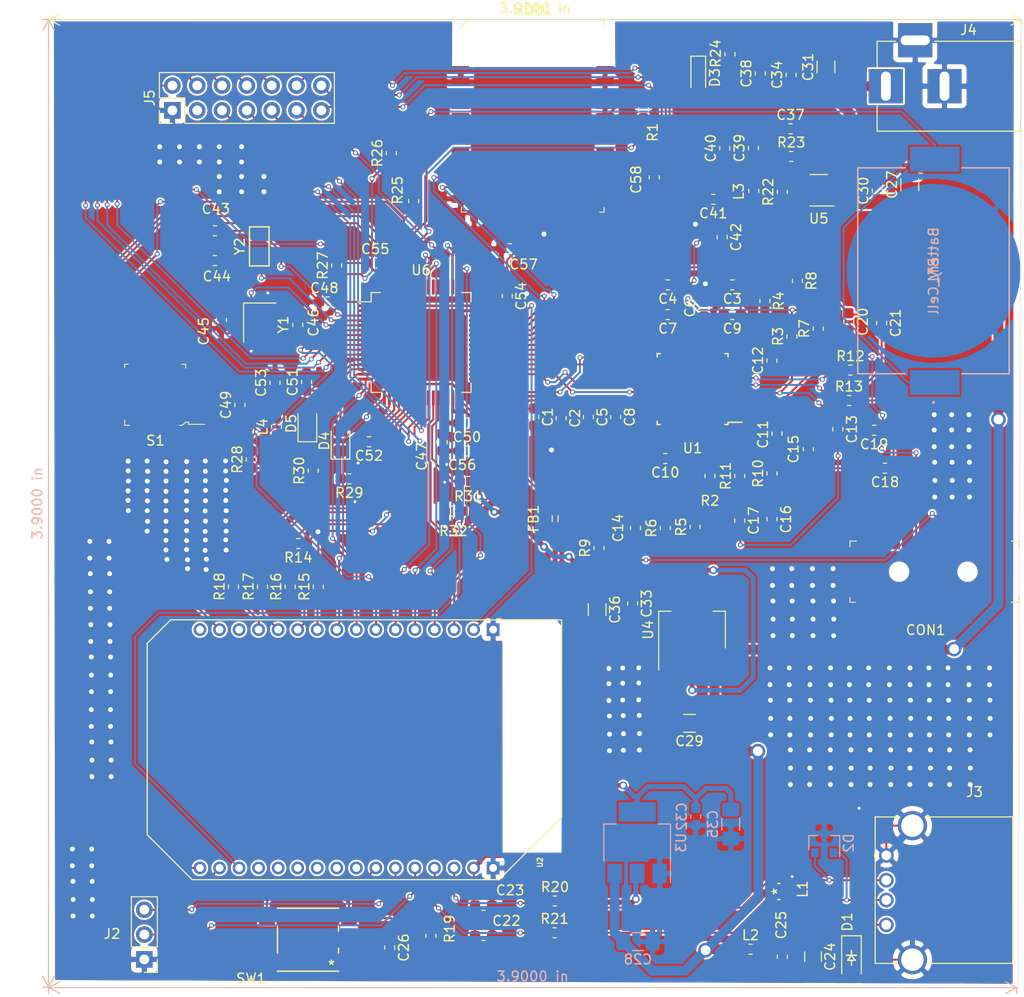
<source format=kicad_pcb>
(kicad_pcb (version 20190331) (host pcbnew "5.1.0-unknown-03bce55~94~ubuntu16.04.1")
  (layers (0 "F.Cu" signal) (31 "B.Cu" signal) (34 "B.Paste" user) (35 "F.Paste" user) (36 "B.SilkS" user) (37 "F.SilkS" user) (38 "B.Mask" user) (39 "F.Mask" user) (44 "Edge.Cuts" user))
  (net 0 "")
  (net 1 "Net-(BT1-Pad1)")
  (net 2 "Earth")
  (net 3 "/ADS1292R/DVDD")
  (net 4 "/SUPPLY/AVSS")
  (net 5 "/ADS1292R/AVDD")
  (net 6 "/ADS1292R/IN2P")
  (net 7 "/ADS1292R/IN2N")
  (net 8 "+3.3V_MCU")
  (net 9 "/OMEGA2/RST_BTN")
  (net 10 "+5V")
  (net 11 "+3.3V_OM")
  (net 12 "/STM32/VDDA")
  (net 13 "Net-(CON1-Pad1)")
  (net 14 "Net-(D4-Pad1)")
  (net 15 "Net-(D5-Pad1)")
  (net 16 "/STM32/LED1")
  (net 17 "/STM32/LED2")
  (net 18 "Net-(D2-Pad1)")
  (net 19 "/STM32/PC0")
  (net 20 "/STM32/PC1")
  (net 21 "/STM32/PC2")
  (net 22 "/STM32/PC3")
  (net 23 "/STM32/PC4")
  (net 24 "/STM32/PC5")
  (net 25 "/STM32/PC6")
  (net 26 "/STM32/PC7")
  (net 27 "/STM32/PC8")
  (net 28 "/STM32/PC9")
  (net 29 "/STM32/PC10")
  (net 30 "Net-(MOD1-Pad25)")
  (net 31 "/BLUETOOTH/Bluetooth_TX")
  (net 32 "/STM32/UART1_TX")
  (net 33 "/STM32/UART_RTS")
  (net 34 "/BLUETOOTH/Bluetooth_RTS")
  (net 35 "Net-(MOD1-Pad20)")
  (net 36 "Net-(MOD1-Pad21)")
  (net 37 "Net-(MOD1-Pad22)")
  (net 38 "/STM32/BL_WAKE")
  (net 39 "/OMEGA2/USB_D+")
  (net 40 "/OMEGA2/USB_D-")
  (net 41 "/OMEGA2/BOOT0")
  (net 42 "/OMEGA2/BOOT1")
  (net 43 "Net-(U2-Pad16)")
  (net 44 "Net-(U2-Pad14)")
  (net 45 "/OMEGA2/USART_TX")
  (net 46 "/STM32/UART2_TX")
  (net 47 "/OMEGA2/I2C_OM0")
  (net 48 "Net-(U2-Pad20)")
  (net 49 "Net-(U2-Pad21)")
  (net 50 "Net-(U2-Pad22)")
  (net 51 "Net-(U2-Pad23)")
  (net 52 "Net-(U2-Pad24)")
  (net 53 "Net-(U2-Pad25)")
  (net 54 "/STM32/JTAG0")
  (net 55 "/STM32/JTAG2")
  (net 56 "Net-(C3-Pad1)")
  (net 57 "Net-(C6-Pad1)")
  (net 58 "Net-(C10-Pad1)")
  (net 59 "Net-(C11-Pad2)")
  (net 60 "Net-(C11-Pad1)")
  (net 61 "Net-(C12-Pad1)")
  (net 62 "Net-(C12-Pad2)")
  (net 63 "Net-(C13-Pad2)")
  (net 64 "Net-(C13-Pad1)")
  (net 65 "Net-(C14-Pad2)")
  (net 66 "Net-(C14-Pad1)")
  (net 67 "Net-(C15-Pad1)")
  (net 68 "Net-(C15-Pad2)")
  (net 69 "Net-(C16-Pad1)")
  (net 70 "Net-(C17-Pad1)")
  (net 71 "Net-(C18-Pad1)")
  (net 72 "Net-(C19-Pad1)")
  (net 73 "Net-(C24-Pad1)")
  (net 74 "Net-(C37-Pad1)")
  (net 75 "Net-(C39-Pad1)")
  (net 76 "Net-(C43-Pad2)")
  (net 77 "Net-(C44-Pad1)")
  (net 78 "Net-(C45-Pad2)")
  (net 79 "Net-(C46-Pad1)")
  (net 80 "Net-(C47-Pad2)")
  (net 81 "Net-(C48-Pad2)")
  (net 82 "Net-(D2-Pad2)")
  (net 83 "Net-(D3-Pad1)")
  (net 84 "Net-(J2-Pad2)")
  (net 85 "Net-(J2-Pad3)")
  (net 86 "Net-(J5-Pad3)")
  (net 87 "Net-(L1-Pad2)")
  (net 88 "Net-(L1-Pad3)")
  (net 89 "Net-(R2-Pad2)")
  (net 90 "Net-(R5-Pad2)")
  (net 91 "Net-(R10-Pad2)")
  (net 92 "Net-(R11-Pad2)")
  (net 93 "Net-(R15-Pad1)")
  (net 94 "Net-(R16-Pad1)")
  (net 95 "Net-(R17-Pad1)")
  (net 96 "Net-(R18-Pad1)")
  (net 97 "Net-(U1-Pad25)")
  (net 98 "Net-(U1-Pad26)")
  (net 99 "/OMEGA2/I2C_OM1")
  (net 100 "Net-(U6-Pad2)")
  (net 101 "Net-(U6-Pad29)")
  (net 102 "Net-(U6-Pad52)")
  (net 103 "Net-(U6-Pad53)")
  (net 104 "Net-(U6-Pad54)")
  (net 105 "/STM32/JTAG5")
  (net 106 "/STM32/JTAG1")
  (net 107 "/STM32/JTAG4")
  (net 108 "/STM32/JTAG3")
  (net 109 "/STM32/SPI1_U0")
  (net 110 "/STM32/SPI1_U1")
  (net 111 "/STM32/SPI1_U2")
  (net 112 "/STM32/SPI1_U3")
  (net 113 "Net-(MOD1-Pad3)")
  (net 114 "Net-(MOD1-Pad4)")
  (net 115 "Net-(MOD1-Pad5)")
  (net 116 "Net-(MOD1-Pad8)")
  (net 117 "Net-(MOD1-Pad9)")
  (net 118 "Net-(MOD1-Pad14)")
  (net 119 "Net-(MOD1-Pad19)")
  (net 120 "Net-(MOD1-Pad26)")
  (net 121 "Net-(MOD1-Pad28)")
  (net 122 "Net-(MOD1-Pad29)")
  (net 123 "/STM32/A_CLKSEL")
  (net 124 "/STM32/A_PWDN")
  (net 125 "/STM32/A_START")
  (net 126 "/STM32/A_CLK")
  (net 127 "/ADS1292R/SPI_ADS3")
  (net 128 "/ADS1292R/SPI_ADS0")
  (net 129 "/ADS1292R/SPI_ADS2")
  (net 130 "/ADS1292R/SPI_ADS1")
  (net 131 "/STM32/A_DRY")
  (module "Embebidos_2019:D_SOD-123" (layer "F.Cu") (at 102.58 121.325 270)
    (fp_text reference "D1" (at -3.66712 0.42628 90) (layer "F.SilkS"))
    (fp_text value "1N4733AW")
    (pad "1" smd rect (at -1.65 0 270) (size 0.9 1.2) (layers "F.Cu" "F.Paste" "F.Mask") (net 73 "Net-(C24-Pad1)"))
    (pad "2" smd rect (at 1.65 0 270) (size 0.9 1.2) (layers "F.Cu" "F.Paste" "F.Mask") (net 2 "Earth"))
  )
  (module "Resistor_SMD:R_0603_1608Metric_Pad1.05x0.95mm_HandSolder" (layer "F.Cu") (at 95.504 42.926 90)
    (fp_text reference "R22" (at 0 -1.43 90) (layer "F.SilkS"))
    (fp_text value "46.4 K")
    (pad "2" smd roundrect (at 0.875 0 90) (size 1.05 0.95) (layers "F.Cu" "F.Paste" "F.Mask") (net 74 "Net-(C37-Pad1)"))
    (pad "1" smd roundrect (at -0.875 0 90) (size 1.05 0.95) (layers "F.Cu" "F.Paste" "F.Mask") (net 75 "Net-(C39-Pad1)"))
  )
  (module "Embebidos_2019:C_0603_1608Metric_Pad1.05x0.95mm_HandSolder" (layer "F.Cu") (at 93.255 30.8 90)
    (fp_text reference "C38" (at 0 -1.43 90) (layer "F.SilkS"))
    (fp_text value "1nF")
    (pad "2" smd roundrect (at 0.875 0 90) (size 1.05 0.95) (layers "F.Cu" "F.Paste" "F.Mask") (net 2 "Earth"))
    (pad "1" smd roundrect (at -0.875 0 90) (size 1.05 0.95) (layers "F.Cu" "F.Paste" "F.Mask") (net 10 "+5V"))
  )
  (module "Embebidos_2019:C_0603_1608Metric_Pad1.05x0.95mm_HandSolder" (layer "F.Cu") (at 95.51 121.22 270)
    (fp_text reference "C25" (at -3.237 0.11776 90) (layer "F.SilkS"))
    (fp_text value "0.1uF")
    (pad "2" smd roundrect (at 0.875 0 270) (size 1.05 0.95) (layers "F.Cu" "F.Paste" "F.Mask") (net 2 "Earth"))
    (pad "1" smd roundrect (at -0.875 0 270) (size 1.05 0.95) (layers "F.Cu" "F.Paste" "F.Mask") (net 73 "Net-(C24-Pad1)"))
  )
  (module "Connector_PinHeader_2.54mm:PinHeader_1x03_P2.54mm_Vertical" (layer "F.Cu") (at 30.225 121.49 180)
    (fp_text reference "J2" (at 3.301 2.618) (layer "F.SilkS"))
    (fp_text value "A128518-ND")
    (pad "3" thru_hole oval (at 0 5.08 180) (size 1.7 1.7) (drill 1) (layers *.Cu *.Mask) (net 85 "Net-(J2-Pad3)"))
    (pad "2" thru_hole oval (at 0 2.54 180) (size 1.7 1.7) (drill 1) (layers *.Cu *.Mask) (net 84 "Net-(J2-Pad2)"))
    (pad "1" thru_hole rect (at 0 0 180) (size 1.7 1.7) (drill 1) (layers *.Cu *.Mask) (net 2 "Earth"))
  )
  (module "Connector_PinHeader_2.54mm:PinHeader_2x07_P2.54mm_Vertical" (layer "F.Cu") (at 33.1 34.575 90)
    (fp_text reference "J5" (at 1.27 -2.33 90) (layer "F.SilkS"))
    (fp_text value "Conn_01x14_Male")
    (pad "14" thru_hole oval (at 2.54 15.24 90) (size 1.7 1.7) (drill 1) (layers *.Cu *.Mask) (net 27 "/STM32/PC8"))
    (pad "13" thru_hole oval (at 0 15.24 90) (size 1.7 1.7) (drill 1) (layers *.Cu *.Mask) (net 28 "/STM32/PC9"))
    (pad "12" thru_hole oval (at 2.54 12.7 90) (size 1.7 1.7) (drill 1) (layers *.Cu *.Mask) (net 26 "/STM32/PC7"))
    (pad "11" thru_hole oval (at 0 12.7 90) (size 1.7 1.7) (drill 1) (layers *.Cu *.Mask) (net 29 "/STM32/PC10"))
    (pad "10" thru_hole oval (at 2.54 10.16 90) (size 1.7 1.7) (drill 1) (layers *.Cu *.Mask) (net 22 "/STM32/PC3"))
    (pad "9" thru_hole oval (at 0 10.16 90) (size 1.7 1.7) (drill 1) (layers *.Cu *.Mask) (net 25 "/STM32/PC6"))
    (pad "8" thru_hole oval (at 2.54 7.62 90) (size 1.7 1.7) (drill 1) (layers *.Cu *.Mask) (net 21 "/STM32/PC2"))
    (pad "7" thru_hole oval (at 0 7.62 90) (size 1.7 1.7) (drill 1) (layers *.Cu *.Mask) (net 24 "/STM32/PC5"))
    (pad "6" thru_hole oval (at 2.54 5.08 90) (size 1.7 1.7) (drill 1) (layers *.Cu *.Mask) (net 20 "/STM32/PC1"))
    (pad "5" thru_hole oval (at 0 5.08 90) (size 1.7 1.7) (drill 1) (layers *.Cu *.Mask) (net 23 "/STM32/PC4"))
    (pad "4" thru_hole oval (at 2.54 2.54 90) (size 1.7 1.7) (drill 1) (layers *.Cu *.Mask) (net 19 "/STM32/PC0"))
    (pad "3" thru_hole oval (at 0 2.54 90) (size 1.7 1.7) (drill 1) (layers *.Cu *.Mask) (net 86 "Net-(J5-Pad3)"))
    (pad "2" thru_hole oval (at 2.54 0 90) (size 1.7 1.7) (drill 1) (layers *.Cu *.Mask) (net 8 "+3.3V_MCU"))
    (pad "1" thru_hole rect (at 0 0 90) (size 1.7 1.7) (drill 1) (layers *.Cu *.Mask) (net 2 "Earth"))
  )
  (module "Embebidos_2019:R_0603_1608Metric_Pad1.05x0.95mm_HandSolder" (layer "F.Cu") (at 42.318 83.334 90)
    (fp_text reference "R17" (at 0 -1.43 90) (layer "F.SilkS"))
    (fp_text value "100")
    (pad "1" smd roundrect (at -0.875 0 90) (size 1.05 0.95) (layers "F.Cu" "F.Paste" "F.Mask") (net 95 "Net-(R17-Pad1)"))
    (pad "2" smd roundrect (at 0.875 0 90) (size 1.05 0.95) (layers "F.Cu" "F.Paste" "F.Mask") (net 111 "/STM32/SPI1_U2"))
  )
  (module "Embebidos_2019:C_0603_1608Metric_Pad1.05x0.95mm_HandSolder" (layer "F.Cu") (at 82.401 41.422 90)
    (fp_text reference "C58" (at -0.24416 -1.85252 90) (layer "F.SilkS"))
    (fp_text value "100 nF")
    (pad "2" smd roundrect (at 0.875 0 90) (size 1.05 0.95) (layers "F.Cu" "F.Paste" "F.Mask") (net 8 "+3.3V_MCU"))
    (pad "1" smd roundrect (at -0.875 0 90) (size 1.05 0.95) (layers "F.Cu" "F.Paste" "F.Mask") (net 2 "Earth"))
  )
  (module "Embebidos_2019:C_0603_1608Metric_Pad1.05x0.95mm_HandSolder" (layer "F.Cu") (at 67.631 48.732)
    (fp_text reference "C57" (at 1.4062 1.6108) (layer "F.SilkS"))
    (fp_text value "100 nF")
    (pad "2" smd roundrect (at 0.875 0) (size 1.05 0.95) (layers "F.Cu" "F.Paste" "F.Mask") (net 8 "+3.3V_MCU"))
    (pad "1" smd roundrect (at -0.875 0) (size 1.05 0.95) (layers "F.Cu" "F.Paste" "F.Mask") (net 2 "Earth"))
  )
  (module "Embebidos_2019:C_0603_1608Metric_Pad1.05x0.95mm_HandSolder" (layer "F.Cu") (at 88.446 43.684 180)
    (fp_text reference "C41" (at 0 -1.43 180) (layer "F.SilkS"))
    (fp_text value "10uF")
    (pad "2" smd roundrect (at 0.875 0 180) (size 1.05 0.95) (layers "F.Cu" "F.Paste" "F.Mask") (net 2 "Earth"))
    (pad "1" smd roundrect (at -0.875 0 180) (size 1.05 0.95) (layers "F.Cu" "F.Paste" "F.Mask") (net 5 "/ADS1292R/AVDD"))
  )
  (module "Embebidos_2019:C_0603_1608Metric_Pad1.05x0.95mm_HandSolder" (layer "F.Cu") (at 89.616 38.444 90)
    (fp_text reference "C40" (at 0 -1.43 90) (layer "F.SilkS"))
    (fp_text value "10uF")
    (pad "2" smd roundrect (at 0.875 0 90) (size 1.05 0.95) (layers "F.Cu" "F.Paste" "F.Mask") (net 2 "Earth"))
    (pad "1" smd roundrect (at -0.875 0 90) (size 1.05 0.95) (layers "F.Cu" "F.Paste" "F.Mask") (net 75 "Net-(C39-Pad1)"))
  )
  (module "Embebidos_2019:C_0603_1608Metric_Pad1.05x0.95mm_HandSolder" (layer "F.Cu") (at 92.546 38.434 90)
    (fp_text reference "C39" (at 0 -1.43 270) (layer "F.SilkS"))
    (fp_text value "2.2uF")
    (pad "2" smd roundrect (at 0.875 0 90) (size 1.05 0.95) (layers "F.Cu" "F.Paste" "F.Mask") (net 2 "Earth"))
    (pad "1" smd roundrect (at -0.875 0 90) (size 1.05 0.95) (layers "F.Cu" "F.Paste" "F.Mask") (net 75 "Net-(C39-Pad1)"))
  )
  (module "Embebidos_2019:C_0603_1608Metric_Pad1.05x0.95mm_HandSolder" (layer "F.Cu") (at 96.346 36.464)
    (fp_text reference "C37" (at 0 -1.43 180) (layer "F.SilkS"))
    (fp_text value "0.01uF")
    (pad "2" smd roundrect (at 0.875 0) (size 1.05 0.95) (layers "F.Cu" "F.Paste" "F.Mask") (net 2 "Earth"))
    (pad "1" smd roundrect (at -0.875 0) (size 1.05 0.95) (layers "F.Cu" "F.Paste" "F.Mask") (net 74 "Net-(C37-Pad1)"))
  )
  (module "Embebidos_2019:C_1206_3216Metric_Pad1.42x1.75mm_HandSolder" (layer "F.Cu") (at 108.546 42.184 90)
    (fp_text reference "C27" (at 0 -1.82 270) (layer "F.SilkS"))
    (fp_text value "10uF")
    (pad "2" smd roundrect (at 1.4875 0 90) (size 1.425 1.75) (layers "F.Cu" "F.Paste" "F.Mask") (roundrect_rratio 0.175439) (net 2 "Earth"))
    (pad "1" smd roundrect (at -1.4875 0 90) (size 1.425 1.75) (layers "F.Cu" "F.Paste" "F.Mask") (roundrect_rratio 0.175439) (net 10 "+5V"))
  )
  (module "Embebidos_2019:BAT-HLD-001" (layer "B.Cu") (at 110.975 51 90)
    (fp_text reference "BT1" (at 0 0 90) (layer "B.SilkS") (effects (justify mirror)))
    (fp_text value "Battery_Cell" (at 0 0 90) (layer "B.SilkS") (effects (justify mirror)))
    (fp_text user "*" (at 0 0 90) (layer "B.SilkS") (effects (justify mirror)))
    (pad "1" smd rect (at -11.43 0.127 90) (size 2.54 5.08) (layers "B.Cu" "B.Paste" "B.Mask") (net 1 "Net-(BT1-Pad1)"))
    (pad "3" smd rect (at 11.43 0.127 90) (size 2.54 5.08) (layers "B.Cu" "B.Paste" "B.Mask") (net 1 "Net-(BT1-Pad1)"))
    (pad "2" smd circle (at 0 0 90) (size 17.780001 17.780001) (layers "B.Cu" "B.Paste" "B.Mask") (net 2 "Earth"))
  )
  (module "Capacitor_SMD:C_0603_1608Metric_Pad1.05x0.95mm_HandSolder" (layer "F.Cu") (at 70.076 65.97 270)
    (fp_text reference "C1" (at 0 -1.43 90) (layer "F.SilkS"))
    (fp_text value "0.1 uF")
    (pad "1" smd roundrect (at -0.875 0 270) (size 1.05 0.95) (layers "F.Cu" "F.Paste" "F.Mask") (net 3 "/ADS1292R/DVDD"))
    (pad "2" smd roundrect (at 0.875 0 270) (size 1.05 0.95) (layers "F.Cu" "F.Paste" "F.Mask") (net 2 "Earth"))
  )
  (module "Capacitor_SMD:C_0603_1608Metric_Pad1.05x0.95mm_HandSolder" (layer "F.Cu") (at 72.87 66.083 270)
    (fp_text reference "C2" (at 0 -1.43 90) (layer "F.SilkS"))
    (fp_text value "1 uF")
    (pad "2" smd roundrect (at 0.875 0 270) (size 1.05 0.95) (layers "F.Cu" "F.Paste" "F.Mask") (net 2 "Earth"))
    (pad "1" smd roundrect (at -0.875 0 270) (size 1.05 0.95) (layers "F.Cu" "F.Paste" "F.Mask") (net 3 "/ADS1292R/DVDD"))
  )
  (module "Capacitor_SMD:C_0603_1608Metric_Pad1.05x0.95mm_HandSolder" (layer "F.Cu") (at 90.388 52.44 180)
    (fp_text reference "C3" (at 0 -1.43) (layer "F.SilkS"))
    (fp_text value "0.1 uF")
    (pad "1" smd roundrect (at -0.875 0 180) (size 1.05 0.95) (layers "F.Cu" "F.Paste" "F.Mask") (net 56 "Net-(C3-Pad1)"))
    (pad "2" smd roundrect (at 0.875 0 180) (size 1.05 0.95) (layers "F.Cu" "F.Paste" "F.Mask") (net 4 "/SUPPLY/AVSS"))
  )
  (module "Capacitor_SMD:C_0603_1608Metric_Pad1.05x0.95mm_HandSolder" (layer "F.Cu") (at 83.784 52.44 180)
    (fp_text reference "C4" (at 0 -1.43) (layer "F.SilkS"))
    (fp_text value "0.1 uF")
    (pad "1" smd roundrect (at -0.875 0 180) (size 1.05 0.95) (layers "F.Cu" "F.Paste" "F.Mask") (net 5 "/ADS1292R/AVDD"))
    (pad "2" smd roundrect (at 0.875 0 180) (size 1.05 0.95) (layers "F.Cu" "F.Paste" "F.Mask") (net 4 "/SUPPLY/AVSS"))
  )
  (module "Capacitor_SMD:C_0603_1608Metric_Pad1.05x0.95mm_HandSolder" (layer "F.Cu") (at 75.664 65.97 270)
    (fp_text reference "C5" (at 0 -1.43 90) (layer "F.SilkS"))
    (fp_text value "0.1 uF")
    (pad "1" smd roundrect (at -0.875 0 270) (size 1.05 0.95) (layers "F.Cu" "F.Paste" "F.Mask") (net 3 "/ADS1292R/DVDD"))
    (pad "2" smd roundrect (at 0.875 0 270) (size 1.05 0.95) (layers "F.Cu" "F.Paste" "F.Mask") (net 2 "Earth"))
  )
  (module "Capacitor_SMD:C_0603_1608Metric_Pad1.05x0.95mm_HandSolder" (layer "F.Cu") (at 87.492 54.796 90)
    (fp_text reference "C6" (at 0 -1.43 90) (layer "F.SilkS"))
    (fp_text value "1 uF")
    (pad "1" smd roundrect (at -0.875 0 90) (size 1.05 0.95) (layers "F.Cu" "F.Paste" "F.Mask") (net 57 "Net-(C6-Pad1)"))
    (pad "2" smd roundrect (at 0.875 0 90) (size 1.05 0.95) (layers "F.Cu" "F.Paste" "F.Mask") (net 2 "Earth"))
  )
  (module "Capacitor_SMD:C_0603_1608Metric_Pad1.05x0.95mm_HandSolder" (layer "F.Cu") (at 83.784 55.488 180)
    (fp_text reference "C7" (at 0 -1.43) (layer "F.SilkS"))
    (fp_text value "1 uF")
    (pad "2" smd roundrect (at 0.875 0 180) (size 1.05 0.95) (layers "F.Cu" "F.Paste" "F.Mask") (net 4 "/SUPPLY/AVSS"))
    (pad "1" smd roundrect (at -0.875 0 180) (size 1.05 0.95) (layers "F.Cu" "F.Paste" "F.Mask") (net 5 "/ADS1292R/AVDD"))
  )
  (module "Capacitor_SMD:C_0603_1608Metric_Pad1.05x0.95mm_HandSolder" (layer "F.Cu") (at 78.458 65.97 270)
    (fp_text reference "C8" (at 0 -1.43 90) (layer "F.SilkS"))
    (fp_text value "1 uF")
    (pad "2" smd roundrect (at 0.875 0 270) (size 1.05 0.95) (layers "F.Cu" "F.Paste" "F.Mask") (net 2 "Earth"))
    (pad "1" smd roundrect (at -0.875 0 270) (size 1.05 0.95) (layers "F.Cu" "F.Paste" "F.Mask") (net 3 "/ADS1292R/DVDD"))
  )
  (module "Capacitor_SMD:C_0603_1608Metric_Pad1.05x0.95mm_HandSolder" (layer "F.Cu") (at 90.388 55.488 180)
    (fp_text reference "C9" (at 0 -1.43) (layer "F.SilkS"))
    (fp_text value "10 uF")
    (pad "1" smd roundrect (at -0.875 0 180) (size 1.05 0.95) (layers "F.Cu" "F.Paste" "F.Mask") (net 56 "Net-(C3-Pad1)"))
    (pad "2" smd roundrect (at 0.875 0 180) (size 1.05 0.95) (layers "F.Cu" "F.Paste" "F.Mask") (net 4 "/SUPPLY/AVSS"))
  )
  (module "Capacitor_SMD:C_0603_1608Metric_Pad1.05x0.95mm_HandSolder" (layer "F.Cu") (at 83.53 70.22 180)
    (fp_text reference "C10" (at 0 -1.43) (layer "F.SilkS"))
    (fp_text value "1 uF")
    (pad "1" smd roundrect (at -0.875 0 180) (size 1.05 0.95) (layers "F.Cu" "F.Paste" "F.Mask") (net 58 "Net-(C10-Pad1)"))
    (pad "2" smd roundrect (at 0.875 0 180) (size 1.05 0.95) (layers "F.Cu" "F.Paste" "F.Mask") (net 2 "Earth"))
  )
  (module "Capacitor_SMD:C_0603_1608Metric_Pad1.05x0.95mm_HandSolder" (layer "F.Cu") (at 94.962 67.661 90)
    (fp_text reference "C11" (at -0.086 -1.436 90) (layer "F.SilkS"))
    (fp_text value "4.7 nF")
    (pad "2" smd roundrect (at 0.875 0 90) (size 1.05 0.95) (layers "F.Cu" "F.Paste" "F.Mask") (net 59 "Net-(C11-Pad2)"))
    (pad "1" smd roundrect (at -0.875 0 90) (size 1.05 0.95) (layers "F.Cu" "F.Paste" "F.Mask") (net 60 "Net-(C11-Pad1)"))
  )
  (module "Capacitor_SMD:C_0603_1608Metric_Pad1.05x0.95mm_HandSolder" (layer "F.Cu") (at 94.442 60.191 90)
    (fp_text reference "C12" (at 0 -1.43 90) (layer "F.SilkS"))
    (fp_text value "4.7 nF")
    (pad "1" smd roundrect (at -0.875 0 90) (size 1.05 0.95) (layers "F.Cu" "F.Paste" "F.Mask") (net 61 "Net-(C12-Pad1)"))
    (pad "2" smd roundrect (at 0.875 0 90) (size 1.05 0.95) (layers "F.Cu" "F.Paste" "F.Mask") (net 62 "Net-(C12-Pad2)"))
  )
  (module "Capacitor_SMD:C_0603_1608Metric_Pad1.05x0.95mm_HandSolder" (layer "F.Cu") (at 101.192 67.221 270)
    (fp_text reference "C13" (at 0 -1.43 90) (layer "F.SilkS"))
    (fp_text value "2.2 nF")
    (pad "2" smd roundrect (at 0.875 0 270) (size 1.05 0.95) (layers "F.Cu" "F.Paste" "F.Mask") (net 63 "Net-(C13-Pad2)"))
    (pad "1" smd roundrect (at -0.875 0 270) (size 1.05 0.95) (layers "F.Cu" "F.Paste" "F.Mask") (net 64 "Net-(C13-Pad1)"))
  )
  (module "Capacitor_SMD:C_0603_1608Metric_Pad1.05x0.95mm_HandSolder" (layer "F.Cu") (at 80.482 77.332 270)
    (fp_text reference "C14" (at 0 1.778 90) (layer "F.SilkS"))
    (fp_text value "1.5 nF")
    (pad "2" smd roundrect (at 0.875 0 270) (size 1.05 0.95) (layers "F.Cu" "F.Paste" "F.Mask") (net 65 "Net-(C14-Pad2)"))
    (pad "1" smd roundrect (at -0.875 0 270) (size 1.05 0.95) (layers "F.Cu" "F.Paste" "F.Mask") (net 66 "Net-(C14-Pad1)"))
  )
  (module "Capacitor_SMD:C_0603_1608Metric_Pad1.05x0.95mm_HandSolder" (layer "F.Cu") (at 98.172 69.256 270)
    (fp_text reference "C15" (at 0 1.524 90) (layer "F.SilkS"))
    (fp_text value "2.2 nF")
    (pad "1" smd roundrect (at -0.875 0 270) (size 1.05 0.95) (layers "F.Cu" "F.Paste" "F.Mask") (net 67 "Net-(C15-Pad1)"))
    (pad "2" smd roundrect (at 0.875 0 270) (size 1.05 0.95) (layers "F.Cu" "F.Paste" "F.Mask") (net 68 "Net-(C15-Pad2)"))
  )
  (module "Capacitor_SMD:C_0603_1608Metric_Pad1.05x0.95mm_HandSolder" (layer "F.Cu") (at 94.452 76.429 270)
    (fp_text reference "C16" (at 0 -1.43 90) (layer "F.SilkS"))
    (fp_text value "2.2 nF")
    (pad "1" smd roundrect (at -0.875 0 270) (size 1.05 0.95) (layers "F.Cu" "F.Paste" "F.Mask") (net 69 "Net-(C16-Pad1)"))
    (pad "2" smd roundrect (at 0.875 0 270) (size 1.05 0.95) (layers "F.Cu" "F.Paste" "F.Mask") (net 68 "Net-(C15-Pad2)"))
  )
  (module "Capacitor_SMD:C_0603_1608Metric_Pad1.05x0.95mm_HandSolder" (layer "F.Cu") (at 91.15 76.57 270)
    (fp_text reference "C17" (at 0 -1.43 90) (layer "F.SilkS"))
    (fp_text value "2.2 nF")
    (pad "1" smd roundrect (at -0.875 0 270) (size 1.05 0.95) (layers "F.Cu" "F.Paste" "F.Mask") (net 70 "Net-(C17-Pad1)"))
    (pad "2" smd roundrect (at 0.875 0 270) (size 1.05 0.95) (layers "F.Cu" "F.Paste" "F.Mask") (net 63 "Net-(C13-Pad2)"))
  )
  (module "Capacitor_SMD:C_0603_1608Metric_Pad1.05x0.95mm_HandSolder" (layer "F.Cu") (at 106.012 71.206 180)
    (fp_text reference "C18" (at 0 -1.43) (layer "F.SilkS"))
    (fp_text value "0.1 uF")
    (pad "1" smd roundrect (at -0.875 0 180) (size 1.05 0.95) (layers "F.Cu" "F.Paste" "F.Mask") (net 71 "Net-(C18-Pad1)"))
    (pad "2" smd roundrect (at 0.875 0 180) (size 1.05 0.95) (layers "F.Cu" "F.Paste" "F.Mask") (net 68 "Net-(C15-Pad2)"))
  )
  (module "Capacitor_SMD:C_0603_1608Metric_Pad1.05x0.95mm_HandSolder" (layer "F.Cu") (at 104.897 67.326 180)
    (fp_text reference "C19" (at 0 -1.43) (layer "F.SilkS"))
    (fp_text value "0.1 uF")
    (pad "2" smd roundrect (at 0.875 0 180) (size 1.05 0.95) (layers "F.Cu" "F.Paste" "F.Mask") (net 63 "Net-(C13-Pad2)"))
    (pad "1" smd roundrect (at -0.875 0 180) (size 1.05 0.95) (layers "F.Cu" "F.Paste" "F.Mask") (net 72 "Net-(C19-Pad1)"))
  )
  (module "Capacitor_SMD:C_0603_1608Metric_Pad1.05x0.95mm_HandSolder" (layer "F.Cu") (at 102.312 56.216 270)
    (fp_text reference "C20" (at 0 -1.43 90) (layer "F.SilkS"))
    (fp_text value "0.1 uF")
    (pad "2" smd roundrect (at 0.875 0 270) (size 1.05 0.95) (layers "F.Cu" "F.Paste" "F.Mask") (net 6 "/ADS1292R/IN2P"))
    (pad "1" smd roundrect (at -0.875 0 270) (size 1.05 0.95) (layers "F.Cu" "F.Paste" "F.Mask") (net 4 "/SUPPLY/AVSS"))
  )
  (module "Capacitor_SMD:C_0603_1608Metric_Pad1.05x0.95mm_HandSolder" (layer "F.Cu") (at 105.672 56.346 270)
    (fp_text reference "C21" (at 0 -1.43 90) (layer "F.SilkS"))
    (fp_text value "0.1 uF")
    (pad "1" smd roundrect (at -0.875 0 270) (size 1.05 0.95) (layers "F.Cu" "F.Paste" "F.Mask") (net 4 "/SUPPLY/AVSS"))
    (pad "2" smd roundrect (at 0.875 0 270) (size 1.05 0.95) (layers "F.Cu" "F.Paste" "F.Mask") (net 7 "/ADS1292R/IN2N"))
  )
  (module "Embebidos_2019:C_0603_1608Metric_Pad1.05x0.95mm_HandSolder" (layer "F.Cu") (at 64.938 119.044)
    (fp_text reference "C22" (at 2.34152 -1.49788) (layer "F.SilkS"))
    (fp_text value "0.1uF")
    (pad "2" smd roundrect (at 0.875 0) (size 1.05 0.95) (layers "F.Cu" "F.Paste" "F.Mask") (net 2 "Earth"))
    (pad "1" smd roundrect (at -0.875 0) (size 1.05 0.95) (layers "F.Cu" "F.Paste" "F.Mask") (net 11 "+3.3V_OM"))
  )
  (module "Embebidos_2019:C_0603_1608Metric_Pad1.05x0.95mm_HandSolder" (layer "F.Cu") (at 64.938 115.954)
    (fp_text reference "C23" (at 2.71744 -1.53716) (layer "F.SilkS"))
    (fp_text value "0.1uF")
    (pad "1" smd roundrect (at -0.875 0) (size 1.05 0.95) (layers "F.Cu" "F.Paste" "F.Mask") (net 11 "+3.3V_OM"))
    (pad "2" smd roundrect (at 0.875 0) (size 1.05 0.95) (layers "F.Cu" "F.Paste" "F.Mask") (net 2 "Earth"))
  )
  (module "Embebidos_2019:C_0805_HandSoldering" (layer "F.Cu") (at 98.65 121.215 270)
    (fp_text reference "C24" (at 0 -1.75 90) (layer "F.SilkS"))
    (fp_text value "22uF")
    (pad "2" smd rect (at 1.25 0 270) (size 1.5 1.25) (layers "F.Cu" "F.Paste" "F.Mask") (net 2 "Earth"))
    (pad "1" smd rect (at -1.25 0 270) (size 1.5 1.25) (layers "F.Cu" "F.Paste" "F.Mask") (net 73 "Net-(C24-Pad1)"))
  )
  (module "Embebidos_2019:C_0603_1608Metric_Pad1.05x0.95mm_HandSolder" (layer "F.Cu") (at 55.343 120.284 270)
    (fp_text reference "C26" (at 0 -1.43 90) (layer "F.SilkS"))
    (fp_text value "0.1uF")
    (pad "1" smd roundrect (at -0.875 0 270) (size 1.05 0.95) (layers "F.Cu" "F.Paste" "F.Mask") (net 9 "/OMEGA2/RST_BTN"))
    (pad "2" smd roundrect (at 0.875 0 270) (size 1.05 0.95) (layers "F.Cu" "F.Paste" "F.Mask") (net 2 "Earth"))
  )
  (module "Embebidos_2019:C_1206_3216Metric_Pad1.42x1.75mm_HandSolder" (layer "B.Cu") (at 80.735 119.672)
    (fp_text reference "C28" (at 0 1.82) (layer "B.SilkS") (effects (justify mirror)))
    (fp_text value "33uF")
    (pad "1" smd roundrect (at -1.4875 0) (size 1.425 1.75) (layers "B.Cu" "B.Paste" "B.Mask") (roundrect_rratio 0.175439) (net 10 "+5V"))
    (pad "2" smd roundrect (at 1.4875 0) (size 1.425 1.75) (layers "B.Cu" "B.Paste" "B.Mask") (roundrect_rratio 0.175439) (net 2 "Earth"))
  )
  (module "Embebidos_2019:C_1206_3216Metric_Pad1.42x1.75mm_HandSolder" (layer "F.Cu") (at 86.0025 97.325 180)
    (fp_text reference "C29" (at 0 -1.82) (layer "F.SilkS"))
    (fp_text value "33uF")
    (pad "2" smd roundrect (at 1.4875 0 180) (size 1.425 1.75) (layers "F.Cu" "F.Paste" "F.Mask") (roundrect_rratio 0.175439) (net 2 "Earth"))
    (pad "1" smd roundrect (at -1.4875 0 180) (size 1.425 1.75) (layers "F.Cu" "F.Paste" "F.Mask") (roundrect_rratio 0.175439) (net 10 "+5V"))
  )
  (module "Embebidos_2019:C_0603_1608Metric_Pad1.05x0.95mm_HandSolder" (layer "F.Cu") (at 105.226 42.804 90)
    (fp_text reference "C30" (at 0 -1.43 270) (layer "F.SilkS"))
    (fp_text value "1uF")
    (pad "1" smd roundrect (at -0.875 0 90) (size 1.05 0.95) (layers "F.Cu" "F.Paste" "F.Mask") (net 10 "+5V"))
    (pad "2" smd roundrect (at 0.875 0 90) (size 1.05 0.95) (layers "F.Cu" "F.Paste" "F.Mask") (net 2 "Earth"))
  )
  (module "Embebidos_2019:C_1206_3216Metric_Pad1.42x1.75mm_HandSolder" (layer "F.Cu") (at 99.969 30.1375 90)
    (fp_text reference "C31" (at 0 -1.82 90) (layer "F.SilkS"))
    (fp_text value "220uF")
    (pad "1" smd roundrect (at -1.4875 0 90) (size 1.425 1.75) (layers "F.Cu" "F.Paste" "F.Mask") (roundrect_rratio 0.175439) (net 10 "+5V"))
    (pad "2" smd roundrect (at 1.4875 0 90) (size 1.425 1.75) (layers "F.Cu" "F.Paste" "F.Mask") (roundrect_rratio 0.175439) (net 2 "Earth"))
  )
  (module "Embebidos_2019:C_0603_1608Metric_Pad1.05x0.95mm_HandSolder" (layer "B.Cu") (at 86.645 106.872 270)
    (fp_text reference "C32" (at 0 1.43 270) (layer "B.SilkS") (effects (justify mirror)))
    (fp_text value "0.1uF")
    (pad "1" smd roundrect (at -0.875 0 270) (size 1.05 0.95) (layers "B.Cu" "B.Paste" "B.Mask") (net 11 "+3.3V_OM"))
    (pad "2" smd roundrect (at 0.875 0 270) (size 1.05 0.95) (layers "B.Cu" "B.Paste" "B.Mask") (net 2 "Earth"))
  )
  (module "Embebidos_2019:C_0603_1608Metric_Pad1.05x0.95mm_HandSolder" (layer "F.Cu") (at 80.19 85.065 270)
    (fp_text reference "C33" (at 0 -1.43 90) (layer "F.SilkS"))
    (fp_text value "0.1uF")
    (pad "2" smd roundrect (at 0.875 0 270) (size 1.05 0.95) (layers "F.Cu" "F.Paste" "F.Mask") (net 2 "Earth"))
    (pad "1" smd roundrect (at -0.875 0 270) (size 1.05 0.95) (layers "F.Cu" "F.Paste" "F.Mask") (net 8 "+3.3V_MCU"))
  )
  (module "Embebidos_2019:C_0603_1608Metric_Pad1.05x0.95mm_HandSolder" (layer "F.Cu") (at 96.405 30.945 90)
    (fp_text reference "C34" (at 0 -1.43 90) (layer "F.SilkS"))
    (fp_text value "0.1uF")
    (pad "2" smd roundrect (at 0.875 0 90) (size 1.05 0.95) (layers "F.Cu" "F.Paste" "F.Mask") (net 2 "Earth"))
    (pad "1" smd roundrect (at -0.875 0 90) (size 1.05 0.95) (layers "F.Cu" "F.Paste" "F.Mask") (net 10 "+5V"))
  )
  (module "Embebidos_2019:C_1206_3216Metric_Pad1.42x1.75mm_HandSolder" (layer "B.Cu") (at 90.225 107.642 270)
    (fp_text reference "C35" (at 0 1.82 270) (layer "B.SilkS") (effects (justify mirror)))
    (fp_text value "33uF")
    (pad "2" smd roundrect (at 1.4875 0 270) (size 1.425 1.75) (layers "B.Cu" "B.Paste" "B.Mask") (roundrect_rratio 0.175439) (net 2 "Earth"))
    (pad "1" smd roundrect (at -1.4875 0 270) (size 1.425 1.75) (layers "B.Cu" "B.Paste" "B.Mask") (roundrect_rratio 0.175439) (net 11 "+3.3V_OM"))
  )
  (module "Embebidos_2019:C_1206_3216Metric_Pad1.42x1.75mm_HandSolder" (layer "F.Cu") (at 76.56 85.685 270)
    (fp_text reference "C36" (at 0 -1.82 90) (layer "F.SilkS"))
    (fp_text value "33uF")
    (pad "1" smd roundrect (at -1.4875 0 270) (size 1.425 1.75) (layers "F.Cu" "F.Paste" "F.Mask") (roundrect_rratio 0.175439) (net 8 "+3.3V_MCU"))
    (pad "2" smd roundrect (at 1.4875 0 270) (size 1.425 1.75) (layers "F.Cu" "F.Paste" "F.Mask") (roundrect_rratio 0.175439) (net 2 "Earth"))
  )
  (module "Embebidos_2019:C_0603_1608Metric_Pad1.05x0.95mm_HandSolder" (layer "F.Cu") (at 89.346 47.554 270)
    (fp_text reference "C42" (at 0 -1.43 90) (layer "F.SilkS"))
    (fp_text value "0.1uF")
    (pad "2" smd roundrect (at 0.875 0 270) (size 1.05 0.95) (layers "F.Cu" "F.Paste" "F.Mask") (net 4 "/SUPPLY/AVSS"))
    (pad "1" smd roundrect (at -0.875 0 270) (size 1.05 0.95) (layers "F.Cu" "F.Paste" "F.Mask") (net 5 "/ADS1292R/AVDD"))
  )
  (module "Capacitor_SMD:C_0603_1608Metric_Pad1.05x0.95mm_HandSolder" (layer "F.Cu") (at 37.462 46.902)
    (fp_text reference "C43" (at 0.08428 -2.24372) (layer "F.SilkS"))
    (fp_text value "6 pF")
    (pad "1" smd roundrect (at -0.875 0) (size 1.05 0.95) (layers "F.Cu" "F.Paste" "F.Mask") (net 2 "Earth"))
    (pad "2" smd roundrect (at 0.875 0) (size 1.05 0.95) (layers "F.Cu" "F.Paste" "F.Mask") (net 76 "Net-(C43-Pad2)"))
  )
  (module "Capacitor_SMD:C_0603_1608Metric_Pad1.05x0.95mm_HandSolder" (layer "F.Cu") (at 37.462 49.95 180)
    (fp_text reference "C44" (at -0.18588 -1.62216) (layer "F.SilkS"))
    (fp_text value "6 pF")
    (pad "2" smd roundrect (at 0.875 0 180) (size 1.05 0.95) (layers "F.Cu" "F.Paste" "F.Mask") (net 2 "Earth"))
    (pad "1" smd roundrect (at -0.875 0 180) (size 1.05 0.95) (layers "F.Cu" "F.Paste" "F.Mask") (net 77 "Net-(C44-Pad1)"))
  )
  (module "Capacitor_SMD:C_0603_1608Metric_Pad1.05x0.95mm_HandSolder" (layer "F.Cu") (at 38.118 56.028 90)
    (fp_text reference "C45" (at -1.16264 -1.81632 90) (layer "F.SilkS"))
    (fp_text value "10 pF")
    (pad "1" smd roundrect (at -0.875 0 90) (size 1.05 0.95) (layers "F.Cu" "F.Paste" "F.Mask") (net 2 "Earth"))
    (pad "2" smd roundrect (at 0.875 0 90) (size 1.05 0.95) (layers "F.Cu" "F.Paste" "F.Mask") (net 78 "Net-(C45-Pad2)"))
  )
  (module "Capacitor_SMD:C_0603_1608Metric_Pad1.05x0.95mm_HandSolder" (layer "F.Cu") (at 45.928 56.528 90)
    (fp_text reference "C46" (at 0.25176 1.60556 90) (layer "F.SilkS"))
    (fp_text value "10 pF")
    (pad "2" smd roundrect (at 0.875 0 90) (size 1.05 0.95) (layers "F.Cu" "F.Paste" "F.Mask") (net 2 "Earth"))
    (pad "1" smd roundrect (at -0.875 0 90) (size 1.05 0.95) (layers "F.Cu" "F.Paste" "F.Mask") (net 79 "Net-(C46-Pad1)"))
  )
  (module "Capacitor_SMD:C_0603_1608Metric_Pad1.05x0.95mm_HandSolder" (layer "F.Cu") (at 60.698 68.553 90)
    (fp_text reference "C47" (at -1.45956 -2.07988 90) (layer "F.SilkS"))
    (fp_text value "2.2 uF")
    (pad "2" smd roundrect (at 0.875 0 90) (size 1.05 0.95) (layers "F.Cu" "F.Paste" "F.Mask") (net 80 "Net-(C47-Pad2)"))
    (pad "1" smd roundrect (at -0.875 0 90) (size 1.05 0.95) (layers "F.Cu" "F.Paste" "F.Mask") (net 2 "Earth"))
  )
  (module "Capacitor_SMD:C_0603_1608Metric_Pad1.05x0.95mm_HandSolder" (layer "F.Cu") (at 48.998 54.178)
    (fp_text reference "C48" (at -0.34684 -1.40696) (layer "F.SilkS"))
    (fp_text value "0.1 uF")
    (pad "2" smd roundrect (at 0.875 0) (size 1.05 0.95) (layers "F.Cu" "F.Paste" "F.Mask") (net 81 "Net-(C48-Pad2)"))
    (pad "1" smd roundrect (at -0.875 0) (size 1.05 0.95) (layers "F.Cu" "F.Paste" "F.Mask") (net 2 "Earth"))
  )
  (module "Capacitor_SMD:C_0603_1608Metric_Pad1.05x0.95mm_HandSolder" (layer "F.Cu") (at 40.008 64.728 90)
    (fp_text reference "C49" (at 0 -1.43 90) (layer "F.SilkS"))
    (fp_text value "100nF")
    (pad "2" smd roundrect (at 0.875 0 90) (size 1.05 0.95) (layers "F.Cu" "F.Paste" "F.Mask") (net 2 "Earth"))
    (pad "1" smd roundrect (at -0.875 0 90) (size 1.05 0.95) (layers "F.Cu" "F.Paste" "F.Mask") (net 105 "/STM32/JTAG5"))
  )
  (module "Capacitor_SMD:C_0603_1608Metric_Pad1.05x0.95mm_HandSolder" (layer "F.Cu") (at 63.243 66.588 180)
    (fp_text reference "C50" (at 0 -1.43) (layer "F.SilkS"))
    (fp_text value "100 nF")
    (pad "1" smd roundrect (at -0.875 0 180) (size 1.05 0.95) (layers "F.Cu" "F.Paste" "F.Mask") (net 8 "+3.3V_MCU"))
    (pad "2" smd roundrect (at 0.875 0 180) (size 1.05 0.95) (layers "F.Cu" "F.Paste" "F.Mask") (net 2 "Earth"))
  )
  (module "Capacitor_SMD:C_0603_1608Metric_Pad1.05x0.95mm_HandSolder" (layer "F.Cu") (at 46.828 62.383 90)
    (fp_text reference "C51" (at 0 -1.43 90) (layer "F.SilkS"))
    (fp_text value "100 nF")
    (pad "2" smd roundrect (at 0.875 0 90) (size 1.05 0.95) (layers "F.Cu" "F.Paste" "F.Mask") (net 2 "Earth"))
    (pad "1" smd roundrect (at -0.875 0 90) (size 1.05 0.95) (layers "F.Cu" "F.Paste" "F.Mask") (net 12 "/STM32/VDDA"))
  )
  (module "Capacitor_SMD:C_0603_1608Metric_Pad1.05x0.95mm_HandSolder" (layer "F.Cu") (at 53.218 68.498 180)
    (fp_text reference "C52" (at 0 -1.43) (layer "F.SilkS"))
    (fp_text value "100 nF")
    (pad "2" smd roundrect (at 0.875 0 180) (size 1.05 0.95) (layers "F.Cu" "F.Paste" "F.Mask") (net 2 "Earth"))
    (pad "1" smd roundrect (at -0.875 0 180) (size 1.05 0.95) (layers "F.Cu" "F.Paste" "F.Mask") (net 8 "+3.3V_MCU"))
  )
  (module "Capacitor_SMD:C_0603_1608Metric_Pad1.05x0.95mm_HandSolder" (layer "F.Cu") (at 43.598 62.463 90)
    (fp_text reference "C53" (at 0 -1.43 90) (layer "F.SilkS"))
    (fp_text value "1 uF")
    (pad "1" smd roundrect (at -0.875 0 90) (size 1.05 0.95) (layers "F.Cu" "F.Paste" "F.Mask") (net 12 "/STM32/VDDA"))
    (pad "2" smd roundrect (at 0.875 0 90) (size 1.05 0.95) (layers "F.Cu" "F.Paste" "F.Mask") (net 2 "Earth"))
  )
  (module "Capacitor_SMD:C_0603_1608Metric_Pad1.05x0.95mm_HandSolder" (layer "F.Cu") (at 67.358 53.593 270)
    (fp_text reference "C54" (at 0 -1.43 90) (layer "F.SilkS"))
    (fp_text value "100 nF")
    (pad "1" smd roundrect (at -0.875 0 270) (size 1.05 0.95) (layers "F.Cu" "F.Paste" "F.Mask") (net 8 "+3.3V_MCU"))
    (pad "2" smd roundrect (at 0.875 0 270) (size 1.05 0.95) (layers "F.Cu" "F.Paste" "F.Mask") (net 2 "Earth"))
  )
  (module "Capacitor_SMD:C_0603_1608Metric_Pad1.05x0.95mm_HandSolder" (layer "F.Cu") (at 53.859 50.204)
    (fp_text reference "C55" (at 0 -1.43) (layer "F.SilkS"))
    (fp_text value "100 nF")
    (pad "2" smd roundrect (at 0.875 0) (size 1.05 0.95) (layers "F.Cu" "F.Paste" "F.Mask") (net 2 "Earth"))
    (pad "1" smd roundrect (at -0.875 0) (size 1.05 0.95) (layers "F.Cu" "F.Paste" "F.Mask") (net 8 "+3.3V_MCU"))
  )
  (module "Capacitor_SMD:C_0603_1608Metric_Pad1.05x0.95mm_HandSolder" (layer "F.Cu") (at 63.298 69.448 180)
    (fp_text reference "C56" (at 0.54984 -1.42308) (layer "F.SilkS"))
    (fp_text value "4.7 uF")
    (pad "1" smd roundrect (at -0.875 0 180) (size 1.05 0.95) (layers "F.Cu" "F.Paste" "F.Mask") (net 8 "+3.3V_MCU"))
    (pad "2" smd roundrect (at 0.875 0 180) (size 1.05 0.95) (layers "F.Cu" "F.Paste" "F.Mask") (net 2 "Earth"))
  )
  (module "digikey-footprints:Switch_Slide_11.6x4mm_SJ-3523-SMT" (layer "F.Cu") (at 113.55 81.8 180)
    (fp_text reference "CON1" (at 3.375 -5.975) (layer "F.SilkS"))
    (fp_text value "SJ-3523-SMT-TR")
    (pad "3" smd rect (at 0 -3.7 180) (size 2.2 2.8) (layers "F.Cu" "F.Paste" "F.Mask") (net 72 "Net-(C19-Pad1)"))
    (pad "1" smd rect (at -2 3.7 180) (size 2.2 2.8) (layers "F.Cu" "F.Paste" "F.Mask") (net 13 "Net-(CON1-Pad1)"))
    (pad "2" smd rect (at 7.4 3.7 180) (size 2.8 2.8) (layers "F.Cu" "F.Paste" "F.Mask") (net 71 "Net-(C18-Pad1)"))
    (pad "" np_thru_hole circle (at -0.9 0 180) (size 1.7 1.7) (drill 1.7) (layers *.Cu *.Mask))
    (pad "" np_thru_hole circle (at 6.1 0 180) (size 1.7 1.7) (drill 1.7) (layers *.Cu *.Mask))
  )
  (module "Embebidos_2019:SOT-23" (layer "B.Cu") (at 99.798 109.575 90)
    (fp_text reference "D2" (at 0 2.5 90) (layer "B.SilkS") (effects (justify mirror)))
    (fp_text value "SP0502BAHT")
    (pad "1" smd rect (at -1 0.95 90) (size 0.9 0.8) (layers "B.Cu" "B.Paste" "B.Mask") (net 18 "Net-(D2-Pad1)"))
    (pad "2" smd rect (at -1 -0.95 90) (size 0.9 0.8) (layers "B.Cu" "B.Paste" "B.Mask") (net 82 "Net-(D2-Pad2)"))
    (pad "3" smd rect (at 1 0 90) (size 0.9 0.8) (layers "B.Cu" "B.Paste" "B.Mask") (net 2 "Earth"))
  )
  (module "Embebidos_2019:LED_0805_HandSoldering" (layer "F.Cu") (at 86.905 31.225 270)
    (fp_text reference "D3" (at 0 -1.7 90) (layer "F.SilkS"))
    (fp_text value "LED")
    (pad "1" smd rect (at -1.35 0 270) (size 1.5 1.3) (layers "F.Cu" "F.Paste" "F.Mask") (net 83 "Net-(D3-Pad1)"))
    (pad "2" smd rect (at 1.35 0 270) (size 1.5 1.3) (layers "F.Cu" "F.Paste" "F.Mask") (net 10 "+5V"))
  )
  (module "LED_SMD:LED_0805_2012Metric_Pad1.15x1.40mm_HandSolder" (layer "F.Cu") (at 50.298 68.413 90)
    (fp_text reference "D4" (at 0 -1.65 90) (layer "F.SilkS"))
    (fp_text value "LED")
    (pad "1" smd roundrect (at -1.025 0 90) (size 1.15 1.4) (layers "F.Cu" "F.Paste" "F.Mask") (roundrect_rratio 0.217391) (net 14 "Net-(D4-Pad1)"))
    (pad "2" smd roundrect (at 1.025 0 90) (size 1.15 1.4) (layers "F.Cu" "F.Paste" "F.Mask") (roundrect_rratio 0.217391) (net 16 "/STM32/LED1"))
  )
  (module "LED_SMD:LED_0805_2012Metric_Pad1.15x1.40mm_HandSolder" (layer "F.Cu") (at 46.908 66.638 90)
    (fp_text reference "D5" (at 0 -1.65 90) (layer "F.SilkS"))
    (fp_text value "LED")
    (pad "2" smd roundrect (at 1.025 0 90) (size 1.15 1.4) (layers "F.Cu" "F.Paste" "F.Mask") (roundrect_rratio 0.217391) (net 17 "/STM32/LED2"))
    (pad "1" smd roundrect (at -1.025 0 90) (size 1.15 1.4) (layers "F.Cu" "F.Paste" "F.Mask") (roundrect_rratio 0.217391) (net 15 "Net-(D5-Pad1)"))
  )
  (module "digikey-footprints:0603" (layer "F.Cu") (at 72.26 76.366 90)
    (fp_text reference "FB1" (at 0 -2.2 -90) (layer "F.SilkS"))
    (fp_text value "BLM18PG121SN1D")
    (pad "2" smd rect (at 0.7 0 90) (size 0.6 0.8) (layers "F.Cu" "F.Paste" "F.Mask") (net 3 "/ADS1292R/DVDD"))
    (pad "1" smd rect (at -0.7 0 90) (size 0.6 0.8) (layers "F.Cu" "F.Paste" "F.Mask") (net 11 "+3.3V_OM"))
  )
  (module "Embebidos_2019:USB_A" (layer "F.Cu") (at 106.148 117.957 90)
    (fp_text reference "J3" (at 13.60364 9.02576 180) (layer "F.SilkS"))
    (fp_text value "USB_A")
    (pad "4" thru_hole circle (at 7.11 0) (size 1.5 1.5) (drill 1) (layers *.Cu *.Mask) (net 2 "Earth"))
    (pad "3" thru_hole circle (at 4.57 0) (size 1.5 1.5) (drill 1) (layers *.Cu *.Mask) (net 82 "Net-(D2-Pad2)"))
    (pad "2" thru_hole circle (at 2.54 0) (size 1.5 1.5) (drill 1) (layers *.Cu *.Mask) (net 18 "Net-(D2-Pad1)"))
    (pad "1" thru_hole circle (at 0 0) (size 1.5 1.5) (drill 1) (layers *.Cu *.Mask) (net 73 "Net-(C24-Pad1)"))
    (pad "5" thru_hole circle (at 10.16 2.67) (size 3 3) (drill 2.3) (layers *.Cu *.Mask) (net 2 "Earth"))
    (pad "5" thru_hole circle (at -3.56 2.67) (size 3 3) (drill 2.3) (layers *.Cu *.Mask) (net 2 "Earth"))
  )
  (module "Embebidos_2019:BARREL_JACK" (layer "F.Cu") (at 106.103 32.101 180)
    (fp_text reference "J4" (at -8.45 5.75 180) (layer "F.SilkS"))
    (fp_text value "Barrel_Jack_Switch")
    (pad "1" thru_hole rect (at 0 0 180) (size 3.5 3.5) (drill oval 1 3) (layers *.Cu *.Mask) (net 10 "+5V"))
    (pad "2" thru_hole rect (at -6 0 180) (size 3.5 3.5) (drill oval 1 3) (layers *.Cu *.Mask) (net 2 "Earth"))
    (pad "3" thru_hole rect (at -3 4.7 180) (size 3.5 3.5) (drill oval 3 1) (layers *.Cu *.Mask) (net 2 "Earth"))
  )
  (module "Embebidos_2019:SRF2012-900YA" (layer "F.Cu") (at 95.15 114.545 270)
    (fp_text reference "L1" (at -0.23992 -2.43172 90) (layer "F.SilkS"))
    (fp_text value "SRF2012-900YA" hide)
    (fp_text user "*" (at 0 0.127 270) (layer "F.SilkS"))
    (pad "1" smd rect (at -0.8636 -0.7747 270) (size 1.5 0.6604) (layers "F.Cu" "F.Paste" "F.Mask") (net 82 "Net-(D2-Pad2)"))
    (pad "2" smd rect (at -0.8636 0.7747 270) (size 1.5 0.6604) (layers "F.Cu" "F.Paste" "F.Mask") (net 87 "Net-(L1-Pad2)"))
    (pad "3" smd rect (at 0.8636 0.7747 270) (size 1.5 0.6604) (layers "F.Cu" "F.Paste" "F.Mask") (net 88 "Net-(L1-Pad3)"))
    (pad "4" smd rect (at 0.8636 -0.7747 270) (size 1.5 0.6604) (layers "F.Cu" "F.Paste" "F.Mask") (net 18 "Net-(D2-Pad1)"))
  )
  (module "Embebidos_2019:L_0603_1608Metric_Pad1.05x0.95mm_HandSolder" (layer "F.Cu") (at 92.25 120.445)
    (fp_text reference "L2" (at 0 -1.43) (layer "F.SilkS"))
    (fp_text value "742792651")
    (pad "1" smd roundrect (at -0.875 0) (size 1.05 0.95) (layers "F.Cu" "F.Paste" "F.Mask") (net 10 "+5V"))
    (pad "2" smd roundrect (at 0.875 0) (size 1.05 0.95) (layers "F.Cu" "F.Paste" "F.Mask") (net 73 "Net-(C24-Pad1)"))
  )
  (module "Inductor_SMD:L_0603_1608Metric_Pad1.05x0.95mm_HandSolder" (layer "F.Cu") (at 92.586 42.834 270)
    (fp_text reference "L3" (at 0.05 1.54 90) (layer "F.SilkS"))
    (fp_text value "3.3 uH")
    (pad "2" smd roundrect (at 0.875 0 270) (size 1.05 0.95) (layers "F.Cu" "F.Paste" "F.Mask") (net 5 "/ADS1292R/AVDD"))
    (pad "1" smd roundrect (at -0.875 0 270) (size 1.05 0.95) (layers "F.Cu" "F.Paste" "F.Mask") (net 75 "Net-(C39-Pad1)"))
  )
  (module "Inductor_SMD:L_0603_1608Metric_Pad1.05x0.95mm_HandSolder" (layer "F.Cu") (at 43.748 66.983 90)
    (fp_text reference "L4" (at 0 -1.43 90) (layer "F.SilkS"))
    (fp_text value "L")
    (pad "1" smd roundrect (at -0.875 0 90) (size 1.05 0.95) (layers "F.Cu" "F.Paste" "F.Mask") (net 8 "+3.3V_MCU"))
    (pad "2" smd roundrect (at 0.875 0 90) (size 1.05 0.95) (layers "F.Cu" "F.Paste" "F.Mask") (net 12 "/STM32/VDDA"))
  )
  (module "digikey-footprints:Bluetooth_Module_BC118" (layer "F.Cu") (at 69.971 35.192)
    (fp_text reference "MOD1" (at 0 -10.88) (layer "F.SilkS"))
    (fp_text value "BC118_1103394")
    (pad "35" smd rect (at 7.4 -4.75) (size 1.8 0.8) (layers "F.Cu" "F.Paste" "F.Mask") (net 2 "Earth"))
    (pad "34" smd rect (at 7.4 -3.55) (size 1.8 0.8) (layers "F.Cu" "F.Paste" "F.Mask") (net 2 "Earth"))
    (pad "33" smd rect (at 7.4 -2.35) (size 1.8 0.8) (layers "F.Cu" "F.Paste" "F.Mask") (net 2 "Earth"))
    (pad "32" smd rect (at 7.4 -1.15) (size 1.8 0.8) (layers "F.Cu" "F.Paste" "F.Mask") (net 2 "Earth"))
    (pad "31" smd rect (at 7.4 0.05) (size 1.8 0.8) (layers "F.Cu" "F.Paste" "F.Mask") (net 2 "Earth"))
    (pad "30" smd rect (at 7.4 1.25) (size 1.8 0.8) (layers "F.Cu" "F.Paste" "F.Mask") (net 38 "/STM32/BL_WAKE"))
    (pad "29" smd rect (at 7.4 2.45) (size 1.8 0.8) (layers "F.Cu" "F.Paste" "F.Mask") (net 122 "Net-(MOD1-Pad29)"))
    (pad "28" smd rect (at 7.4 3.65) (size 1.8 0.8) (layers "F.Cu" "F.Paste" "F.Mask") (net 121 "Net-(MOD1-Pad28)"))
    (pad "27" smd rect (at 7.4 4.85) (size 1.8 0.8) (layers "F.Cu" "F.Paste" "F.Mask") (net 8 "+3.3V_MCU"))
    (pad "26" smd rect (at 7.4 6.05) (size 1.8 0.8) (layers "F.Cu" "F.Paste" "F.Mask") (net 120 "Net-(MOD1-Pad26)"))
    (pad "23" smd rect (at 6 9.85) (size 0.8 1.8) (layers "F.Cu" "F.Paste" "F.Mask") (net 2 "Earth"))
    (pad "22" smd rect (at 4.8 9.85) (size 0.8 1.8) (layers "F.Cu" "F.Paste" "F.Mask") (net 37 "Net-(MOD1-Pad22)"))
    (pad "21" smd rect (at 3.6 9.85) (size 0.8 1.8) (layers "F.Cu" "F.Paste" "F.Mask") (net 36 "Net-(MOD1-Pad21)"))
    (pad "20" smd rect (at 2.4 9.85) (size 0.8 1.8) (layers "F.Cu" "F.Paste" "F.Mask") (net 35 "Net-(MOD1-Pad20)"))
    (pad "19" smd rect (at 1.2 9.85) (size 0.8 1.8) (layers "F.Cu" "F.Paste" "F.Mask") (net 119 "Net-(MOD1-Pad19)"))
    (pad "18" smd rect (at 0 9.85) (size 0.8 1.8) (layers "F.Cu" "F.Paste" "F.Mask") (net 2 "Earth"))
    (pad "17" smd rect (at -1.2 9.85) (size 0.8 1.8) (layers "F.Cu" "F.Paste" "F.Mask") (net 8 "+3.3V_MCU"))
    (pad "16" smd rect (at -2.4 9.85) (size 0.8 1.8) (layers "F.Cu" "F.Paste" "F.Mask") (net 2 "Earth"))
    (pad "15" smd rect (at -3.6 9.85) (size 0.8 1.8) (layers "F.Cu" "F.Paste" "F.Mask") (net 2 "Earth"))
    (pad "14" smd rect (at -4.8 9.85) (size 0.8 1.8) (layers "F.Cu" "F.Paste" "F.Mask") (net 118 "Net-(MOD1-Pad14)"))
    (pad "13" smd rect (at -6 9.85) (size 0.8 1.8) (layers "F.Cu" "F.Paste" "F.Mask") (net 2 "Earth"))
    (pad "12" smd rect (at -7.4 8.45) (size 1.8 0.8) (layers "F.Cu" "F.Paste" "F.Mask") (net 2 "Earth"))
    (pad "11" smd rect (at -7.4 7.25) (size 1.8 0.8) (layers "F.Cu" "F.Paste" "F.Mask") (net 34 "/BLUETOOTH/Bluetooth_RTS"))
    (pad "10" smd rect (at -7.4 6.05) (size 1.8 0.8) (layers "F.Cu" "F.Paste" "F.Mask") (net 33 "/STM32/UART_RTS"))
    (pad "9" smd rect (at -7.4 4.85) (size 1.8 0.8) (layers "F.Cu" "F.Paste" "F.Mask") (net 117 "Net-(MOD1-Pad9)"))
    (pad "8" smd rect (at -7.4 3.65) (size 1.8 0.8) (layers "F.Cu" "F.Paste" "F.Mask") (net 116 "Net-(MOD1-Pad8)"))
    (pad "7" smd rect (at -7.4 2.45) (size 1.8 0.8) (layers "F.Cu" "F.Paste" "F.Mask") (net 32 "/STM32/UART1_TX"))
    (pad "6" smd rect (at -7.4 1.25) (size 1.8 0.8) (layers "F.Cu" "F.Paste" "F.Mask") (net 31 "/BLUETOOTH/Bluetooth_TX"))
    (pad "5" smd rect (at -7.4 0.05) (size 1.8 0.8) (layers "F.Cu" "F.Paste" "F.Mask") (net 115 "Net-(MOD1-Pad5)"))
    (pad "4" smd rect (at -7.4 -1.15) (size 1.8 0.8) (layers "F.Cu" "F.Paste" "F.Mask") (net 114 "Net-(MOD1-Pad4)"))
    (pad "3" smd rect (at -7.4 -2.35) (size 1.8 0.8) (layers "F.Cu" "F.Paste" "F.Mask") (net 113 "Net-(MOD1-Pad3)"))
    (pad "2" smd rect (at -7.4 -3.55) (size 1.8 0.8) (layers "F.Cu" "F.Paste" "F.Mask") (net 2 "Earth"))
    (pad "1" smd rect (at -7.4 -4.75) (size 1.8 0.8) (layers "F.Cu" "F.Paste" "F.Mask") (net 2 "Earth"))
    (pad "24" smd rect (at 7.4 8.45) (size 1.8 0.8) (layers "F.Cu" "F.Paste" "F.Mask") (net 2 "Earth"))
    (pad "25" smd rect (at 7.4 7.25) (size 1.8 0.8) (layers "F.Cu" "F.Paste" "F.Mask") (net 30 "Net-(MOD1-Pad25)"))
  )
  (module "Embebidos_2019:R_0603_1608Metric_Pad1.05x0.95mm_HandSolder" (layer "F.Cu") (at 81.301 34.482 270)
    (fp_text reference "R1" (at 2.33784 -0.93912 90) (layer "F.SilkS"))
    (fp_text value "100 K")
    (pad "2" smd roundrect (at 0.875 0 270) (size 1.05 0.95) (layers "F.Cu" "F.Paste" "F.Mask") (net 38 "/STM32/BL_WAKE"))
    (pad "1" smd roundrect (at -0.875 0 270) (size 1.05 0.95) (layers "F.Cu" "F.Paste" "F.Mask") (net 2 "Earth"))
  )
  (module "Resistor_SMD:R_0603_1608Metric_Pad1.05x0.95mm_HandSolder" (layer "F.Cu") (at 88.102 71.998 90)
    (fp_text reference "R2" (at -2.54 0 -180) (layer "F.SilkS"))
    (fp_text value "0R")
    (pad "2" smd roundrect (at 0.875 0 90) (size 1.05 0.95) (layers "F.Cu" "F.Paste" "F.Mask") (net 89 "Net-(R2-Pad2)"))
    (pad "1" smd roundrect (at -0.875 0 90) (size 1.05 0.95) (layers "F.Cu" "F.Paste" "F.Mask") (net 65 "Net-(C14-Pad2)"))
  )
  (module "Resistor_SMD:R_0603_1608Metric_Pad1.05x0.95mm_HandSolder" (layer "F.Cu") (at 96.492 57.721 90)
    (fp_text reference "R3" (at 0 -1.43 90) (layer "F.SilkS"))
    (fp_text value "10 M (1%)")
    (pad "2" smd roundrect (at 0.875 0 90) (size 1.05 0.95) (layers "F.Cu" "F.Paste" "F.Mask") (net 5 "/ADS1292R/AVDD"))
    (pad "1" smd roundrect (at -0.875 0 90) (size 1.05 0.95) (layers "F.Cu" "F.Paste" "F.Mask") (net 64 "Net-(C13-Pad1)"))
  )
  (module "Resistor_SMD:R_0603_1608Metric_Pad1.05x0.95mm_HandSolder" (layer "F.Cu") (at 93.722 54.091 270)
    (fp_text reference "R4" (at 0 -1.43 90) (layer "F.SilkS"))
    (fp_text value "10 M (1%)")
    (pad "1" smd roundrect (at -0.875 0 270) (size 1.05 0.95) (layers "F.Cu" "F.Paste" "F.Mask") (net 4 "/SUPPLY/AVSS"))
    (pad "2" smd roundrect (at 0.875 0 270) (size 1.05 0.95) (layers "F.Cu" "F.Paste" "F.Mask") (net 64 "Net-(C13-Pad1)"))
  )
  (module "Resistor_SMD:R_0603_1608Metric_Pad1.05x0.95mm_HandSolder" (layer "F.Cu") (at 86.578 77.219 90)
    (fp_text reference "R5" (at 0 -1.43 90) (layer "F.SilkS"))
    (fp_text value "100 K")
    (pad "1" smd roundrect (at -0.875 0 90) (size 1.05 0.95) (layers "F.Cu" "F.Paste" "F.Mask") (net 65 "Net-(C14-Pad2)"))
    (pad "2" smd roundrect (at 0.875 0 90) (size 1.05 0.95) (layers "F.Cu" "F.Paste" "F.Mask") (net 90 "Net-(R5-Pad2)"))
  )
  (module "Resistor_SMD:R_0603_1608Metric_Pad1.05x0.95mm_HandSolder" (layer "F.Cu") (at 83.53 77.332 90)
    (fp_text reference "R6" (at 0 -1.43 90) (layer "F.SilkS"))
    (fp_text value "1 M")
    (pad "2" smd roundrect (at 0.875 0 90) (size 1.05 0.95) (layers "F.Cu" "F.Paste" "F.Mask") (net 66 "Net-(C14-Pad1)"))
    (pad "1" smd roundrect (at -0.875 0 90) (size 1.05 0.95) (layers "F.Cu" "F.Paste" "F.Mask") (net 65 "Net-(C14-Pad2)"))
  )
  (module "Resistor_SMD:R_0603_1608Metric_Pad1.05x0.95mm_HandSolder" (layer "F.Cu") (at 99.182 56.921 90)
    (fp_text reference "R7" (at 0 -1.43 90) (layer "F.SilkS"))
    (fp_text value "10 M (1%)")
    (pad "2" smd roundrect (at 0.875 0 90) (size 1.05 0.95) (layers "F.Cu" "F.Paste" "F.Mask") (net 5 "/ADS1292R/AVDD"))
    (pad "1" smd roundrect (at -0.875 0 90) (size 1.05 0.95) (layers "F.Cu" "F.Paste" "F.Mask") (net 67 "Net-(C15-Pad1)"))
  )
  (module "Resistor_SMD:R_0603_1608Metric_Pad1.05x0.95mm_HandSolder" (layer "F.Cu") (at 97.052 52.031 270)
    (fp_text reference "R8" (at 0 -1.43 90) (layer "F.SilkS"))
    (fp_text value "10 M (1%)")
    (pad "1" smd roundrect (at -0.875 0 270) (size 1.05 0.95) (layers "F.Cu" "F.Paste" "F.Mask") (net 4 "/SUPPLY/AVSS"))
    (pad "2" smd roundrect (at 0.875 0 270) (size 1.05 0.95) (layers "F.Cu" "F.Paste" "F.Mask") (net 67 "Net-(C15-Pad1)"))
  )
  (module "Resistor_SMD:R_0603_1608Metric_Pad1.05x0.95mm_HandSolder" (layer "F.Cu") (at 76.75 79.375 90)
    (fp_text reference "R9" (at 0 -1.43 90) (layer "F.SilkS"))
    (fp_text value "100 K")
    (pad "1" smd roundrect (at -0.875 0 90) (size 1.05 0.95) (layers "F.Cu" "F.Paste" "F.Mask") (net 13 "Net-(CON1-Pad1)"))
    (pad "2" smd roundrect (at 0.875 0 90) (size 1.05 0.95) (layers "F.Cu" "F.Paste" "F.Mask") (net 65 "Net-(C14-Pad2)"))
  )
  (module "Resistor_SMD:R_0603_1608Metric_Pad1.05x0.95mm_HandSolder" (layer "F.Cu") (at 94.452 71.744 90)
    (fp_text reference "R10" (at 0 -1.43 90) (layer "F.SilkS"))
    (fp_text value "100 K")
    (pad "2" smd roundrect (at 0.875 0 90) (size 1.05 0.95) (layers "F.Cu" "F.Paste" "F.Mask") (net 91 "Net-(R10-Pad2)"))
    (pad "1" smd roundrect (at -0.875 0 90) (size 1.05 0.95) (layers "F.Cu" "F.Paste" "F.Mask") (net 69 "Net-(C16-Pad1)"))
  )
  (module "Resistor_SMD:R_0603_1608Metric_Pad1.05x0.95mm_HandSolder" (layer "F.Cu") (at 91.15 71.998 90)
    (fp_text reference "R11" (at 0 -1.43 90) (layer "F.SilkS"))
    (fp_text value "100 K")
    (pad "1" smd roundrect (at -0.875 0 90) (size 1.05 0.95) (layers "F.Cu" "F.Paste" "F.Mask") (net 70 "Net-(C17-Pad1)"))
    (pad "2" smd roundrect (at 0.875 0 90) (size 1.05 0.95) (layers "F.Cu" "F.Paste" "F.Mask") (net 92 "Net-(R11-Pad2)"))
  )
  (module "Resistor_SMD:R_0603_1608Metric_Pad1.05x0.95mm_HandSolder" (layer "F.Cu") (at 102.477 61.166)
    (fp_text reference "R12" (at 0 -1.43) (layer "F.SilkS"))
    (fp_text value "51 K")
    (pad "1" smd roundrect (at -0.875 0) (size 1.05 0.95) (layers "F.Cu" "F.Paste" "F.Mask") (net 6 "/ADS1292R/IN2P"))
    (pad "2" smd roundrect (at 0.875 0) (size 1.05 0.95) (layers "F.Cu" "F.Paste" "F.Mask") (net 72 "Net-(C19-Pad1)"))
  )
  (module "Resistor_SMD:R_0603_1608Metric_Pad1.05x0.95mm_HandSolder" (layer "F.Cu") (at 102.332 64.276)
    (fp_text reference "R13" (at 0 -1.43) (layer "F.SilkS"))
    (fp_text value "51 K")
    (pad "2" smd roundrect (at 0.875 0) (size 1.05 0.95) (layers "F.Cu" "F.Paste" "F.Mask") (net 71 "Net-(C18-Pad1)"))
    (pad "1" smd roundrect (at -0.875 0) (size 1.05 0.95) (layers "F.Cu" "F.Paste" "F.Mask") (net 7 "/ADS1292R/IN2N"))
  )
  (module "Embebidos_2019:C_0603_1608Metric_Pad1.05x0.95mm_HandSolder" (layer "F.Cu") (at 45.983 78.924 180)
    (fp_text reference "R14" (at 0 -1.43) (layer "F.SilkS"))
    (fp_text value "10k")
    (pad "1" smd roundrect (at -0.875 0 180) (size 1.05 0.95) (layers "F.Cu" "F.Paste" "F.Mask") (net 2 "Earth"))
    (pad "2" smd roundrect (at 0.875 0 180) (size 1.05 0.95) (layers "F.Cu" "F.Paste" "F.Mask") (net 109 "/STM32/SPI1_U0"))
  )
  (module "Embebidos_2019:R_0603_1608Metric_Pad1.05x0.95mm_HandSolder" (layer "F.Cu") (at 48.028 83.344 90)
    (fp_text reference "R15" (at 0 -1.43 90) (layer "F.SilkS"))
    (fp_text value "100")
    (pad "2" smd roundrect (at 0.875 0 90) (size 1.05 0.95) (layers "F.Cu" "F.Paste" "F.Mask") (net 110 "/STM32/SPI1_U1"))
    (pad "1" smd roundrect (at -0.875 0 90) (size 1.05 0.95) (layers "F.Cu" "F.Paste" "F.Mask") (net 93 "Net-(R15-Pad1)"))
  )
  (module "Embebidos_2019:C_0603_1608Metric_Pad1.05x0.95mm_HandSolder" (layer "F.Cu") (at 45.148 83.339 90)
    (fp_text reference "R16" (at 0 -1.43 90) (layer "F.SilkS"))
    (fp_text value "100")
    (pad "1" smd roundrect (at -0.875 0 90) (size 1.05 0.95) (layers "F.Cu" "F.Paste" "F.Mask") (net 94 "Net-(R16-Pad1)"))
    (pad "2" smd roundrect (at 0.875 0 90) (size 1.05 0.95) (layers "F.Cu" "F.Paste" "F.Mask") (net 109 "/STM32/SPI1_U0"))
  )
  (module "Embebidos_2019:R_0603_1608Metric_Pad1.05x0.95mm_HandSolder" (layer "F.Cu") (at 39.348 83.334 90)
    (fp_text reference "R18" (at 0 -1.43 90) (layer "F.SilkS"))
    (fp_text value "100")
    (pad "1" smd roundrect (at -0.875 0 90) (size 1.05 0.95) (layers "F.Cu" "F.Paste" "F.Mask") (net 96 "Net-(R18-Pad1)"))
    (pad "2" smd roundrect (at 0.875 0 90) (size 1.05 0.95) (layers "F.Cu" "F.Paste" "F.Mask") (net 112 "/STM32/SPI1_U3"))
  )
  (module "Embebidos_2019:R_0603_1608Metric_Pad1.05x0.95mm_HandSolder" (layer "F.Cu") (at 59.55 119.075 270)
    (fp_text reference "R19" (at -0.711 -1.918 90) (layer "F.SilkS"))
    (fp_text value "10K")
    (pad "2" smd roundrect (at 0.875 0 270) (size 1.05 0.95) (layers "F.Cu" "F.Paste" "F.Mask") (net 11 "+3.3V_OM"))
    (pad "1" smd roundrect (at -0.875 0 270) (size 1.05 0.95) (layers "F.Cu" "F.Paste" "F.Mask") (net 9 "/OMEGA2/RST_BTN"))
  )
  (module "Embebidos_2019:R_0603_1608Metric_Pad1.05x0.95mm_HandSolder" (layer "F.Cu") (at 72.243 115.514)
    (fp_text reference "R20" (at 0 -1.43) (layer "F.SilkS"))
    (fp_text value "0K")
    (pad "1" smd roundrect (at -0.875 0) (size 1.05 0.95) (layers "F.Cu" "F.Paste" "F.Mask") (net 39 "/OMEGA2/USB_D+"))
    (pad "2" smd roundrect (at 0.875 0) (size 1.05 0.95) (layers "F.Cu" "F.Paste" "F.Mask") (net 87 "Net-(L1-Pad2)"))
  )
  (module "Embebidos_2019:R_0603_1608Metric_Pad1.05x0.95mm_HandSolder" (layer "F.Cu") (at 72.203 118.764)
    (fp_text reference "R21" (at 0 -1.43) (layer "F.SilkS"))
    (fp_text value "0K")
    (pad "1" smd roundrect (at -0.875 0) (size 1.05 0.95) (layers "F.Cu" "F.Paste" "F.Mask") (net 40 "/OMEGA2/USB_D-"))
    (pad "2" smd roundrect (at 0.875 0) (size 1.05 0.95) (layers "F.Cu" "F.Paste" "F.Mask") (net 88 "Net-(L1-Pad3)"))
  )
  (module "Resistor_SMD:R_0603_1608Metric_Pad1.05x0.95mm_HandSolder" (layer "F.Cu") (at 96.416 39.294)
    (fp_text reference "R23" (at 0 -1.43) (layer "F.SilkS"))
    (fp_text value "30.9 K")
    (pad "2" smd roundrect (at 0.875 0) (size 1.05 0.95) (layers "F.Cu" "F.Paste" "F.Mask") (net 2 "Earth"))
    (pad "1" smd roundrect (at -0.875 0) (size 1.05 0.95) (layers "F.Cu" "F.Paste" "F.Mask") (net 74 "Net-(C37-Pad1)"))
  )
  (module "Embebidos_2019:R_0603_1608Metric_Pad1.05x0.95mm_HandSolder" (layer "F.Cu") (at 90.155 28.825 270)
    (fp_text reference "R24" (at -0.07 1.46 90) (layer "F.SilkS"))
    (fp_text value "2k")
    (pad "1" smd roundrect (at -0.875 0 270) (size 1.05 0.95) (layers "F.Cu" "F.Paste" "F.Mask") (net 83 "Net-(D3-Pad1)"))
    (pad "2" smd roundrect (at 0.875 0 270) (size 1.05 0.95) (layers "F.Cu" "F.Paste" "F.Mask") (net 2 "Earth"))
  )
  (module "Resistor_SMD:R_0603_1608Metric_Pad1.05x0.95mm_HandSolder" (layer "F.Cu") (at 57.782 43.854 90)
    (fp_text reference "R25" (at 1.1058 -1.64292 90) (layer "F.SilkS"))
    (fp_text value "1k")
    (pad "2" smd roundrect (at 0.875 0 90) (size 1.05 0.95) (layers "F.Cu" "F.Paste" "F.Mask") (net 2 "Earth"))
    (pad "1" smd roundrect (at -0.875 0 90) (size 1.05 0.95) (layers "F.Cu" "F.Paste" "F.Mask") (net 41 "/OMEGA2/BOOT0"))
  )
  (module "Resistor_SMD:R_0603_1608Metric_Pad1.05x0.95mm_HandSolder" (layer "F.Cu") (at 55.5 38.95 90)
    (fp_text reference "R26" (at 0 -1.43 90) (layer "F.SilkS"))
    (fp_text value "0k")
    (pad "2" smd roundrect (at 0.875 0 90) (size 1.05 0.95) (layers "F.Cu" "F.Paste" "F.Mask") (net 1 "Net-(BT1-Pad1)"))
    (pad "1" smd roundrect (at -0.875 0 90) (size 1.05 0.95) (layers "F.Cu" "F.Paste" "F.Mask") (net 81 "Net-(C48-Pad2)"))
  )
  (module "Resistor_SMD:R_0603_1608Metric_Pad1.05x0.95mm_HandSolder" (layer "F.Cu") (at 49.908 50.458 90)
    (fp_text reference "R27" (at 0 -1.43 90) (layer "F.SilkS"))
    (fp_text value "0k")
    (pad "1" smd roundrect (at -0.875 0 90) (size 1.05 0.95) (layers "F.Cu" "F.Paste" "F.Mask") (net 81 "Net-(C48-Pad2)"))
    (pad "2" smd roundrect (at 0.875 0 90) (size 1.05 0.95) (layers "F.Cu" "F.Paste" "F.Mask") (net 8 "+3.3V_MCU"))
  )
  (module "Resistor_SMD:R_0603_1608Metric_Pad1.05x0.95mm_HandSolder" (layer "F.Cu") (at 41.168 70.318 90)
    (fp_text reference "R28" (at 0 -1.43 90) (layer "F.SilkS"))
    (fp_text value "10k")
    (pad "1" smd roundrect (at -0.875 0 90) (size 1.05 0.95) (layers "F.Cu" "F.Paste" "F.Mask") (net 8 "+3.3V_MCU"))
    (pad "2" smd roundrect (at 0.875 0 90) (size 1.05 0.95) (layers "F.Cu" "F.Paste" "F.Mask") (net 105 "/STM32/JTAG5"))
  )
  (module "Resistor_SMD:R_0603_1608Metric_Pad1.05x0.95mm_HandSolder" (layer "F.Cu") (at 51.198 72.298 180)
    (fp_text reference "R29" (at 0 -1.43) (layer "F.SilkS"))
    (fp_text value "1k")
    (pad "2" smd roundrect (at 0.875 0 180) (size 1.05 0.95) (layers "F.Cu" "F.Paste" "F.Mask") (net 14 "Net-(D4-Pad1)"))
    (pad "1" smd roundrect (at -0.875 0 180) (size 1.05 0.95) (layers "F.Cu" "F.Paste" "F.Mask") (net 2 "Earth"))
  )
  (module "Resistor_SMD:R_0603_1608Metric_Pad1.05x0.95mm_HandSolder" (layer "F.Cu") (at 47.508 71.458 90)
    (fp_text reference "R30" (at 0 -1.43 90) (layer "F.SilkS"))
    (fp_text value "1k")
    (pad "2" smd roundrect (at 0.875 0 90) (size 1.05 0.95) (layers "F.Cu" "F.Paste" "F.Mask") (net 15 "Net-(D5-Pad1)"))
    (pad "1" smd roundrect (at -0.875 0 90) (size 1.05 0.95) (layers "F.Cu" "F.Paste" "F.Mask") (net 2 "Earth"))
  )
  (module "Resistor_SMD:R_0603_1608Metric_Pad1.05x0.95mm_HandSolder" (layer "F.Cu") (at 63.37 72.556)
    (fp_text reference "R31" (at 0 1.524) (layer "F.SilkS"))
    (fp_text value "1k")
    (pad "1" smd roundrect (at -0.875 0) (size 1.05 0.95) (layers "F.Cu" "F.Paste" "F.Mask") (net 42 "/OMEGA2/BOOT1"))
    (pad "2" smd roundrect (at 0.875 0) (size 1.05 0.95) (layers "F.Cu" "F.Paste" "F.Mask") (net 8 "+3.3V_MCU"))
  )
  (module "Resistor_SMD:R_0603_1608Metric_Pad1.05x0.95mm_HandSolder" (layer "F.Cu") (at 61.846 75.604)
    (fp_text reference "R32" (at 0 2.032) (layer "F.SilkS"))
    (fp_text value "1k")
    (pad "1" smd roundrect (at -0.875 0) (size 1.05 0.95) (layers "F.Cu" "F.Paste" "F.Mask") (net 2 "Earth"))
    (pad "2" smd roundrect (at 0.875 0) (size 1.05 0.95) (layers "F.Cu" "F.Paste" "F.Mask") (net 42 "/OMEGA2/BOOT1"))
  )
  (module "digikey-footprints:Switch_Tactile_SMD_6x6mm" (layer "F.Cu") (at 31.338 63.688 180)
    (fp_text reference "S1" (at -0.03 -4.69) (layer "F.SilkS"))
    (fp_text value "FSM4JSMATR")
    (pad "2" smd rect (at 4.55 -2.25 90) (size 1.4 2.1) (layers "F.Cu" "F.Paste" "F.Mask") (net 105 "/STM32/JTAG5"))
    (pad "4" smd rect (at 4.55 2.25 90) (size 1.4 2.1) (layers "F.Cu" "F.Paste" "F.Mask") (net 2 "Earth"))
    (pad "3" smd rect (at -4.55 2.25 90) (size 1.4 2.1) (layers "F.Cu" "F.Paste" "F.Mask") (net 2 "Earth"))
    (pad "1" smd rect (at -4.55 -2.25 90) (size 1.4 2.1) (layers "F.Cu" "F.Paste" "F.Mask") (net 105 "/STM32/JTAG5"))
  )
  (module "Embebidos_2019:FSM1LPTR" (layer "F.Cu") (at 51.175 121.723)
    (fp_text reference "SW1" (at -10.027 1.721 180) (layer "F.SilkS"))
    (fp_text value "SW_Push" hide)
    (fp_text user "*" (at -1.8034 0.381) (layer "F.SilkS"))
    (pad "2" smd rect (at 0 -4.4958) (size 1.6002 1.397) (layers "F.Cu" "F.Paste" "F.Mask") (net 9 "/OMEGA2/RST_BTN"))
    (pad "5" smd rect (at 0 -2.2479) (size 1.6002 1.397) (layers "F.Cu" "F.Paste" "F.Mask") (net 2 "Earth"))
    (pad "4" smd rect (at 0 0) (size 1.6002 1.397) (layers "F.Cu" "F.Paste" "F.Mask") (net 2 "Earth"))
    (pad "3" smd rect (at -8.4074 0) (size 1.6002 1.397) (layers "F.Cu" "F.Paste" "F.Mask") (net 2 "Earth"))
    (pad "1" smd rect (at -8.4074 -4.4958) (size 1.6002 1.397) (layers "F.Cu" "F.Paste" "F.Mask") (net 9 "/OMEGA2/RST_BTN"))
  )
  (module "Package_QFP:TQFP-32_7x7mm_P0.8mm" (layer "F.Cu") (at 86.324 63.108 180)
    (fp_text reference "U1" (at 0 -6.05) (layer "F.SilkS"))
    (fp_text value "ADS1292R-TQFP")
    (pad "1" smd rect (at -4.25 -2.8 180) (size 1.6 0.55) (layers "F.Cu" "F.Paste" "F.Mask") (net 60 "Net-(C11-Pad1)"))
    (pad "2" smd rect (at -4.25 -2 180) (size 1.6 0.55) (layers "F.Cu" "F.Paste" "F.Mask") (net 59 "Net-(C11-Pad2)"))
    (pad "3" smd rect (at -4.25 -1.2 180) (size 1.6 0.55) (layers "F.Cu" "F.Paste" "F.Mask") (net 67 "Net-(C15-Pad1)"))
    (pad "4" smd rect (at -4.25 -0.4 180) (size 1.6 0.55) (layers "F.Cu" "F.Paste" "F.Mask") (net 64 "Net-(C13-Pad1)"))
    (pad "5" smd rect (at -4.25 0.4 180) (size 1.6 0.55) (layers "F.Cu" "F.Paste" "F.Mask") (net 7 "/ADS1292R/IN2N"))
    (pad "6" smd rect (at -4.25 1.2 180) (size 1.6 0.55) (layers "F.Cu" "F.Paste" "F.Mask") (net 6 "/ADS1292R/IN2P"))
    (pad "7" smd rect (at -4.25 2 180) (size 1.6 0.55) (layers "F.Cu" "F.Paste" "F.Mask") (net 61 "Net-(C12-Pad1)"))
    (pad "8" smd rect (at -4.25 2.8 180) (size 1.6 0.55) (layers "F.Cu" "F.Paste" "F.Mask") (net 62 "Net-(C12-Pad2)"))
    (pad "9" smd rect (at -2.8 4.25 270) (size 1.6 0.55) (layers "F.Cu" "F.Paste" "F.Mask") (net 56 "Net-(C3-Pad1)"))
    (pad "10" smd rect (at -2 4.25 270) (size 1.6 0.55) (layers "F.Cu" "F.Paste" "F.Mask") (net 4 "/SUPPLY/AVSS"))
    (pad "11" smd rect (at -1.2 4.25 270) (size 1.6 0.55) (layers "F.Cu" "F.Paste" "F.Mask") (net 57 "Net-(C6-Pad1)"))
    (pad "12" smd rect (at -0.4 4.25 270) (size 1.6 0.55) (layers "F.Cu" "F.Paste" "F.Mask") (net 5 "/ADS1292R/AVDD"))
    (pad "13" smd rect (at 0.4 4.25 270) (size 1.6 0.55) (layers "F.Cu" "F.Paste" "F.Mask") (net 4 "/SUPPLY/AVSS"))
    (pad "14" smd rect (at 1.2 4.25 270) (size 1.6 0.55) (layers "F.Cu" "F.Paste" "F.Mask") (net 123 "/STM32/A_CLKSEL"))
    (pad "15" smd rect (at 2 4.25 270) (size 1.6 0.55) (layers "F.Cu" "F.Paste" "F.Mask") (net 124 "/STM32/A_PWDN"))
    (pad "16" smd rect (at 2.8 4.25 270) (size 1.6 0.55) (layers "F.Cu" "F.Paste" "F.Mask") (net 125 "/STM32/A_START"))
    (pad "17" smd rect (at 4.25 2.8 180) (size 1.6 0.55) (layers "F.Cu" "F.Paste" "F.Mask") (net 126 "/STM32/A_CLK"))
    (pad "18" smd rect (at 4.25 2 180) (size 1.6 0.55) (layers "F.Cu" "F.Paste" "F.Mask") (net 127 "/ADS1292R/SPI_ADS3"))
    (pad "19" smd rect (at 4.25 1.2 180) (size 1.6 0.55) (layers "F.Cu" "F.Paste" "F.Mask") (net 128 "/ADS1292R/SPI_ADS0"))
    (pad "20" smd rect (at 4.25 0.4 180) (size 1.6 0.55) (layers "F.Cu" "F.Paste" "F.Mask") (net 129 "/ADS1292R/SPI_ADS2"))
    (pad "21" smd rect (at 4.25 -0.4 180) (size 1.6 0.55) (layers "F.Cu" "F.Paste" "F.Mask") (net 130 "/ADS1292R/SPI_ADS1"))
    (pad "22" smd rect (at 4.25 -1.2 180) (size 1.6 0.55) (layers "F.Cu" "F.Paste" "F.Mask") (net 131 "/STM32/A_DRY"))
    (pad "23" smd rect (at 4.25 -2 180) (size 1.6 0.55) (layers "F.Cu" "F.Paste" "F.Mask") (net 3 "/ADS1292R/DVDD"))
    (pad "24" smd rect (at 4.25 -2.8 180) (size 1.6 0.55) (layers "F.Cu" "F.Paste" "F.Mask") (net 2 "Earth"))
    (pad "25" smd rect (at 2.8 -4.25 270) (size 1.6 0.55) (layers "F.Cu" "F.Paste" "F.Mask") (net 97 "Net-(U1-Pad25)"))
    (pad "26" smd rect (at 2 -4.25 270) (size 1.6 0.55) (layers "F.Cu" "F.Paste" "F.Mask") (net 98 "Net-(U1-Pad26)"))
    (pad "27" smd rect (at 1.2 -4.25 270) (size 1.6 0.55) (layers "F.Cu" "F.Paste" "F.Mask") (net 58 "Net-(C10-Pad1)"))
    (pad "28" smd rect (at 0.4 -4.25 270) (size 1.6 0.55) (layers "F.Cu" "F.Paste" "F.Mask") (net 66 "Net-(C14-Pad1)"))
    (pad "29" smd rect (at -0.4 -4.25 270) (size 1.6 0.55) (layers "F.Cu" "F.Paste" "F.Mask") (net 90 "Net-(R5-Pad2)"))
    (pad "30" smd rect (at -1.2 -4.25 270) (size 1.6 0.55) (layers "F.Cu" "F.Paste" "F.Mask") (net 89 "Net-(R2-Pad2)"))
    (pad "31" smd rect (at -2 -4.25 270) (size 1.6 0.55) (layers "F.Cu" "F.Paste" "F.Mask") (net 92 "Net-(R11-Pad2)"))
    (pad "32" smd rect (at -2.8 -4.25 270) (size 1.6 0.55) (layers "F.Cu" "F.Paste" "F.Mask") (net 91 "Net-(R10-Pad2)"))
  )
  (module "Embebidos_2019:ONION-OMEGA" (layer "F.Cu") (at 51.92 99.73 270)
    (fp_text reference "U2" (at 11.825 -18.8 90) (layer "F.SilkS") (effects (font (size 0.52 0.52) (thickness 0.127))))
    (fp_text value "OMEGA_2")
    (pad "16" thru_hole circle (at -11.99896 15.99946 270) (size 1.30556 1.30556) (drill 0.79756) (layers *.Cu *.Mask) (net 43 "Net-(U2-Pad16)"))
    (pad "15" thru_hole circle (at -11.99896 13.99794 270) (size 1.30556 1.30556) (drill 0.79756) (layers *.Cu *.Mask) (net 41 "/OMEGA2/BOOT0"))
    (pad "14" thru_hole circle (at -11.99896 11.99896 270) (size 1.30556 1.30556) (drill 0.79756) (layers *.Cu *.Mask) (net 44 "Net-(U2-Pad14)"))
    (pad "13" thru_hole circle (at -11.99896 9.99998 270) (size 1.30556 1.30556) (drill 0.79756) (layers *.Cu *.Mask) (net 96 "Net-(R18-Pad1)"))
    (pad "12" thru_hole circle (at -11.99896 7.99846 270) (size 1.30556 1.30556) (drill 0.79756) (layers *.Cu *.Mask) (net 95 "Net-(R17-Pad1)"))
    (pad "11" thru_hole circle (at -11.99896 5.99948 270) (size 1.30556 1.30556) (drill 0.79756) (layers *.Cu *.Mask) (net 94 "Net-(R16-Pad1)"))
    (pad "10" thru_hole circle (at -11.99896 3.99796 270) (size 1.30556 1.30556) (drill 0.79756) (layers *.Cu *.Mask) (net 93 "Net-(R15-Pad1)"))
    (pad "9" thru_hole circle (at -11.99896 1.99898 270) (size 1.30556 1.30556) (drill 0.79756) (layers *.Cu *.Mask) (net 45 "/OMEGA2/USART_TX"))
    (pad "8" thru_hole circle (at -11.99896 0 270) (size 1.30556 1.30556) (drill 0.79756) (layers *.Cu *.Mask) (net 46 "/STM32/UART2_TX"))
    (pad "7" thru_hole circle (at -11.99896 -1.99898 270) (size 1.30556 1.30556) (drill 0.79756) (layers *.Cu *.Mask) (net 105 "/STM32/JTAG5"))
    (pad "6" thru_hole circle (at -11.99896 -3.99796 270) (size 1.30556 1.30556) (drill 0.79756) (layers *.Cu *.Mask) (net 107 "/STM32/JTAG4"))
    (pad "5" thru_hole circle (at -11.99896 -5.99948 270) (size 1.30556 1.30556) (drill 0.79756) (layers *.Cu *.Mask) (net 108 "/STM32/JTAG3"))
    (pad "4" thru_hole circle (at -11.99896 -7.99846 270) (size 1.30556 1.30556) (drill 0.79756) (layers *.Cu *.Mask) (net 55 "/STM32/JTAG2"))
    (pad "3" thru_hole circle (at -11.99896 -9.99998 270) (size 1.30556 1.30556) (drill 0.79756) (layers *.Cu *.Mask) (net 106 "/STM32/JTAG1"))
    (pad "2" thru_hole circle (at -11.99896 -11.99896 270) (size 1.30556 1.30556) (drill 0.79756) (layers *.Cu *.Mask) (net 54 "/STM32/JTAG0"))
    (pad "1" thru_hole rect (at -11.99896 -13.99794 270) (size 1.30556 1.30556) (drill 0.79756) (layers *.Cu *.Mask) (net 2 "Earth"))
    (pad "17" thru_hole circle (at 12.39774 15.99946 270) (size 1.30556 1.30556) (drill 0.79756) (layers *.Cu *.Mask) (net 99 "/OMEGA2/I2C_OM1"))
    (pad "18" thru_hole circle (at 12.39774 13.99794 270) (size 1.30556 1.30556) (drill 0.79756) (layers *.Cu *.Mask) (net 47 "/OMEGA2/I2C_OM0"))
    (pad "19" thru_hole circle (at 12.39774 11.99896 270) (size 1.30556 1.30556) (drill 0.79756) (layers *.Cu *.Mask) (net 42 "/OMEGA2/BOOT1"))
    (pad "20" thru_hole circle (at 12.39774 9.99998 270) (size 1.30556 1.30556) (drill 0.79756) (layers *.Cu *.Mask) (net 48 "Net-(U2-Pad20)"))
    (pad "21" thru_hole circle (at 12.39774 7.99846 270) (size 1.30556 1.30556) (drill 0.79756) (layers *.Cu *.Mask) (net 49 "Net-(U2-Pad21)"))
    (pad "22" thru_hole circle (at 12.39774 5.99948 270) (size 1.30556 1.30556) (drill 0.79756) (layers *.Cu *.Mask) (net 50 "Net-(U2-Pad22)"))
    (pad "23" thru_hole circle (at 12.39774 3.99796 270) (size 1.30556 1.30556) (drill 0.79756) (layers *.Cu *.Mask) (net 51 "Net-(U2-Pad23)"))
    (pad "24" thru_hole circle (at 12.39774 1.99898 270) (size 1.30556 1.30556) (drill 0.79756) (layers *.Cu *.Mask) (net 52 "Net-(U2-Pad24)"))
    (pad "25" thru_hole circle (at 12.39774 0 270) (size 1.30556 1.30556) (drill 0.79756) (layers *.Cu *.Mask) (net 53 "Net-(U2-Pad25)"))
    (pad "26" thru_hole circle (at 12.39774 -1.99898 270) (size 1.30556 1.30556) (drill 0.79756) (layers *.Cu *.Mask) (net 9 "/OMEGA2/RST_BTN"))
    (pad "27" thru_hole circle (at 12.39774 -3.99796 270) (size 1.30556 1.30556) (drill 0.79756) (layers *.Cu *.Mask) (net 85 "Net-(J2-Pad3)"))
    (pad "28" thru_hole circle (at 12.39774 -5.99948 270) (size 1.30556 1.30556) (drill 0.79756) (layers *.Cu *.Mask) (net 84 "Net-(J2-Pad2)"))
    (pad "29" thru_hole circle (at 12.39774 -7.99846 270) (size 1.30556 1.30556) (drill 0.79756) (layers *.Cu *.Mask) (net 40 "/OMEGA2/USB_D-"))
    (pad "30" thru_hole circle (at 12.39774 -9.99998 270) (size 1.30556 1.30556) (drill 0.79756) (layers *.Cu *.Mask) (net 39 "/OMEGA2/USB_D+"))
    (pad "31" thru_hole circle (at 12.39774 -11.99896 270) (size 1.30556 1.30556) (drill 0.79756) (layers *.Cu *.Mask) (net 11 "+3.3V_OM"))
    (pad "32" thru_hole rect (at 12.39774 -13.99794 270) (size 1.30556 1.30556) (drill 0.79756) (layers *.Cu *.Mask) (net 2 "Earth"))
  )
  (module "Embebidos_2019:SOT-223" (layer "B.Cu") (at 80.655 109.542 90)
    (fp_text reference "U3" (at 0 4.5 90) (layer "B.SilkS") (effects (justify mirror)))
    (fp_text value "ZLDO1117G33TA")
    (pad "4" smd rect (at 3.15 0 90) (size 2 3.8) (layers "B.Cu" "B.Paste" "B.Mask") (net 11 "+3.3V_OM"))
    (pad "2" smd rect (at -3.15 0 90) (size 2 1.5) (layers "B.Cu" "B.Paste" "B.Mask") (net 11 "+3.3V_OM"))
    (pad "3" smd rect (at -3.15 -2.3 90) (size 2 1.5) (layers "B.Cu" "B.Paste" "B.Mask") (net 10 "+5V"))
    (pad "1" smd rect (at -3.15 2.3 90) (size 2 1.5) (layers "B.Cu" "B.Paste" "B.Mask") (net 2 "Earth"))
  )
  (module "Embebidos_2019:SOT-223" (layer "F.Cu") (at 86.27 87.755 90)
    (fp_text reference "U4" (at 0 -4.5 90) (layer "F.SilkS"))
    (fp_text value "ZLDO1117G33TA")
    (pad "1" smd rect (at -3.15 -2.3 90) (size 2 1.5) (layers "F.Cu" "F.Paste" "F.Mask") (net 2 "Earth"))
    (pad "3" smd rect (at -3.15 2.3 90) (size 2 1.5) (layers "F.Cu" "F.Paste" "F.Mask") (net 10 "+5V"))
    (pad "2" smd rect (at -3.15 0 90) (size 2 1.5) (layers "F.Cu" "F.Paste" "F.Mask") (net 8 "+3.3V_MCU"))
    (pad "4" smd rect (at 3.15 0 90) (size 2 3.8) (layers "F.Cu" "F.Paste" "F.Mask") (net 8 "+3.3V_MCU"))
  )
  (module "Package_TO_SOT_SMD:SOT-23-5" (layer "F.Cu") (at 99.236 42.754 180)
    (fp_text reference "U5" (at 0 -2.9) (layer "F.SilkS"))
    (fp_text value "TPS73201")
    (pad "1" smd rect (at -1.1 -0.95 180) (size 1.06 0.65) (layers "F.Cu" "F.Paste" "F.Mask") (net 10 "+5V"))
    (pad "2" smd rect (at -1.1 0 180) (size 1.06 0.65) (layers "F.Cu" "F.Paste" "F.Mask") (net 2 "Earth"))
    (pad "3" smd rect (at -1.1 0.95 180) (size 1.06 0.65) (layers "F.Cu" "F.Paste" "F.Mask") (net 10 "+5V"))
    (pad "4" smd rect (at 1.1 0.95 180) (size 1.06 0.65) (layers "F.Cu" "F.Paste" "F.Mask") (net 74 "Net-(C37-Pad1)"))
    (pad "5" smd rect (at 1.1 -0.95 180) (size 1.06 0.65) (layers "F.Cu" "F.Paste" "F.Mask") (net 75 "Net-(C39-Pad1)"))
  )
  (module "Package_QFP:LQFP-64_10x10mm_P0.5mm" (layer "F.Cu") (at 58.544 58.332)
    (fp_text reference "U6" (at 0 -7.4) (layer "F.SilkS"))
    (fp_text value "STM32F412RETx")
    (pad "1" smd roundrect (at -5.675 -3.75) (size 1.55 0.3) (layers "F.Cu" "F.Paste" "F.Mask") (net 81 "Net-(C48-Pad2)"))
    (pad "2" smd roundrect (at -5.675 -3.25) (size 1.55 0.3) (layers "F.Cu" "F.Paste" "F.Mask") (net 100 "Net-(U6-Pad2)"))
    (pad "3" smd roundrect (at -5.675 -2.75) (size 1.55 0.3) (layers "F.Cu" "F.Paste" "F.Mask") (net 76 "Net-(C43-Pad2)"))
    (pad "4" smd roundrect (at -5.675 -2.25) (size 1.55 0.3) (layers "F.Cu" "F.Paste" "F.Mask") (net 77 "Net-(C44-Pad1)"))
    (pad "5" smd roundrect (at -5.675 -1.75) (size 1.55 0.3) (layers "F.Cu" "F.Paste" "F.Mask") (net 78 "Net-(C45-Pad2)"))
    (pad "6" smd roundrect (at -5.675 -1.25) (size 1.55 0.3) (layers "F.Cu" "F.Paste" "F.Mask") (net 79 "Net-(C46-Pad1)"))
    (pad "7" smd roundrect (at -5.675 -0.75) (size 1.55 0.3) (layers "F.Cu" "F.Paste" "F.Mask") (net 105 "/STM32/JTAG5"))
    (pad "8" smd roundrect (at -5.675 -0.25) (size 1.55 0.3) (layers "F.Cu" "F.Paste" "F.Mask") (net 19 "/STM32/PC0"))
    (pad "9" smd roundrect (at -5.675 0.25) (size 1.55 0.3) (layers "F.Cu" "F.Paste" "F.Mask") (net 20 "/STM32/PC1"))
    (pad "10" smd roundrect (at -5.675 0.75) (size 1.55 0.3) (layers "F.Cu" "F.Paste" "F.Mask") (net 21 "/STM32/PC2"))
    (pad "11" smd roundrect (at -5.675 1.25) (size 1.55 0.3) (layers "F.Cu" "F.Paste" "F.Mask") (net 22 "/STM32/PC3"))
    (pad "12" smd roundrect (at -5.675 1.75) (size 1.55 0.3) (layers "F.Cu" "F.Paste" "F.Mask") (net 2 "Earth"))
    (pad "13" smd roundrect (at -5.675 2.25) (size 1.55 0.3) (layers "F.Cu" "F.Paste" "F.Mask") (net 12 "/STM32/VDDA"))
    (pad "14" smd roundrect (at -5.675 2.75) (size 1.55 0.3) (layers "F.Cu" "F.Paste" "F.Mask") (net 17 "/STM32/LED2"))
    (pad "15" smd roundrect (at -5.675 3.25) (size 1.55 0.3) (layers "F.Cu" "F.Paste" "F.Mask") (net 16 "/STM32/LED1"))
    (pad "16" smd roundrect (at -5.675 3.75) (size 1.55 0.3) (layers "F.Cu" "F.Paste" "F.Mask") (net 46 "/STM32/UART2_TX"))
    (pad "17" smd roundrect (at -3.75 5.675) (size 0.3 1.55) (layers "F.Cu" "F.Paste" "F.Mask") (net 45 "/OMEGA2/USART_TX"))
    (pad "18" smd roundrect (at -3.25 5.675) (size 0.3 1.55) (layers "F.Cu" "F.Paste" "F.Mask") (net 2 "Earth"))
    (pad "19" smd roundrect (at -2.75 5.675) (size 0.3 1.55) (layers "F.Cu" "F.Paste" "F.Mask") (net 8 "+3.3V_MCU"))
    (pad "20" smd roundrect (at -2.25 5.675) (size 0.3 1.55) (layers "F.Cu" "F.Paste" "F.Mask") (net 112 "/STM32/SPI1_U3"))
    (pad "21" smd roundrect (at -1.75 5.675) (size 0.3 1.55) (layers "F.Cu" "F.Paste" "F.Mask") (net 111 "/STM32/SPI1_U2"))
    (pad "22" smd roundrect (at -1.25 5.675) (size 0.3 1.55) (layers "F.Cu" "F.Paste" "F.Mask") (net 110 "/STM32/SPI1_U1"))
    (pad "23" smd roundrect (at -0.75 5.675) (size 0.3 1.55) (layers "F.Cu" "F.Paste" "F.Mask") (net 109 "/STM32/SPI1_U0"))
    (pad "24" smd roundrect (at -0.25 5.675) (size 0.3 1.55) (layers "F.Cu" "F.Paste" "F.Mask") (net 23 "/STM32/PC4"))
    (pad "25" smd roundrect (at 0.25 5.675) (size 0.3 1.55) (layers "F.Cu" "F.Paste" "F.Mask") (net 24 "/STM32/PC5"))
    (pad "26" smd roundrect (at 0.75 5.675) (size 0.3 1.55) (layers "F.Cu" "F.Paste" "F.Mask") (net 25 "/STM32/PC6"))
    (pad "27" smd roundrect (at 1.25 5.675) (size 0.3 1.55) (layers "F.Cu" "F.Paste" "F.Mask") (net 131 "/STM32/A_DRY"))
    (pad "28" smd roundrect (at 1.75 5.675) (size 0.3 1.55) (layers "F.Cu" "F.Paste" "F.Mask") (net 42 "/OMEGA2/BOOT1"))
    (pad "29" smd roundrect (at 2.25 5.675) (size 0.3 1.55) (layers "F.Cu" "F.Paste" "F.Mask") (net 101 "Net-(U6-Pad29)"))
    (pad "30" smd roundrect (at 2.75 5.675) (size 0.3 1.55) (layers "F.Cu" "F.Paste" "F.Mask") (net 80 "Net-(C47-Pad2)"))
    (pad "31" smd roundrect (at 3.25 5.675) (size 0.3 1.55) (layers "F.Cu" "F.Paste" "F.Mask") (net 2 "Earth"))
    (pad "32" smd roundrect (at 3.75 5.675) (size 0.3 1.55) (layers "F.Cu" "F.Paste" "F.Mask") (net 8 "+3.3V_MCU"))
    (pad "33" smd roundrect (at 5.675 3.75) (size 1.55 0.3) (layers "F.Cu" "F.Paste" "F.Mask") (net 127 "/ADS1292R/SPI_ADS3"))
    (pad "34" smd roundrect (at 5.675 3.25) (size 1.55 0.3) (layers "F.Cu" "F.Paste" "F.Mask") (net 129 "/ADS1292R/SPI_ADS2"))
    (pad "35" smd roundrect (at 5.675 2.75) (size 1.55 0.3) (layers "F.Cu" "F.Paste" "F.Mask") (net 130 "/ADS1292R/SPI_ADS1"))
    (pad "36" smd roundrect (at 5.675 2.25) (size 1.55 0.3) (layers "F.Cu" "F.Paste" "F.Mask") (net 128 "/ADS1292R/SPI_ADS0"))
    (pad "37" smd roundrect (at 5.675 1.75) (size 1.55 0.3) (layers "F.Cu" "F.Paste" "F.Mask") (net 126 "/STM32/A_CLK"))
    (pad "38" smd roundrect (at 5.675 1.25) (size 1.55 0.3) (layers "F.Cu" "F.Paste" "F.Mask") (net 125 "/STM32/A_START"))
    (pad "39" smd roundrect (at 5.675 0.75) (size 1.55 0.3) (layers "F.Cu" "F.Paste" "F.Mask") (net 124 "/STM32/A_PWDN"))
    (pad "40" smd roundrect (at 5.675 0.25) (size 1.55 0.3) (layers "F.Cu" "F.Paste" "F.Mask") (net 123 "/STM32/A_CLKSEL"))
    (pad "41" smd roundrect (at 5.675 -0.25) (size 1.55 0.3) (layers "F.Cu" "F.Paste" "F.Mask") (net 26 "/STM32/PC7"))
    (pad "42" smd roundrect (at 5.675 -0.75) (size 1.55 0.3) (layers "F.Cu" "F.Paste" "F.Mask") (net 27 "/STM32/PC8"))
    (pad "43" smd roundrect (at 5.675 -1.25) (size 1.55 0.3) (layers "F.Cu" "F.Paste" "F.Mask") (net 28 "/STM32/PC9"))
    (pad "44" smd roundrect (at 5.675 -1.75) (size 1.55 0.3) (layers "F.Cu" "F.Paste" "F.Mask") (net 34 "/BLUETOOTH/Bluetooth_RTS"))
    (pad "45" smd roundrect (at 5.675 -2.25) (size 1.55 0.3) (layers "F.Cu" "F.Paste" "F.Mask") (net 33 "/STM32/UART_RTS"))
    (pad "46" smd roundrect (at 5.675 -2.75) (size 1.55 0.3) (layers "F.Cu" "F.Paste" "F.Mask") (net 54 "/STM32/JTAG0"))
    (pad "47" smd roundrect (at 5.675 -3.25) (size 1.55 0.3) (layers "F.Cu" "F.Paste" "F.Mask") (net 2 "Earth"))
    (pad "48" smd roundrect (at 5.675 -3.75) (size 1.55 0.3) (layers "F.Cu" "F.Paste" "F.Mask") (net 8 "+3.3V_MCU"))
    (pad "49" smd roundrect (at 3.75 -5.675) (size 0.3 1.55) (layers "F.Cu" "F.Paste" "F.Mask") (net 106 "/STM32/JTAG1"))
    (pad "50" smd roundrect (at 3.25 -5.675) (size 0.3 1.55) (layers "F.Cu" "F.Paste" "F.Mask") (net 55 "/STM32/JTAG2"))
    (pad "51" smd roundrect (at 2.75 -5.675) (size 0.3 1.55) (layers "F.Cu" "F.Paste" "F.Mask") (net 29 "/STM32/PC10"))
    (pad "52" smd roundrect (at 2.25 -5.675) (size 0.3 1.55) (layers "F.Cu" "F.Paste" "F.Mask") (net 102 "Net-(U6-Pad52)"))
    (pad "53" smd roundrect (at 1.75 -5.675) (size 0.3 1.55) (layers "F.Cu" "F.Paste" "F.Mask") (net 103 "Net-(U6-Pad53)"))
    (pad "54" smd roundrect (at 1.25 -5.675) (size 0.3 1.55) (layers "F.Cu" "F.Paste" "F.Mask") (net 104 "Net-(U6-Pad54)"))
    (pad "55" smd roundrect (at 0.75 -5.675) (size 0.3 1.55) (layers "F.Cu" "F.Paste" "F.Mask") (net 108 "/STM32/JTAG3"))
    (pad "56" smd roundrect (at 0.25 -5.675) (size 0.3 1.55) (layers "F.Cu" "F.Paste" "F.Mask") (net 107 "/STM32/JTAG4"))
    (pad "57" smd roundrect (at -0.25 -5.675) (size 0.3 1.55) (layers "F.Cu" "F.Paste" "F.Mask") (net 38 "/STM32/BL_WAKE"))
    (pad "58" smd roundrect (at -0.75 -5.675) (size 0.3 1.55) (layers "F.Cu" "F.Paste" "F.Mask") (net 32 "/STM32/UART1_TX"))
    (pad "59" smd roundrect (at -1.25 -5.675) (size 0.3 1.55) (layers "F.Cu" "F.Paste" "F.Mask") (net 31 "/BLUETOOTH/Bluetooth_TX"))
    (pad "60" smd roundrect (at -1.75 -5.675) (size 0.3 1.55) (layers "F.Cu" "F.Paste" "F.Mask") (net 41 "/OMEGA2/BOOT0"))
    (pad "61" smd roundrect (at -2.25 -5.675) (size 0.3 1.55) (layers "F.Cu" "F.Paste" "F.Mask") (net 47 "/OMEGA2/I2C_OM0"))
    (pad "62" smd roundrect (at -2.75 -5.675) (size 0.3 1.55) (layers "F.Cu" "F.Paste" "F.Mask") (net 99 "/OMEGA2/I2C_OM1"))
    (pad "63" smd roundrect (at -3.25 -5.675) (size 0.3 1.55) (layers "F.Cu" "F.Paste" "F.Mask") (net 2 "Earth"))
    (pad "64" smd roundrect (at -3.75 -5.675) (size 0.3 1.55) (layers "F.Cu" "F.Paste" "F.Mask") (net 8 "+3.3V_MCU"))
  )
  (module "Crystal:Crystal_SMD_Abracon_ABM8G-4Pin_3.2x2.5mm" (layer "F.Cu") (at 42.034 56.3 270)
    (fp_text reference "Y1" (at 0.19976 -2.416 90) (layer "F.SilkS"))
    (fp_text value "25 Mhz")
    (pad "1" smd rect (at -1.1 0.85 270) (size 1.4 1.2) (layers "F.Cu" "F.Paste" "F.Mask") (net 78 "Net-(C45-Pad2)"))
    (pad "2" smd rect (at 1.1 0.85 270) (size 1.4 1.2) (layers "F.Cu" "F.Paste" "F.Mask") (net 2 "Earth"))
    (pad "3" smd rect (at 1.1 -0.85 270) (size 1.4 1.2) (layers "F.Cu" "F.Paste" "F.Mask") (net 79 "Net-(C46-Pad1)"))
    (pad "4" smd rect (at -1.1 -0.85 270) (size 1.4 1.2) (layers "F.Cu" "F.Paste" "F.Mask") (net 2 "Earth"))
  )
  (module "modules:NX3215SA" (layer "F.Cu") (at 41.988 48.498 270)
    (fp_text reference "Y2" (at 0 2 90) (layer "F.SilkS"))
    (fp_text value "32 K")
    (pad "1" smd rect (at -1.35 0 270) (size 1.2 1.8) (layers "F.Cu" "F.Paste" "F.Mask") (net 76 "Net-(C43-Pad2)"))
    (pad "2" smd rect (at 1.35 0 270) (size 1.2 1.8) (layers "F.Cu" "F.Paste" "F.Mask") (net 77 "Net-(C44-Pad1)"))
  )
  (gr_line (start 119.66 124.38) (end 20.42 124.37) (layer "Edge.Cuts") (width 0.05))
  (gr_line (start 119.94 25.28) (end 119.66 124.38) (layer "Edge.Cuts") (width 0.05))
  (gr_line (start 20.43 25.27) (end 119.94 25.28) (layer "Edge.Cuts") (width 0.05))
  (gr_line (start 20.42 124.37) (end 20.43 25.27) (layer "Edge.Cuts") (width 0.05))
  (dimension 99.06 (width 0.12) (layer "B.SilkS") (gr_text "99,060 mm" (at 69.955 123.105) (layer "B.SilkS") (effects (font (size 1 1) (thickness 0.15)))) (feature1 (pts (xy 119.485 124.375) (xy 119.485 123.788579))) (feature2 (pts (xy 20.425 124.375) (xy 20.425 123.788579))) (crossbar (pts (xy 20.425 124.375) (xy 119.485 124.375))) (arrow1a (pts (xy 119.485 124.375) (xy 118.358496 123.788579))) (arrow1b (pts (xy 119.485 124.375) (xy 118.358496 124.961421))) (arrow2a (pts (xy 20.425 124.375) (xy 21.551504 123.788579))) (arrow2b (pts (xy 20.425 124.375) (xy 21.551504 124.961421))))
  (dimension 99.568 (width 0.12) (layer "F.SilkS") (gr_text "99,568 mm" (at 70.216 26.545) (layer "F.SilkS") (effects (font (size 1 1) (thickness 0.15)))) (feature1 (pts (xy 120 25.275) (xy 120 25.861421))) (feature2 (pts (xy 20.432 25.275) (xy 20.432 25.861421))) (crossbar (pts (xy 20.432 25.275) (xy 120 25.275))) (arrow1a (pts (xy 120 25.275) (xy 118.873496 25.861421))) (arrow1b (pts (xy 120 25.275) (xy 118.873496 24.688579))) (arrow2a (pts (xy 20.432 25.275) (xy 21.558504 25.861421))) (arrow2b (pts (xy 20.432 25.275) (xy 21.558504 24.688579))))
  (dimension 99.06 (width 0.12) (layer "B.SilkS") (gr_text "99,060 mm" (at 21.695 74.805 90) (layer "B.SilkS") (effects (font (size 1 1) (thickness 0.15)))) (feature1 (pts (xy 20.425 124.335) (xy 21.011421 124.335))) (feature2 (pts (xy 20.425 25.275) (xy 21.011421 25.275))) (crossbar (pts (xy 20.425 25.275) (xy 20.425 124.335))) (arrow1a (pts (xy 20.425 124.335) (xy 21.011421 123.208496))) (arrow1b (pts (xy 20.425 124.335) (xy 19.838579 123.208496))) (arrow2a (pts (xy 20.425 25.275) (xy 21.011421 26.401504))) (arrow2b (pts (xy 20.425 25.275) (xy 19.838579 26.401504))))
  (segment (start 56.175 38.075) (end 59.55 34.7) (width 0.2) (layer "F.Cu") (net 1))
  (via (at 59.55 34.7) (size 0.5) (drill 0.3) (layers "F.Cu" "B.Cu") (net 1))
  (segment (start 55.5 38.075) (end 56.175 38.075) (width 0.2) (layer "F.Cu") (net 1))
  (segment (start 111.102 38.1) (end 111.102 39.57) (width 0.2) (layer "B.Cu") (net 1))
  (segment (start 107.702 34.7) (end 111.102 38.1) (width 0.2) (layer "B.Cu") (net 1))
  (segment (start 59.55 34.7) (end 107.702 34.7) (width 0.2) (layer "B.Cu") (net 1))
  (segment (start 101.784999 55.852999) (end 108.362 62.43) (width 0.2) (layer "B.Cu") (net 1))
  (segment (start 108.362 62.43) (end 111.102 62.43) (width 0.2) (layer "B.Cu") (net 1))
  (segment (start 101.784999 46.588799) (end 101.784999 55.852999) (width 0.2) (layer "B.Cu") (net 1))
  (segment (start 108.803798 39.57) (end 101.784999 46.588799) (width 0.2) (layer "B.Cu") (net 1))
  (segment (start 111.102 39.57) (end 108.803798 39.57) (width 0.2) (layer "B.Cu") (net 1))
  (segment (start 79.395 65.908) (end 78.458 66.845) (width 0.2) (layer "F.Cu") (net 2))
  (segment (start 82.074 65.908) (end 79.395 65.908) (width 0.2) (layer "F.Cu") (net 2))
  (segment (start 78.458 66.845) (end 75.664 66.845) (width 0.2) (layer "F.Cu") (net 2))
  (segment (start 72.983 66.845) (end 72.87 66.958) (width 0.2) (layer "F.Cu") (net 2))
  (segment (start 75.664 66.845) (end 72.983 66.845) (width 0.2) (layer "F.Cu") (net 2))
  (segment (start 72.87 66.958) (end 70.189 66.958) (width 0.2) (layer "F.Cu") (net 2))
  (segment (start 82.074 69.639) (end 82.655 70.22) (width 0.2) (layer "F.Cu") (net 2))
  (segment (start 82.074 65.908) (end 82.074 69.639) (width 0.2) (layer "F.Cu") (net 2))
  (segment (start 101.218 27.401) (end 99.969 28.65) (width 0.5) (layer "F.Cu") (net 2))
  (segment (start 109.103 27.401) (end 101.218 27.401) (width 0.5) (layer "F.Cu") (net 2))
  (segment (start 106.4585 40.6965) (end 105.226 41.929) (width 0.5) (layer "F.Cu") (net 2))
  (segment (start 108.546 40.6965) (end 106.4585 40.6965) (width 0.5) (layer "F.Cu") (net 2))
  (segment (start 103.826 42.754) (end 101.366 42.754) (width 0.5) (layer "F.Cu") (net 2))
  (segment (start 101.366 42.754) (end 100.336 42.754) (width 0.5) (layer "F.Cu") (net 2))
  (segment (start 104.651 41.929) (end 103.826 42.754) (width 0.5) (layer "F.Cu") (net 2))
  (segment (start 105.226 41.929) (end 104.651 41.929) (width 0.5) (layer "F.Cu") (net 2))
  (segment (start 97.291 36.534) (end 97.221 36.464) (width 0.5) (layer "F.Cu") (net 2))
  (segment (start 97.291 39.294) (end 97.291 36.534) (width 0.5) (layer "F.Cu") (net 2))
  (segment (start 89.626 37.559) (end 89.616 37.569) (width 0.5) (layer "F.Cu") (net 2))
  (segment (start 92.546 37.559) (end 89.626 37.559) (width 0.5) (layer "F.Cu") (net 2))
  (segment (start 92.546 36.094) (end 92.546 37.559) (width 0.5) (layer "F.Cu") (net 2))
  (segment (start 97.221 36.464) (end 97.221 35.439) (width 0.5) (layer "F.Cu") (net 2))
  (segment (start 97.221 35.439) (end 96.616 34.834) (width 0.5) (layer "F.Cu") (net 2))
  (segment (start 93.806 34.834) (end 92.546 36.094) (width 0.5) (layer "F.Cu") (net 2))
  (segment (start 89.616 37.569) (end 88.961 37.569) (width 0.5) (layer "F.Cu") (net 2))
  (segment (start 87.571 38.959) (end 87.571 43.684) (width 0.5) (layer "F.Cu") (net 2))
  (segment (start 88.961 37.569) (end 87.571 38.959) (width 0.5) (layer "F.Cu") (net 2))
  (segment (start 80.19 89.275) (end 80.19 85.94) (width 0.5) (layer "F.Cu") (net 2))
  (segment (start 81.82 90.905) (end 80.19 89.275) (width 0.5) (layer "F.Cu") (net 2))
  (segment (start 83.97 90.905) (end 81.82 90.905) (width 0.5) (layer "F.Cu") (net 2))
  (segment (start 76.56 87.1725) (end 78.5825 89.195) (width 0.5) (layer "F.Cu") (net 2))
  (segment (start 80.11 89.195) (end 80.19 89.275) (width 0.5) (layer "F.Cu") (net 2))
  (segment (start 78.5825 89.195) (end 80.11 89.195) (width 0.5) (layer "F.Cu") (net 2))
  (segment (start 83.97 96.78) (end 84.515 97.325) (width 0.5) (layer "F.Cu") (net 2))
  (segment (start 83.97 90.905) (end 83.97 96.78) (width 0.5) (layer "F.Cu") (net 2))
  (segment (start 82.955 118.9395) (end 82.2225 119.672) (width 0.5) (layer "B.Cu") (net 2))
  (segment (start 82.955 112.692) (end 82.955 118.9395) (width 0.5) (layer "B.Cu") (net 2))
  (segment (start 84.205 112.692) (end 82.955 112.692) (width 0.5) (layer "B.Cu") (net 2))
  (segment (start 86.645 110.252) (end 84.205 112.692) (width 0.5) (layer "B.Cu") (net 2))
  (segment (start 86.645 107.747) (end 86.645 110.252) (width 0.5) (layer "B.Cu") (net 2))
  (segment (start 90.225 109.1295) (end 88.7375 109.1295) (width 0.5) (layer "B.Cu") (net 2))
  (segment (start 88.7375 109.1295) (end 87.705 110.162) (width 0.5) (layer "B.Cu") (net 2))
  (segment (start 86.735 110.162) (end 86.645 110.252) (width 0.5) (layer "B.Cu") (net 2))
  (segment (start 87.705 110.162) (end 86.735 110.162) (width 0.5) (layer "B.Cu") (net 2))
  (segment (start 66.744 55.082) (end 67.358 54.468) (width 0.2) (layer "F.Cu") (net 2))
  (segment (start 64.219 55.082) (end 66.744 55.082) (width 0.2) (layer "F.Cu") (net 2))
  (segment (start 55.294 50.764) (end 54.734 50.204) (width 0.2) (layer "F.Cu") (net 2))
  (segment (start 55.294 52.657) (end 55.294 50.764) (width 0.2) (layer "F.Cu") (net 2))
  (segment (start 61.794 64.007) (end 61.794 65.154) (width 0.2) (layer "F.Cu") (net 2))
  (segment (start 62.368 65.728) (end 62.368 66.588) (width 0.2) (layer "F.Cu") (net 2))
  (segment (start 61.794 65.154) (end 62.368 65.728) (width 0.2) (layer "F.Cu") (net 2))
  (segment (start 62.368 69.393) (end 62.423 69.448) (width 0.2) (layer "F.Cu") (net 2))
  (segment (start 62.368 66.588) (end 62.368 69.393) (width 0.2) (layer "F.Cu") (net 2))
  (segment (start 60.718 69.448) (end 60.698 69.428) (width 0.2) (layer "F.Cu") (net 2))
  (segment (start 62.423 69.448) (end 60.718 69.448) (width 0.2) (layer "F.Cu") (net 2))
  (segment (start 38.615 57.4) (end 38.118 56.903) (width 0.2) (layer "F.Cu") (net 2))
  (segment (start 41.184 57.4) (end 38.615 57.4) (width 0.2) (layer "F.Cu") (net 2))
  (segment (start 43.337 55.653) (end 42.884 55.2) (width 0.2) (layer "F.Cu") (net 2))
  (segment (start 45.928 55.653) (end 43.337 55.653) (width 0.2) (layer "F.Cu") (net 2))
  (via (at 42.868 53.268) (size 0.5) (drill 0.3) (layers "F.Cu" "B.Cu") (net 2))
  (segment (start 42.884 53.284) (end 42.868 53.268) (width 0.2) (layer "F.Cu") (net 2))
  (segment (start 42.884 55.2) (end 42.884 53.284) (width 0.2) (layer "F.Cu") (net 2))
  (segment (start 43.221553 53.268) (end 44.428 54.474447) (width 0.2) (layer "B.Cu") (net 2))
  (segment (start 42.868 53.268) (end 43.221553 53.268) (width 0.2) (layer "B.Cu") (net 2))
  (segment (start 44.428 54.474447) (end 44.428 58.178) (width 0.2) (layer "B.Cu") (net 2))
  (via (at 41.168 59.218) (size 0.5) (drill 0.3) (layers "F.Cu" "B.Cu") (net 2))
  (segment (start 43.388 59.218) (end 41.168 59.218) (width 0.2) (layer "B.Cu") (net 2))
  (segment (start 44.428 58.178) (end 43.388 59.218) (width 0.2) (layer "B.Cu") (net 2))
  (segment (start 41.168 57.416) (end 41.184 57.4) (width 0.2) (layer "F.Cu") (net 2))
  (segment (start 41.168 59.218) (end 41.168 57.416) (width 0.2) (layer "F.Cu") (net 2))
  (segment (start 36.587 50.525) (end 35.588 51.524) (width 0.2) (layer "F.Cu") (net 2))
  (segment (start 36.587 49.95) (end 36.587 50.525) (width 0.2) (layer "F.Cu") (net 2))
  (segment (start 35.588 54.373) (end 38.118 56.903) (width 0.2) (layer "F.Cu") (net 2))
  (segment (start 35.588 51.524) (end 35.588 54.373) (width 0.2) (layer "F.Cu") (net 2))
  (segment (start 36.587 49.375) (end 36.587 46.902) (width 0.2) (layer "F.Cu") (net 2))
  (segment (start 36.587 49.95) (end 36.587 49.375) (width 0.2) (layer "F.Cu") (net 2))
  (segment (start 47.498 54.178) (end 48.123 54.178) (width 0.2) (layer "F.Cu") (net 2))
  (segment (start 46.778 54.178) (end 47.498 54.178) (width 0.2) (layer "F.Cu") (net 2))
  (segment (start 45.928 55.028) (end 46.778 54.178) (width 0.2) (layer "F.Cu") (net 2))
  (segment (start 45.928 55.653) (end 45.928 55.028) (width 0.2) (layer "F.Cu") (net 2))
  (segment (start 52.518 47.988) (end 54.734 50.204) (width 0.2) (layer "F.Cu") (net 2))
  (segment (start 47.508 72.958) (end 48.738 74.188) (width 0.2) (layer "F.Cu") (net 2))
  (segment (start 47.508 72.333) (end 47.508 72.958) (width 0.2) (layer "F.Cu") (net 2))
  (segment (start 48.738 74.188) (end 51.108 74.188) (width 0.2) (layer "F.Cu") (net 2))
  (segment (start 51.108 74.188) (end 51.128 74.208) (width 0.2) (layer "F.Cu") (net 2))
  (segment (start 51.128 74.208) (end 51.298 74.208) (width 0.2) (layer "F.Cu") (net 2))
  (segment (start 52.073 73.433) (end 52.073 72.298) (width 0.2) (layer "F.Cu") (net 2))
  (segment (start 51.298 74.208) (end 52.073 73.433) (width 0.2) (layer "F.Cu") (net 2))
  (segment (start 46.828 61.508) (end 49.288 61.508) (width 0.2) (layer "F.Cu") (net 2))
  (segment (start 50.714 60.082) (end 52.869 60.082) (width 0.2) (layer "F.Cu") (net 2))
  (segment (start 49.288 61.508) (end 50.714 60.082) (width 0.2) (layer "F.Cu") (net 2))
  (segment (start 41.228 59.218) (end 41.168 59.218) (width 0.2) (layer "F.Cu") (net 2))
  (segment (start 43.598 61.588) (end 41.228 59.218) (width 0.2) (layer "F.Cu") (net 2))
  (segment (start 46.748 61.588) (end 46.828 61.508) (width 0.2) (layer "F.Cu") (net 2))
  (segment (start 43.598 61.588) (end 46.748 61.588) (width 0.2) (layer "F.Cu") (net 2))
  (segment (start 52.073 68.768) (end 52.343 68.498) (width 0.2) (layer "F.Cu") (net 2))
  (segment (start 52.343 67.923) (end 52.343 68.498) (width 0.2) (layer "F.Cu") (net 2))
  (segment (start 52.343 67.833) (end 52.343 67.923) (width 0.2) (layer "F.Cu") (net 2))
  (segment (start 55.294 64.882) (end 52.343 67.833) (width 0.2) (layer "F.Cu") (net 2))
  (segment (start 55.294 64.007) (end 55.294 64.882) (width 0.2) (layer "F.Cu") (net 2))
  (via (at 52.098 70.668) (size 0.5) (drill 0.3) (layers "F.Cu" "B.Cu") (net 2))
  (segment (start 52.073 70.693) (end 52.098 70.668) (width 0.2) (layer "F.Cu") (net 2))
  (segment (start 52.073 72.298) (end 52.073 70.693) (width 0.2) (layer "F.Cu") (net 2))
  (segment (start 60.508 69.618) (end 60.698 69.428) (width 0.2) (layer "F.Cu") (net 2))
  (segment (start 52.343 70.423) (end 52.098 70.668) (width 0.2) (layer "F.Cu") (net 2))
  (segment (start 52.343 68.498) (end 52.343 70.423) (width 0.2) (layer "F.Cu") (net 2))
  (segment (start 77.171 30.442) (end 78.136 30.442) (width 0.25) (layer "F.Cu") (net 2))
  (segment (start 79.321 31.642) (end 79.3285 31.6345) (width 0.25) (layer "F.Cu") (net 2))
  (segment (start 77.171 31.642) (end 79.321 31.642) (width 0.25) (layer "F.Cu") (net 2))
  (segment (start 78.136 30.442) (end 79.3285 31.6345) (width 0.25) (layer "F.Cu") (net 2))
  (segment (start 80.351 32.842) (end 80.4435 32.7495) (width 0.25) (layer "F.Cu") (net 2))
  (segment (start 80.4435 32.7495) (end 81.301 33.607) (width 0.25) (layer "F.Cu") (net 2))
  (segment (start 77.171 32.842) (end 80.351 32.842) (width 0.25) (layer "F.Cu") (net 2))
  (segment (start 79.3285 31.6345) (end 80.4435 32.7495) (width 0.25) (layer "F.Cu") (net 2))
  (segment (start 80.866 34.042) (end 81.301 33.607) (width 0.25) (layer "F.Cu") (net 2))
  (segment (start 78.671 34.042) (end 79.981 34.042) (width 0.25) (layer "F.Cu") (net 2))
  (segment (start 77.171 35.242) (end 77.471 35.242) (width 0.25) (layer "F.Cu") (net 2))
  (segment (start 77.471 35.242) (end 78.671 34.042) (width 0.25) (layer "F.Cu") (net 2))
  (segment (start 77.171 34.042) (end 79.981 34.042) (width 0.25) (layer "F.Cu") (net 2))
  (segment (start 79.981 34.042) (end 80.866 34.042) (width 0.25) (layer "F.Cu") (net 2))
  (segment (start 81.056 43.642) (end 82.401 42.297) (width 0.25) (layer "F.Cu") (net 2))
  (segment (start 77.171 43.642) (end 81.056 43.642) (width 0.25) (layer "F.Cu") (net 2))
  (segment (start 76.621 44.842) (end 76.631 44.852) (width 0.25) (layer "F.Cu") (net 2))
  (segment (start 75.971 44.842) (end 76.621 44.842) (width 0.25) (layer "F.Cu") (net 2))
  (segment (start 79.846 44.852) (end 81.056 43.642) (width 0.25) (layer "F.Cu") (net 2))
  (segment (start 76.631 44.852) (end 79.846 44.852) (width 0.25) (layer "F.Cu") (net 2))
  (segment (start 67.571 47.917) (end 66.706 48.782) (width 0.25) (layer "F.Cu") (net 2))
  (segment (start 67.571 44.842) (end 67.571 47.917) (width 0.25) (layer "F.Cu") (net 2))
  (segment (start 66.371 48.447) (end 66.371 44.842) (width 0.25) (layer "F.Cu") (net 2))
  (segment (start 66.706 48.782) (end 66.371 48.447) (width 0.25) (layer "F.Cu") (net 2))
  (segment (start 65.571 48.732) (end 66.756 48.732) (width 0.25) (layer "F.Cu") (net 2))
  (segment (start 63.971 47.132) (end 65.571 48.732) (width 0.25) (layer "F.Cu") (net 2))
  (segment (start 63.971 44.842) (end 63.971 47.132) (width 0.25) (layer "F.Cu") (net 2))
  (segment (start 62.771 43.642) (end 62.771 46.382) (width 0.25) (layer "F.Cu") (net 2))
  (segment (start 63.521 47.132) (end 63.971 47.132) (width 0.25) (layer "F.Cu") (net 2))
  (segment (start 62.771 46.382) (end 63.521 47.132) (width 0.25) (layer "F.Cu") (net 2))
  (segment (start 62.771 30.442) (end 62.771 31.642) (width 0.25) (layer "F.Cu") (net 2))
  (segment (start 69.971 44.842) (end 70.061 44.932) (width 0.25) (layer "F.Cu") (net 2))
  (segment (start 97.825 28.65) (end 96.405 30.07) (width 0.5) (layer "F.Cu") (net 2))
  (segment (start 99.969 28.65) (end 97.825 28.65) (width 0.5) (layer "F.Cu") (net 2))
  (segment (start 93.4 30.07) (end 93.255 29.925) (width 0.5) (layer "F.Cu") (net 2))
  (segment (start 96.405 30.07) (end 93.4 30.07) (width 0.5) (layer "F.Cu") (net 2))
  (segment (start 93.03 29.7) (end 93.255 29.925) (width 0.5) (layer "F.Cu") (net 2))
  (segment (start 90.155 29.7) (end 93.03 29.7) (width 0.5) (layer "F.Cu") (net 2))
  (segment (start 41.333 63.853) (end 43.598 61.588) (width 0.2) (layer "F.Cu") (net 2))
  (segment (start 40.008 63.853) (end 41.333 63.853) (width 0.2) (layer "F.Cu") (net 2))
  (segment (start 38.218 61.438) (end 37.138 61.438) (width 0.2) (layer "F.Cu") (net 2))
  (segment (start 37.138 61.438) (end 35.888 61.438) (width 0.2) (layer "F.Cu") (net 2))
  (segment (start 40.008 63.228) (end 38.218 61.438) (width 0.2) (layer "F.Cu") (net 2))
  (segment (start 40.008 63.853) (end 40.008 63.228) (width 0.2) (layer "F.Cu") (net 2))
  (segment (start 35.888 60.538) (end 34.358 59.008) (width 0.2) (layer "F.Cu") (net 2))
  (segment (start 35.888 61.438) (end 35.888 60.538) (width 0.2) (layer "F.Cu") (net 2))
  (segment (start 34.358 59.008) (end 27.928 59.008) (width 0.2) (layer "F.Cu") (net 2))
  (segment (start 26.788 60.148) (end 26.788 61.438) (width 0.2) (layer "F.Cu") (net 2))
  (segment (start 27.928 59.008) (end 26.788 60.148) (width 0.2) (layer "F.Cu") (net 2))
  (segment (start 103.388 121.517) (end 102.58 122.325) (width 0.2) (layer "F.Cu") (net 2))
  (segment (start 102.58 122.325) (end 102.58 122.975) (width 0.2) (layer "F.Cu") (net 2))
  (segment (start 108.818 121.517) (end 103.388 121.517) (width 0.2) (layer "F.Cu") (net 2))
  (segment (start 99.16 122.975) (end 98.65 122.465) (width 0.2) (layer "F.Cu") (net 2))
  (segment (start 102.58 122.975) (end 99.16 122.975) (width 0.2) (layer "F.Cu") (net 2))
  (segment (start 95.88 122.465) (end 95.51 122.095) (width 0.2) (layer "F.Cu") (net 2))
  (segment (start 98.65 122.465) (end 95.88 122.465) (width 0.2) (layer "F.Cu") (net 2))
  (via (at 103.354 106.019) (size 0.5) (drill 0.3) (layers "F.Cu" "B.Cu") (net 2))
  (segment (start 106.148 110.847) (end 106.148 108.813) (width 0.2) (layer "F.Cu") (net 2))
  (segment (start 102.954001 105.619001) (end 100.451999 105.619001) (width 0.2) (layer "B.Cu") (net 2))
  (segment (start 103.354 106.019) (end 102.954001 105.619001) (width 0.2) (layer "B.Cu") (net 2))
  (segment (start 99.798 106.273) (end 99.798 108.575) (width 0.2) (layer "B.Cu") (net 2))
  (segment (start 100.451999 105.619001) (end 99.798 106.273) (width 0.2) (layer "B.Cu") (net 2))
  (segment (start 108.818 107.797) (end 106.69668 107.797) (width 0.2) (layer "F.Cu") (net 2))
  (segment (start 106.69668 107.797) (end 105.132 107.797) (width 0.2) (layer "F.Cu") (net 2))
  (segment (start 105.132 107.797) (end 103.354 106.019) (width 0.2) (layer "F.Cu") (net 2))
  (segment (start 106.148 108.813) (end 105.132 107.797) (width 0.2) (layer "F.Cu") (net 2))
  (segment (start 65.93794 115.82906) (end 65.813 115.954) (width 0.2) (layer "F.Cu") (net 2))
  (segment (start 65.93794 112.13174) (end 65.93794 115.82906) (width 0.2) (layer "F.Cu") (net 2))
  (segment (start 65.813 115.954) (end 65.813 119.044) (width 0.2) (layer "F.Cu") (net 2))
  (segment (start 65.813 119.044) (end 62.473 122.384) (width 0.2) (layer "F.Cu") (net 2))
  (segment (start 55.343 121.159) (end 55.343 121.784) (width 0.2) (layer "F.Cu") (net 2))
  (segment (start 51.175 120.8245) (end 51.175 119.4751) (width 0.2) (layer "F.Cu") (net 2))
  (segment (start 51.175 121.723) (end 51.175 120.8245) (width 0.2) (layer "F.Cu") (net 2))
  (segment (start 51.739 121.159) (end 51.175 121.723) (width 0.2) (layer "F.Cu") (net 2))
  (segment (start 55.343 121.159) (end 51.739 121.159) (width 0.2) (layer "F.Cu") (net 2))
  (segment (start 93.806 34.834) (end 96.616 34.834) (width 0.5) (layer "F.Cu") (net 2))
  (segment (start 56.568 122.384) (end 55.343 121.159) (width 0.2) (layer "F.Cu") (net 2))
  (segment (start 62.473 122.384) (end 56.568 122.384) (width 0.2) (layer "F.Cu") (net 2))
  (segment (start 42.5346 121.49) (end 42.7676 121.723) (width 0.2) (layer "F.Cu") (net 2))
  (segment (start 30.225 121.49) (end 42.5346 121.49) (width 0.2) (layer "F.Cu") (net 2))
  (segment (start 108.818 113.517) (end 106.148 110.847) (width 0.5) (layer "B.Cu") (net 2))
  (segment (start 108.818 121.517) (end 108.818 113.517) (width 0.5) (layer "B.Cu") (net 2))
  (segment (start 108.818 108.177) (end 106.148 110.847) (width 0.5) (layer "B.Cu") (net 2))
  (segment (start 108.818 107.797) (end 108.818 108.177) (width 0.5) (layer "B.Cu") (net 2))
  (segment (start 52.518 47.988) (end 52.518 47.946) (width 0.2) (layer "F.Cu") (net 2))
  (segment (start 52.518 47.946) (end 51.816 47.244) (width 0.2) (layer "F.Cu") (net 2))
  (segment (start 51.816 47.244) (end 47.752 47.244) (width 0.2) (layer "F.Cu") (net 2))
  (segment (start 47.752 47.244) (end 47.244 47.752) (width 0.2) (layer "F.Cu") (net 2))
  (segment (start 47.244 53.299) (end 48.123 54.178) (width 0.2) (layer "F.Cu") (net 2))
  (segment (start 47.244 47.752) (end 47.244 53.299) (width 0.2) (layer "F.Cu") (net 2))
  (via (at 71.882 69.342) (size 0.8) (drill 0.5) (layers "F.Cu" "B.Cu") (net 2))
  (segment (start 70.076 67.536) (end 71.882 69.342) (width 0.2) (layer "F.Cu") (net 2))
  (segment (start 70.076 66.845) (end 70.076 67.536) (width 0.2) (layer "F.Cu") (net 2))
  (via (at 71.12 47.244) (size 0.8) (drill 0.5) (layers "F.Cu" "B.Cu") (net 2))
  (segment (start 69.971 46.095) (end 71.12 47.244) (width 0.2) (layer "F.Cu") (net 2))
  (segment (start 69.971 44.842) (end 69.971 46.095) (width 0.2) (layer "F.Cu") (net 2))
  (via (at 69.342 53.34) (size 0.8) (drill 0.5) (layers "F.Cu" "B.Cu") (net 2))
  (segment (start 68.214 54.468) (end 69.342 53.34) (width 0.2) (layer "F.Cu") (net 2))
  (segment (start 67.358 54.468) (end 68.214 54.468) (width 0.2) (layer "F.Cu") (net 2))
  (segment (start 68.834 53.848) (end 69.088 53.594) (width 0.2) (layer "B.Cu") (net 2))
  (segment (start 69.342 53.34) (end 69.088 53.594) (width 0.2) (layer "B.Cu") (net 2))
  (via (at 47.990524 77.708524) (size 0.8) (drill 0.5) (layers "F.Cu" "B.Cu") (net 2))
  (segment (start 46.858 78.841048) (end 47.990524 77.708524) (width 0.2) (layer "F.Cu") (net 2))
  (segment (start 46.858 78.924) (end 46.858 78.841048) (width 0.2) (layer "F.Cu") (net 2))
  (via (at 86.614 46.228) (size 0.8) (drill 0.5) (layers "F.Cu" "B.Cu") (net 2))
  (segment (start 87.571 45.271) (end 86.614 46.228) (width 0.2) (layer "F.Cu") (net 2))
  (segment (start 87.571 43.684) (end 87.571 45.271) (width 0.2) (layer "F.Cu") (net 2))
  (via (at 87.63 52.324) (size 0.8) (drill 0.5) (layers "F.Cu" "B.Cu") (net 2))
  (segment (start 87.492 52.462) (end 87.63 52.324) (width 0.2) (layer "F.Cu") (net 2))
  (segment (start 87.492 53.921) (end 87.492 52.462) (width 0.2) (layer "F.Cu") (net 2))
  (segment (start 60.971 73.671) (end 60.96 73.66) (width 0.2) (layer "F.Cu") (net 2))
  (segment (start 60.971 75.604) (end 60.971 73.671) (width 0.2) (layer "F.Cu") (net 2))
  (via (at 60.96 72.644) (size 0.5) (drill 0.3) (layers "F.Cu" "B.Cu") (net 2))
  (segment (start 60.971 72.655) (end 60.96 72.644) (width 0.2) (layer "F.Cu") (net 2))
  (segment (start 60.971 73.671) (end 60.971 72.655) (width 0.2) (layer "F.Cu") (net 2))
  (via (at 61.172 70.815632) (size 0.5) (drill 0.3) (layers "F.Cu" "B.Cu") (net 2))
  (segment (start 60.96 71.027632) (end 61.172 70.815632) (width 0.2) (layer "B.Cu") (net 2))
  (segment (start 60.96 72.644) (end 60.96 71.027632) (width 0.2) (layer "B.Cu") (net 2))
  (segment (start 61.172 69.902) (end 60.698 69.428) (width 0.2) (layer "F.Cu") (net 2))
  (segment (start 61.172 70.815632) (end 61.172 69.902) (width 0.2) (layer "F.Cu") (net 2))
  (via (at 60.96 77.216) (size 0.5) (drill 0.3) (layers "F.Cu" "B.Cu") (net 2))
  (segment (start 60.971 77.205) (end 60.96 77.216) (width 0.2) (layer "F.Cu") (net 2))
  (segment (start 60.971 75.604) (end 60.971 77.205) (width 0.2) (layer "F.Cu") (net 2))
  (via (at 51.779091 74.639091) (size 0.5) (drill 0.3) (layers "F.Cu" "B.Cu") (net 2))
  (segment (start 51.779091 77.343093) (end 51.779091 74.639091) (width 0.2) (layer "B.Cu") (net 2))
  (segment (start 60.96 77.216) (end 60.96 79.429002) (width 0.2) (layer "B.Cu") (net 2))
  (segment (start 58.189001 82.200001) (end 56.635999 82.200001) (width 0.2) (layer "B.Cu") (net 2))
  (segment (start 60.96 79.429002) (end 58.189001 82.200001) (width 0.2) (layer "B.Cu") (net 2))
  (segment (start 56.635999 82.200001) (end 51.779091 77.343093) (width 0.2) (layer "B.Cu") (net 2))
  (segment (start 52.073 73.991629) (end 52.073 73.433) (width 0.2) (layer "F.Cu") (net 2))
  (segment (start 51.779091 74.285538) (end 52.073 73.991629) (width 0.2) (layer "F.Cu") (net 2))
  (segment (start 51.779091 74.639091) (end 51.779091 74.285538) (width 0.2) (layer "F.Cu") (net 2))
  (segment (start 71.685685 47.244) (end 71.12 47.244) (width 0.2) (layer "F.Cu") (net 2))
  (segment (start 74.369 47.244) (end 71.685685 47.244) (width 0.2) (layer "F.Cu") (net 2))
  (segment (start 75.971 45.642) (end 74.369 47.244) (width 0.2) (layer "F.Cu") (net 2))
  (segment (start 75.971 44.842) (end 75.971 45.642) (width 0.2) (layer "F.Cu") (net 2))
  (via (at 28.57 70.49) (size 0.8) (drill 0.5) (layers "F.Cu" "B.Cu") (net 2))
  (via (at 30.52 70.47) (size 0.8) (drill 0.5) (layers "F.Cu" "B.Cu") (net 2))
  (via (at 32.45 70.55) (size 0.8) (drill 0.5) (layers "F.Cu" "B.Cu") (net 2))
  (via (at 34.56 70.53) (size 0.8) (drill 0.5) (layers "F.Cu" "B.Cu") (net 2))
  (via (at 36.47 70.47) (size 0.8) (drill 0.5) (layers "F.Cu" "B.Cu") (net 2))
  (via (at 38.54 70.46) (size 0.8) (drill 0.5) (layers "F.Cu" "B.Cu") (net 2))
  (via (at 38.55 71.5) (size 0.8) (drill 0.5) (layers "F.Cu" "B.Cu") (net 2))
  (via (at 36.47 71.52) (size 0.8) (drill 0.5) (layers "F.Cu" "B.Cu") (net 2))
  (via (at 34.56 71.55) (size 0.8) (drill 0.5) (layers "F.Cu" "B.Cu") (net 2))
  (via (at 32.45 71.53) (size 0.8) (drill 0.5) (layers "F.Cu" "B.Cu") (net 2))
  (via (at 30.56 71.52) (size 0.8) (drill 0.5) (layers "F.Cu" "B.Cu") (net 2))
  (via (at 28.57 71.47) (size 0.8) (drill 0.5) (layers "F.Cu" "B.Cu") (net 2))
  (via (at 28.6 72.52) (size 0.8) (drill 0.5) (layers "F.Cu" "B.Cu") (net 2))
  (via (at 30.53 72.53) (size 0.8) (drill 0.5) (layers "F.Cu" "B.Cu") (net 2))
  (via (at 32.45 72.52) (size 0.8) (drill 0.5) (layers "F.Cu" "B.Cu") (net 2))
  (via (at 34.56 72.47) (size 0.8) (drill 0.5) (layers "F.Cu" "B.Cu") (net 2))
  (via (at 36.47 72.49) (size 0.8) (drill 0.5) (layers "F.Cu" "B.Cu") (net 2))
  (via (at 38.62 72.46) (size 0.8) (drill 0.5) (layers "F.Cu" "B.Cu") (net 2))
  (via (at 34.55 75.5) (size 0.8) (drill 0.5) (layers "F.Cu" "B.Cu") (net 2))
  (via (at 32.44 75.55) (size 0.8) (drill 0.5) (layers "F.Cu" "B.Cu") (net 2))
  (via (at 32.44 74.56) (size 0.8) (drill 0.5) (layers "F.Cu" "B.Cu") (net 2))
  (via (at 30.52 75.56) (size 0.8) (drill 0.5) (layers "F.Cu" "B.Cu") (net 2))
  (via (at 28.59 75.55) (size 0.8) (drill 0.5) (layers "F.Cu" "B.Cu") (net 2))
  (via (at 30.51 73.5) (size 0.8) (drill 0.5) (layers "F.Cu" "B.Cu") (net 2))
  (via (at 28.56 74.5) (size 0.8) (drill 0.5) (layers "F.Cu" "B.Cu") (net 2))
  (via (at 30.55 74.55) (size 0.8) (drill 0.5) (layers "F.Cu" "B.Cu") (net 2))
  (via (at 28.56 73.52) (size 0.8) (drill 0.5) (layers "F.Cu" "B.Cu") (net 2))
  (via (at 34.55 73.56) (size 0.8) (drill 0.5) (layers "F.Cu" "B.Cu") (net 2))
  (via (at 34.55 74.58) (size 0.8) (drill 0.5) (layers "F.Cu" "B.Cu") (net 2))
  (via (at 32.44 73.58) (size 0.8) (drill 0.5) (layers "F.Cu" "B.Cu") (net 2))
  (via (at 38.56 74.51) (size 0.8) (drill 0.5) (layers "F.Cu" "B.Cu") (net 2))
  (via (at 36.48 74.53) (size 0.8) (drill 0.5) (layers "F.Cu" "B.Cu") (net 2))
  (via (at 38.55 73.47) (size 0.8) (drill 0.5) (layers "F.Cu" "B.Cu") (net 2))
  (via (at 36.48 73.48) (size 0.8) (drill 0.5) (layers "F.Cu" "B.Cu") (net 2))
  (via (at 36.45 75.59) (size 0.8) (drill 0.5) (layers "F.Cu" "B.Cu") (net 2))
  (via (at 38.6 75.56) (size 0.8) (drill 0.5) (layers "F.Cu" "B.Cu") (net 2))
  (via (at 38.56 76.6) (size 0.8) (drill 0.5) (layers "F.Cu" "B.Cu") (net 2))
  (via (at 36.48 76.62) (size 0.8) (drill 0.5) (layers "F.Cu" "B.Cu") (net 2))
  (via (at 34.55 77.59) (size 0.8) (drill 0.5) (layers "F.Cu" "B.Cu") (net 2))
  (via (at 36.45 77.68) (size 0.8) (drill 0.5) (layers "F.Cu" "B.Cu") (net 2))
  (via (at 34.55 76.67) (size 0.8) (drill 0.5) (layers "F.Cu" "B.Cu") (net 2))
  (via (at 32.44 76.65) (size 0.8) (drill 0.5) (layers "F.Cu" "B.Cu") (net 2))
  (via (at 30.52 77.65) (size 0.8) (drill 0.5) (layers "F.Cu" "B.Cu") (net 2))
  (via (at 30.55 76.64) (size 0.8) (drill 0.5) (layers "F.Cu" "B.Cu") (net 2))
  (via (at 38.6 77.65) (size 0.8) (drill 0.5) (layers "F.Cu" "B.Cu") (net 2))
  (via (at 32.44 77.64) (size 0.8) (drill 0.5) (layers "F.Cu" "B.Cu") (net 2))
  (via (at 32.44 79.58) (size 0.8) (drill 0.5) (layers "F.Cu" "B.Cu") (net 2))
  (via (at 34.55 78.61) (size 0.8) (drill 0.5) (layers "F.Cu" "B.Cu") (net 2))
  (via (at 36.45 79.62) (size 0.8) (drill 0.5) (layers "F.Cu" "B.Cu") (net 2))
  (via (at 36.48 78.56) (size 0.8) (drill 0.5) (layers "F.Cu" "B.Cu") (net 2))
  (via (at 34.55 79.53) (size 0.8) (drill 0.5) (layers "F.Cu" "B.Cu") (net 2))
  (via (at 32.44 78.59) (size 0.8) (drill 0.5) (layers "F.Cu" "B.Cu") (net 2))
  (via (at 38.56 78.54) (size 0.8) (drill 0.5) (layers "F.Cu" "B.Cu") (net 2))
  (via (at 38.6 79.59) (size 0.8) (drill 0.5) (layers "F.Cu" "B.Cu") (net 2))
  (via (at 36.55 81.58) (size 0.8) (drill 0.5) (layers "F.Cu" "B.Cu") (net 2))
  (via (at 36.58 80.52) (size 0.8) (drill 0.5) (layers "F.Cu" "B.Cu") (net 2))
  (via (at 34.65 80.57) (size 0.8) (drill 0.5) (layers "F.Cu" "B.Cu") (net 2))
  (via (at 34.65 81.49) (size 0.8) (drill 0.5) (layers "F.Cu" "B.Cu") (net 2))
  (via (at 32.54 80.55) (size 0.8) (drill 0.5) (layers "F.Cu" "B.Cu") (net 2))
  (via (at 77.76 93.27) (size 0.8) (drill 0.5) (layers "F.Cu" "B.Cu") (net 2))
  (via (at 77.82 100.13) (size 0.8) (drill 0.5) (layers "F.Cu" "B.Cu") (net 2))
  (via (at 77.83 98.44) (size 0.8) (drill 0.5) (layers "F.Cu" "B.Cu") (net 2))
  (via (at 77.81 96.58) (size 0.8) (drill 0.5) (layers "F.Cu" "B.Cu") (net 2))
  (via (at 77.76 94.99) (size 0.8) (drill 0.5) (layers "F.Cu" "B.Cu") (net 2))
  (via (at 77.76 91.71) (size 0.8) (drill 0.5) (layers "F.Cu" "B.Cu") (net 2))
  (via (at 79.18 93.22) (size 0.8) (drill 0.5) (layers "F.Cu" "B.Cu") (net 2))
  (via (at 79.23 96.53) (size 0.8) (drill 0.5) (layers "F.Cu" "B.Cu") (net 2))
  (via (at 79.24 100.08) (size 0.8) (drill 0.5) (layers "F.Cu" "B.Cu") (net 2))
  (via (at 79.25 98.39) (size 0.8) (drill 0.5) (layers "F.Cu" "B.Cu") (net 2))
  (via (at 79.18 94.94) (size 0.8) (drill 0.5) (layers "F.Cu" "B.Cu") (net 2))
  (via (at 79.18 91.66) (size 0.8) (drill 0.5) (layers "F.Cu" "B.Cu") (net 2))
  (via (at 80.82 93.2) (size 0.8) (drill 0.5) (layers "F.Cu" "B.Cu") (net 2))
  (via (at 80.87 96.51) (size 0.8) (drill 0.5) (layers "F.Cu" "B.Cu") (net 2))
  (via (at 80.88 100.06) (size 0.8) (drill 0.5) (layers "F.Cu" "B.Cu") (net 2))
  (via (at 80.82 91.64) (size 0.8) (drill 0.5) (layers "F.Cu" "B.Cu") (net 2))
  (via (at 80.89 98.37) (size 0.8) (drill 0.5) (layers "F.Cu" "B.Cu") (net 2))
  (via (at 80.82 94.92) (size 0.8) (drill 0.5) (layers "F.Cu" "B.Cu") (net 2))
  (via (at 94.5 81.49) (size 0.8) (drill 0.5) (layers "F.Cu" "B.Cu") (net 2))
  (via (at 94.55 84.8) (size 0.8) (drill 0.5) (layers "F.Cu" "B.Cu") (net 2))
  (via (at 94.56 88.35) (size 0.8) (drill 0.5) (layers "F.Cu" "B.Cu") (net 2))
  (via (at 94.57 86.66) (size 0.8) (drill 0.5) (layers "F.Cu" "B.Cu") (net 2))
  (via (at 94.5 83.21) (size 0.8) (drill 0.5) (layers "F.Cu" "B.Cu") (net 2))
  (via (at 96.47 83.21) (size 0.8) (drill 0.5) (layers "F.Cu" "B.Cu") (net 2))
  (via (at 96.54 86.66) (size 0.8) (drill 0.5) (layers "F.Cu" "B.Cu") (net 2))
  (via (at 96.53 88.35) (size 0.8) (drill 0.5) (layers "F.Cu" "B.Cu") (net 2))
  (via (at 96.47 81.49) (size 0.8) (drill 0.5) (layers "F.Cu" "B.Cu") (net 2))
  (via (at 96.52 84.8) (size 0.8) (drill 0.5) (layers "F.Cu" "B.Cu") (net 2))
  (via (at 98.64 84.8) (size 0.8) (drill 0.5) (layers "F.Cu" "B.Cu") (net 2))
  (via (at 98.59 81.49) (size 0.8) (drill 0.5) (layers "F.Cu" "B.Cu") (net 2))
  (via (at 98.66 86.66) (size 0.8) (drill 0.5) (layers "F.Cu" "B.Cu") (net 2))
  (via (at 98.59 83.21) (size 0.8) (drill 0.5) (layers "F.Cu" "B.Cu") (net 2))
  (via (at 98.65 88.35) (size 0.8) (drill 0.5) (layers "F.Cu" "B.Cu") (net 2))
  (via (at 100.75 84.8) (size 0.8) (drill 0.5) (layers "F.Cu" "B.Cu") (net 2))
  (via (at 100.77 86.66) (size 0.8) (drill 0.5) (layers "F.Cu" "B.Cu") (net 2))
  (via (at 100.76 88.35) (size 0.8) (drill 0.5) (layers "F.Cu" "B.Cu") (net 2))
  (via (at 100.7 83.21) (size 0.8) (drill 0.5) (layers "F.Cu" "B.Cu") (net 2))
  (via (at 100.7 81.49) (size 0.8) (drill 0.5) (layers "F.Cu" "B.Cu") (net 2))
  (via (at 111.106 74.152) (size 0.8) (drill 0.5) (layers "F.Cu" "B.Cu") (net 2))
  (via (at 111.096 70.602) (size 0.8) (drill 0.5) (layers "F.Cu" "B.Cu") (net 2))
  (via (at 111.116 72.462) (size 0.8) (drill 0.5) (layers "F.Cu" "B.Cu") (net 2))
  (via (at 111.046 67.292) (size 0.8) (drill 0.5) (layers "F.Cu" "B.Cu") (net 2))
  (via (at 111.046 69.012) (size 0.8) (drill 0.5) (layers "F.Cu" "B.Cu") (net 2))
  (via (at 111.046 65.732) (size 0.8) (drill 0.5) (layers "F.Cu" "B.Cu") (net 2))
  (via (at 112.824 67.292) (size 0.8) (drill 0.5) (layers "F.Cu" "B.Cu") (net 2))
  (via (at 112.824 65.732) (size 0.8) (drill 0.5) (layers "F.Cu" "B.Cu") (net 2))
  (via (at 112.894 72.462) (size 0.8) (drill 0.5) (layers "F.Cu" "B.Cu") (net 2))
  (via (at 112.874 70.602) (size 0.8) (drill 0.5) (layers "F.Cu" "B.Cu") (net 2))
  (via (at 112.884 74.152) (size 0.8) (drill 0.5) (layers "F.Cu" "B.Cu") (net 2))
  (via (at 112.824 69.012) (size 0.8) (drill 0.5) (layers "F.Cu" "B.Cu") (net 2))
  (via (at 114.602 69.012) (size 0.8) (drill 0.5) (layers "F.Cu" "B.Cu") (net 2))
  (via (at 114.662 74.152) (size 0.8) (drill 0.5) (layers "F.Cu" "B.Cu") (net 2))
  (via (at 114.652 70.602) (size 0.8) (drill 0.5) (layers "F.Cu" "B.Cu") (net 2))
  (via (at 114.602 65.732) (size 0.8) (drill 0.5) (layers "F.Cu" "B.Cu") (net 2))
  (via (at 114.602 67.292) (size 0.8) (drill 0.5) (layers "F.Cu" "B.Cu") (net 2))
  (via (at 114.672 72.462) (size 0.8) (drill 0.5) (layers "F.Cu" "B.Cu") (net 2))
  (via (at 31.798 39.86) (size 0.8) (drill 0.5) (layers "F.Cu" "B.Cu") (net 2))
  (via (at 31.798 38.3) (size 0.8) (drill 0.5) (layers "F.Cu" "B.Cu") (net 2))
  (via (at 33.83 39.86) (size 0.8) (drill 0.5) (layers "F.Cu" "B.Cu") (net 2))
  (via (at 33.83 38.3) (size 0.8) (drill 0.5) (layers "F.Cu" "B.Cu") (net 2))
  (via (at 35.862 38.3) (size 0.8) (drill 0.5) (layers "F.Cu" "B.Cu") (net 2))
  (via (at 35.862 39.86) (size 0.8) (drill 0.5) (layers "F.Cu" "B.Cu") (net 2))
  (via (at 37.894 38.3) (size 0.8) (drill 0.5) (layers "F.Cu" "B.Cu") (net 2))
  (via (at 37.894 39.86) (size 0.8) (drill 0.5) (layers "F.Cu" "B.Cu") (net 2))
  (via (at 37.894 41.348) (size 0.8) (drill 0.5) (layers "F.Cu" "B.Cu") (net 2))
  (via (at 37.894 42.908) (size 0.8) (drill 0.5) (layers "F.Cu" "B.Cu") (net 2))
  (via (at 40.18 41.348) (size 0.8) (drill 0.5) (layers "F.Cu" "B.Cu") (net 2))
  (via (at 40.18 42.908) (size 0.8) (drill 0.5) (layers "F.Cu" "B.Cu") (net 2))
  (via (at 40.18 39.86) (size 0.8) (drill 0.5) (layers "F.Cu" "B.Cu") (net 2))
  (via (at 40.18 38.3) (size 0.8) (drill 0.5) (layers "F.Cu" "B.Cu") (net 2))
  (via (at 42.466 41.348) (size 0.8) (drill 0.5) (layers "F.Cu" "B.Cu") (net 2))
  (via (at 42.466 42.908) (size 0.8) (drill 0.5) (layers "F.Cu" "B.Cu") (net 2))
  (via (at 98.386 94.96) (size 0.8) (drill 0.5) (layers "F.Cu" "B.Cu") (net 2))
  (via (at 100.496 94.96) (size 0.8) (drill 0.5) (layers "F.Cu" "B.Cu") (net 2))
  (via (at 94.246 93.37) (size 0.8) (drill 0.5) (layers "F.Cu" "B.Cu") (net 2))
  (via (at 96.266 94.96) (size 0.8) (drill 0.5) (layers "F.Cu" "B.Cu") (net 2))
  (via (at 100.446 93.37) (size 0.8) (drill 0.5) (layers "F.Cu" "B.Cu") (net 2))
  (via (at 98.406 96.82) (size 0.8) (drill 0.5) (layers "F.Cu" "B.Cu") (net 2))
  (via (at 94.316 96.82) (size 0.8) (drill 0.5) (layers "F.Cu" "B.Cu") (net 2))
  (via (at 96.216 91.65) (size 0.8) (drill 0.5) (layers "F.Cu" "B.Cu") (net 2))
  (via (at 100.516 96.82) (size 0.8) (drill 0.5) (layers "F.Cu" "B.Cu") (net 2))
  (via (at 98.396 98.51) (size 0.8) (drill 0.5) (layers "F.Cu" "B.Cu") (net 2))
  (via (at 98.336 93.37) (size 0.8) (drill 0.5) (layers "F.Cu" "B.Cu") (net 2))
  (via (at 94.306 98.51) (size 0.8) (drill 0.5) (layers "F.Cu" "B.Cu") (net 2))
  (via (at 94.246 91.65) (size 0.8) (drill 0.5) (layers "F.Cu" "B.Cu") (net 2))
  (via (at 96.286 96.82) (size 0.8) (drill 0.5) (layers "F.Cu" "B.Cu") (net 2))
  (via (at 100.446 91.65) (size 0.8) (drill 0.5) (layers "F.Cu" "B.Cu") (net 2))
  (via (at 96.216 93.37) (size 0.8) (drill 0.5) (layers "F.Cu" "B.Cu") (net 2))
  (via (at 94.296 94.96) (size 0.8) (drill 0.5) (layers "F.Cu" "B.Cu") (net 2))
  (via (at 96.276 98.51) (size 0.8) (drill 0.5) (layers "F.Cu" "B.Cu") (net 2))
  (via (at 98.336 91.65) (size 0.8) (drill 0.5) (layers "F.Cu" "B.Cu") (net 2))
  (via (at 100.506 98.51) (size 0.8) (drill 0.5) (layers "F.Cu" "B.Cu") (net 2))
  (via (at 102.434 98.51) (size 0.8) (drill 0.5) (layers "F.Cu" "B.Cu") (net 2))
  (via (at 102.374 91.65) (size 0.8) (drill 0.5) (layers "F.Cu" "B.Cu") (net 2))
  (via (at 104.404 98.51) (size 0.8) (drill 0.5) (layers "F.Cu" "B.Cu") (net 2))
  (via (at 106.464 91.65) (size 0.8) (drill 0.5) (layers "F.Cu" "B.Cu") (net 2))
  (via (at 104.414 96.82) (size 0.8) (drill 0.5) (layers "F.Cu" "B.Cu") (net 2))
  (via (at 108.574 91.65) (size 0.8) (drill 0.5) (layers "F.Cu" "B.Cu") (net 2))
  (via (at 106.514 94.96) (size 0.8) (drill 0.5) (layers "F.Cu" "B.Cu") (net 2))
  (via (at 104.344 91.65) (size 0.8) (drill 0.5) (layers "F.Cu" "B.Cu") (net 2))
  (via (at 108.644 96.82) (size 0.8) (drill 0.5) (layers "F.Cu" "B.Cu") (net 2))
  (via (at 108.624 94.96) (size 0.8) (drill 0.5) (layers "F.Cu" "B.Cu") (net 2))
  (via (at 106.524 98.51) (size 0.8) (drill 0.5) (layers "F.Cu" "B.Cu") (net 2))
  (via (at 106.464 93.37) (size 0.8) (drill 0.5) (layers "F.Cu" "B.Cu") (net 2))
  (via (at 108.634 98.51) (size 0.8) (drill 0.5) (layers "F.Cu" "B.Cu") (net 2))
  (via (at 106.534 96.82) (size 0.8) (drill 0.5) (layers "F.Cu" "B.Cu") (net 2))
  (via (at 102.444 96.82) (size 0.8) (drill 0.5) (layers "F.Cu" "B.Cu") (net 2))
  (via (at 104.394 94.96) (size 0.8) (drill 0.5) (layers "F.Cu" "B.Cu") (net 2))
  (via (at 108.574 93.37) (size 0.8) (drill 0.5) (layers "F.Cu" "B.Cu") (net 2))
  (via (at 102.374 93.37) (size 0.8) (drill 0.5) (layers "F.Cu" "B.Cu") (net 2))
  (via (at 104.344 93.37) (size 0.8) (drill 0.5) (layers "F.Cu" "B.Cu") (net 2))
  (via (at 102.424 94.96) (size 0.8) (drill 0.5) (layers "F.Cu" "B.Cu") (net 2))
  (via (at 110.502 91.65) (size 0.8) (drill 0.5) (layers "F.Cu" "B.Cu") (net 2))
  (via (at 112.472 93.37) (size 0.8) (drill 0.5) (layers "F.Cu" "B.Cu") (net 2))
  (via (at 112.532 98.51) (size 0.8) (drill 0.5) (layers "F.Cu" "B.Cu") (net 2))
  (via (at 112.522 94.96) (size 0.8) (drill 0.5) (layers "F.Cu" "B.Cu") (net 2))
  (via (at 112.542 96.82) (size 0.8) (drill 0.5) (layers "F.Cu" "B.Cu") (net 2))
  (via (at 110.552 94.96) (size 0.8) (drill 0.5) (layers "F.Cu" "B.Cu") (net 2))
  (via (at 112.472 91.65) (size 0.8) (drill 0.5) (layers "F.Cu" "B.Cu") (net 2))
  (via (at 110.502 93.37) (size 0.8) (drill 0.5) (layers "F.Cu" "B.Cu") (net 2))
  (via (at 116.702 93.37) (size 0.8) (drill 0.5) (layers "F.Cu" "B.Cu") (net 2))
  (via (at 114.662 96.82) (size 0.8) (drill 0.5) (layers "F.Cu" "B.Cu") (net 2))
  (via (at 114.642 94.96) (size 0.8) (drill 0.5) (layers "F.Cu" "B.Cu") (net 2))
  (via (at 116.702 91.65) (size 0.8) (drill 0.5) (layers "F.Cu" "B.Cu") (net 2))
  (via (at 116.762 98.51) (size 0.8) (drill 0.5) (layers "F.Cu" "B.Cu") (net 2))
  (via (at 116.752 94.96) (size 0.8) (drill 0.5) (layers "F.Cu" "B.Cu") (net 2))
  (via (at 110.572 96.82) (size 0.8) (drill 0.5) (layers "F.Cu" "B.Cu") (net 2))
  (via (at 114.592 93.37) (size 0.8) (drill 0.5) (layers "F.Cu" "B.Cu") (net 2))
  (via (at 110.562 98.51) (size 0.8) (drill 0.5) (layers "F.Cu" "B.Cu") (net 2))
  (via (at 114.652 98.51) (size 0.8) (drill 0.5) (layers "F.Cu" "B.Cu") (net 2))
  (via (at 114.592 91.65) (size 0.8) (drill 0.5) (layers "F.Cu" "B.Cu") (net 2))
  (via (at 116.772 96.82) (size 0.8) (drill 0.5) (layers "F.Cu" "B.Cu") (net 2))
  (via (at 100.418 100.04) (size 0.8) (drill 0.5) (layers "F.Cu" "B.Cu") (net 2))
  (via (at 96.328 100.04) (size 0.8) (drill 0.5) (layers "F.Cu" "B.Cu") (net 2))
  (via (at 98.308 103.59) (size 0.8) (drill 0.5) (layers "F.Cu" "B.Cu") (net 2))
  (via (at 100.428 103.59) (size 0.8) (drill 0.5) (layers "F.Cu" "B.Cu") (net 2))
  (via (at 100.438 101.9) (size 0.8) (drill 0.5) (layers "F.Cu" "B.Cu") (net 2))
  (via (at 102.548 101.9) (size 0.8) (drill 0.5) (layers "F.Cu" "B.Cu") (net 2))
  (via (at 98.318 101.9) (size 0.8) (drill 0.5) (layers "F.Cu" "B.Cu") (net 2))
  (via (at 102.528 100.04) (size 0.8) (drill 0.5) (layers "F.Cu" "B.Cu") (net 2))
  (via (at 96.348 101.9) (size 0.8) (drill 0.5) (layers "F.Cu" "B.Cu") (net 2))
  (via (at 96.338 103.59) (size 0.8) (drill 0.5) (layers "F.Cu" "B.Cu") (net 2))
  (via (at 102.538 103.59) (size 0.8) (drill 0.5) (layers "F.Cu" "B.Cu") (net 2))
  (via (at 98.298 100.04) (size 0.8) (drill 0.5) (layers "F.Cu" "B.Cu") (net 2))
  (via (at 104.492 103.59) (size 0.8) (drill 0.5) (layers "F.Cu" "B.Cu") (net 2))
  (via (at 104.482 100.04) (size 0.8) (drill 0.5) (layers "F.Cu" "B.Cu") (net 2))
  (via (at 106.612 101.9) (size 0.8) (drill 0.5) (layers "F.Cu" "B.Cu") (net 2))
  (via (at 104.502 101.9) (size 0.8) (drill 0.5) (layers "F.Cu" "B.Cu") (net 2))
  (via (at 106.602 103.59) (size 0.8) (drill 0.5) (layers "F.Cu" "B.Cu") (net 2))
  (via (at 106.592 100.04) (size 0.8) (drill 0.5) (layers "F.Cu" "B.Cu") (net 2))
  (via (at 108.546 100.04) (size 0.8) (drill 0.5) (layers "F.Cu" "B.Cu") (net 2))
  (via (at 110.666 103.59) (size 0.8) (drill 0.5) (layers "F.Cu" "B.Cu") (net 2))
  (via (at 110.676 101.9) (size 0.8) (drill 0.5) (layers "F.Cu" "B.Cu") (net 2))
  (via (at 108.556 103.59) (size 0.8) (drill 0.5) (layers "F.Cu" "B.Cu") (net 2))
  (via (at 108.566 101.9) (size 0.8) (drill 0.5) (layers "F.Cu" "B.Cu") (net 2))
  (via (at 110.656 100.04) (size 0.8) (drill 0.5) (layers "F.Cu" "B.Cu") (net 2))
  (via (at 112.62 103.59) (size 0.8) (drill 0.5) (layers "F.Cu" "B.Cu") (net 2))
  (via (at 114.74 101.9) (size 0.8) (drill 0.5) (layers "F.Cu" "B.Cu") (net 2))
  (via (at 112.61 100.04) (size 0.8) (drill 0.5) (layers "F.Cu" "B.Cu") (net 2))
  (via (at 114.72 100.04) (size 0.8) (drill 0.5) (layers "F.Cu" "B.Cu") (net 2))
  (via (at 114.73 103.59) (size 0.8) (drill 0.5) (layers "F.Cu" "B.Cu") (net 2))
  (via (at 112.63 101.9) (size 0.8) (drill 0.5) (layers "F.Cu" "B.Cu") (net 2))
  (via (at 22.872 111.912) (size 0.8) (drill 0.5) (layers "F.Cu" "B.Cu") (net 2))
  (via (at 24.892 113.502) (size 0.8) (drill 0.5) (layers "F.Cu" "B.Cu") (net 2))
  (via (at 22.942 115.362) (size 0.8) (drill 0.5) (layers "F.Cu" "B.Cu") (net 2))
  (via (at 24.842 110.192) (size 0.8) (drill 0.5) (layers "F.Cu" "B.Cu") (net 2))
  (via (at 22.932 117.052) (size 0.8) (drill 0.5) (layers "F.Cu" "B.Cu") (net 2))
  (via (at 22.872 110.192) (size 0.8) (drill 0.5) (layers "F.Cu" "B.Cu") (net 2))
  (via (at 24.912 115.362) (size 0.8) (drill 0.5) (layers "F.Cu" "B.Cu") (net 2))
  (via (at 24.842 111.912) (size 0.8) (drill 0.5) (layers "F.Cu" "B.Cu") (net 2))
  (via (at 22.922 113.502) (size 0.8) (drill 0.5) (layers "F.Cu" "B.Cu") (net 2))
  (via (at 24.902 117.052) (size 0.8) (drill 0.5) (layers "F.Cu" "B.Cu") (net 2))
  (via (at 26.68 85.556) (size 0.8) (drill 0.5) (layers "F.Cu" "B.Cu") (net 2))
  (via (at 26.62 78.696) (size 0.8) (drill 0.5) (layers "F.Cu" "B.Cu") (net 2))
  (via (at 24.72 83.866) (size 0.8) (drill 0.5) (layers "F.Cu" "B.Cu") (net 2))
  (via (at 26.62 80.416) (size 0.8) (drill 0.5) (layers "F.Cu" "B.Cu") (net 2))
  (via (at 24.65 78.696) (size 0.8) (drill 0.5) (layers "F.Cu" "B.Cu") (net 2))
  (via (at 24.7 82.006) (size 0.8) (drill 0.5) (layers "F.Cu" "B.Cu") (net 2))
  (via (at 26.69 83.866) (size 0.8) (drill 0.5) (layers "F.Cu" "B.Cu") (net 2))
  (via (at 24.71 85.556) (size 0.8) (drill 0.5) (layers "F.Cu" "B.Cu") (net 2))
  (via (at 26.67 82.006) (size 0.8) (drill 0.5) (layers "F.Cu" "B.Cu") (net 2))
  (via (at 24.65 80.416) (size 0.8) (drill 0.5) (layers "F.Cu" "B.Cu") (net 2))
  (via (at 26.77 90.531) (size 0.8) (drill 0.5) (layers "F.Cu" "B.Cu") (net 2))
  (via (at 26.78 94.081) (size 0.8) (drill 0.5) (layers "F.Cu" "B.Cu") (net 2))
  (via (at 24.82 92.391) (size 0.8) (drill 0.5) (layers "F.Cu" "B.Cu") (net 2))
  (via (at 26.72 87.221) (size 0.8) (drill 0.5) (layers "F.Cu" "B.Cu") (net 2))
  (via (at 26.79 92.391) (size 0.8) (drill 0.5) (layers "F.Cu" "B.Cu") (net 2))
  (via (at 24.75 88.941) (size 0.8) (drill 0.5) (layers "F.Cu" "B.Cu") (net 2))
  (via (at 24.81 94.081) (size 0.8) (drill 0.5) (layers "F.Cu" "B.Cu") (net 2))
  (via (at 24.8 90.531) (size 0.8) (drill 0.5) (layers "F.Cu" "B.Cu") (net 2))
  (via (at 26.72 88.941) (size 0.8) (drill 0.5) (layers "F.Cu" "B.Cu") (net 2))
  (via (at 24.75 87.221) (size 0.8) (drill 0.5) (layers "F.Cu" "B.Cu") (net 2))
  (via (at 26.84 101.091) (size 0.8) (drill 0.5) (layers "F.Cu" "B.Cu") (net 2))
  (via (at 24.86 102.781) (size 0.8) (drill 0.5) (layers "F.Cu" "B.Cu") (net 2))
  (via (at 24.8 97.641) (size 0.8) (drill 0.5) (layers "F.Cu" "B.Cu") (net 2))
  (via (at 24.85 99.231) (size 0.8) (drill 0.5) (layers "F.Cu" "B.Cu") (net 2))
  (via (at 24.8 95.921) (size 0.8) (drill 0.5) (layers "F.Cu" "B.Cu") (net 2))
  (via (at 24.87 101.091) (size 0.8) (drill 0.5) (layers "F.Cu" "B.Cu") (net 2))
  (via (at 26.77 95.921) (size 0.8) (drill 0.5) (layers "F.Cu" "B.Cu") (net 2))
  (via (at 26.82 99.231) (size 0.8) (drill 0.5) (layers "F.Cu" "B.Cu") (net 2))
  (via (at 26.83 102.781) (size 0.8) (drill 0.5) (layers "F.Cu" "B.Cu") (net 2))
  (via (at 26.77 97.641) (size 0.8) (drill 0.5) (layers "F.Cu" "B.Cu") (net 2))
  (segment (start 78.471 65.108) (end 78.458 65.095) (width 0.2) (layer "F.Cu") (net 3))
  (segment (start 82.074 65.108) (end 78.471 65.108) (width 0.2) (layer "F.Cu") (net 3))
  (segment (start 78.458 65.095) (end 75.664 65.095) (width 0.2) (layer "F.Cu") (net 3))
  (segment (start 72.983 65.095) (end 72.87 65.208) (width 0.2) (layer "F.Cu") (net 3))
  (segment (start 75.664 65.095) (end 72.983 65.095) (width 0.2) (layer "F.Cu") (net 3))
  (segment (start 72.87 65.208) (end 70.189 65.208) (width 0.2) (layer "F.Cu") (net 3))
  (segment (start 69.30099 72.20699) (end 72.26 75.166) (width 0.2) (layer "F.Cu") (net 3))
  (segment (start 69.30099 65.29501) (end 69.30099 72.20699) (width 0.2) (layer "F.Cu") (net 3))
  (segment (start 69.501 65.095) (end 69.30099 65.29501) (width 0.2) (layer "F.Cu") (net 3))
  (segment (start 72.26 75.166) (end 72.26 75.666) (width 0.2) (layer "F.Cu") (net 3))
  (segment (start 70.076 65.095) (end 69.501 65.095) (width 0.2) (layer "F.Cu") (net 3))
  (segment (start 88.324 56.677) (end 89.513 55.488) (width 0.2) (layer "F.Cu") (net 4))
  (segment (start 88.324 58.858) (end 88.324 56.677) (width 0.2) (layer "F.Cu") (net 4))
  (segment (start 89.513 55.488) (end 89.513 52.44) (width 0.2) (layer "F.Cu") (net 4))
  (segment (start 82.909 55.488) (end 82.909 52.44) (width 0.2) (layer "F.Cu") (net 4))
  (segment (start 93.722 51.456) (end 92.882 50.616) (width 0.2) (layer "F.Cu") (net 4))
  (segment (start 93.722 53.216) (end 93.722 51.456) (width 0.2) (layer "F.Cu") (net 4))
  (segment (start 94.022 51.156) (end 93.722 51.456) (width 0.2) (layer "F.Cu") (net 4))
  (segment (start 97.052 51.156) (end 94.022 51.156) (width 0.2) (layer "F.Cu") (net 4))
  (segment (start 98.127 51.156) (end 102.312 55.341) (width 0.2) (layer "F.Cu") (net 4))
  (segment (start 97.052 51.156) (end 98.127 51.156) (width 0.2) (layer "F.Cu") (net 4))
  (segment (start 102.442 55.471) (end 102.312 55.341) (width 0.2) (layer "F.Cu") (net 4))
  (segment (start 105.672 55.471) (end 102.442 55.471) (width 0.2) (layer "F.Cu") (net 4))
  (segment (start 91.337 50.616) (end 89.513 52.44) (width 0.2) (layer "F.Cu") (net 4))
  (segment (start 85.924 57.858) (end 84.632 56.566) (width 0.2) (layer "F.Cu") (net 4))
  (segment (start 83.987 56.566) (end 82.909 55.488) (width 0.2) (layer "F.Cu") (net 4))
  (segment (start 84.632 56.566) (end 83.987 56.566) (width 0.2) (layer "F.Cu") (net 4))
  (segment (start 87.719 50.646) (end 89.513 52.44) (width 0.2) (layer "F.Cu") (net 4))
  (segment (start 82.909 51.865) (end 82.909 52.44) (width 0.2) (layer "F.Cu") (net 4))
  (segment (start 84.386 50.646) (end 84.128 50.646) (width 0.2) (layer "F.Cu") (net 4))
  (segment (start 84.128 50.646) (end 82.909 51.865) (width 0.2) (layer "F.Cu") (net 4))
  (segment (start 84.386 50.646) (end 84.264 50.646) (width 0.2) (layer "F.Cu") (net 4))
  (segment (start 87.719 50.646) (end 84.386 50.646) (width 0.2) (layer "F.Cu") (net 4))
  (segment (start 92.882 50.616) (end 91.337 50.616) (width 0.2) (layer "F.Cu") (net 4))
  (segment (start 89.346 52.273) (end 89.513 52.44) (width 0.2) (layer "F.Cu") (net 4))
  (segment (start 89.346 48.429) (end 89.346 52.273) (width 0.2) (layer "F.Cu") (net 4))
  (segment (start 85.924 58.858) (end 85.924 57.858) (width 0.2) (layer "F.Cu") (net 4))
  (segment (start 86.724 58.858) (end 86.724 57.553) (width 0.2) (layer "F.Cu") (net 5))
  (segment (start 84.659 54.913) (end 84.659 52.44) (width 0.2) (layer "F.Cu") (net 5))
  (segment (start 84.659 55.488) (end 84.659 54.913) (width 0.2) (layer "F.Cu") (net 5))
  (segment (start 86.724 57.553) (end 84.659 55.488) (width 0.2) (layer "F.Cu") (net 5))
  (via (at 96.532 54.996) (size 0.5) (drill 0.3) (layers "F.Cu" "B.Cu") (net 5))
  (segment (start 96.492 55.036) (end 96.532 54.996) (width 0.2) (layer "F.Cu") (net 5))
  (segment (start 96.492 56.846) (end 96.492 55.036) (width 0.2) (layer "F.Cu") (net 5))
  (segment (start 97.462 54.996) (end 96.532 54.996) (width 0.2) (layer "F.Cu") (net 5))
  (segment (start 98.512 56.046) (end 97.462 54.996) (width 0.2) (layer "F.Cu") (net 5))
  (segment (start 99.182 56.046) (end 98.512 56.046) (width 0.2) (layer "F.Cu") (net 5))
  (segment (start 84.853 52.246) (end 84.659 52.44) (width 0.2) (layer "F.Cu") (net 5))
  (segment (start 96.532 54.996) (end 88.822 54.996) (width 0.2) (layer "B.Cu") (net 5))
  (segment (start 84.713 52.386) (end 84.659 52.44) (width 0.2) (layer "F.Cu") (net 5))
  (segment (start 89.346 43.709) (end 89.321 43.684) (width 0.5) (layer "F.Cu") (net 5))
  (segment (start 92.586 43.709) (end 89.346 43.709) (width 0.5) (layer "F.Cu") (net 5))
  (segment (start 89.321 46.654) (end 89.346 46.679) (width 0.5) (layer "F.Cu") (net 5))
  (segment (start 89.321 43.684) (end 89.321 46.654) (width 0.5) (layer "F.Cu") (net 5))
  (via (at 86.484 51.982) (size 0.5) (drill 0.3) (layers "F.Cu" "B.Cu") (net 5))
  (segment (start 86.026 52.44) (end 86.484 51.982) (width 0.2) (layer "F.Cu") (net 5))
  (segment (start 84.659 52.44) (end 86.026 52.44) (width 0.2) (layer "F.Cu") (net 5))
  (via (at 86.738 48.172) (size 0.5) (drill 0.3) (layers "F.Cu" "B.Cu") (net 5))
  (segment (start 86.484 48.426) (end 86.738 48.172) (width 0.2) (layer "B.Cu") (net 5))
  (segment (start 86.484 51.982) (end 86.484 48.426) (width 0.2) (layer "B.Cu") (net 5))
  (segment (start 88.231 46.679) (end 89.346 46.679) (width 0.2) (layer "F.Cu") (net 5))
  (segment (start 86.738 48.172) (end 88.231 46.679) (width 0.2) (layer "F.Cu") (net 5))
  (via (at 85.852 53.848) (size 0.5) (drill 0.3) (layers "F.Cu" "B.Cu") (net 5))
  (segment (start 87 54.996) (end 85.852 53.848) (width 0.2) (layer "B.Cu") (net 5))
  (segment (start 88.822 54.996) (end 87 54.996) (width 0.2) (layer "B.Cu") (net 5))
  (segment (start 84.659 55.041) (end 84.659 55.488) (width 0.2) (layer "F.Cu") (net 5))
  (segment (start 85.852 53.848) (end 84.659 55.041) (width 0.2) (layer "F.Cu") (net 5))
  (segment (start 102.312 57.091) (end 102.312 58.916) (width 0.2) (layer "F.Cu") (net 6))
  (segment (start 101.602 59.626) (end 101.602 61.166) (width 0.2) (layer "F.Cu") (net 6))
  (segment (start 102.312 58.916) (end 101.602 59.626) (width 0.2) (layer "F.Cu") (net 6))
  (via (at 99.602 62.116) (size 0.5) (drill 0.3) (layers "F.Cu" "B.Cu") (net 6))
  (segment (start 100.552 61.166) (end 99.602 62.116) (width 0.2) (layer "F.Cu") (net 6))
  (segment (start 101.602 61.166) (end 100.552 61.166) (width 0.2) (layer "F.Cu") (net 6))
  (via (at 92.812 61.976) (size 0.5) (drill 0.3) (layers "F.Cu" "B.Cu") (net 6))
  (segment (start 92.952 62.116) (end 92.812 61.976) (width 0.2) (layer "B.Cu") (net 6))
  (segment (start 99.602 62.116) (end 92.952 62.116) (width 0.2) (layer "B.Cu") (net 6))
  (segment (start 90.642 61.976) (end 90.574 61.908) (width 0.2) (layer "F.Cu") (net 6))
  (segment (start 92.812 61.976) (end 90.642 61.976) (width 0.2) (layer "F.Cu") (net 6))
  (via (at 99.312 63.006) (size 0.5) (drill 0.3) (layers "F.Cu" "B.Cu") (net 7))
  (segment (start 100.582 64.276) (end 99.312 63.006) (width 0.2) (layer "F.Cu") (net 7))
  (segment (start 101.457 64.276) (end 100.582 64.276) (width 0.2) (layer "F.Cu") (net 7))
  (via (at 92.789062 62.675626) (size 0.5) (drill 0.3) (layers "F.Cu" "B.Cu") (net 7))
  (segment (start 98.981626 62.675626) (end 92.789062 62.675626) (width 0.2) (layer "B.Cu") (net 7))
  (segment (start 99.312 63.006) (end 98.981626 62.675626) (width 0.2) (layer "B.Cu") (net 7))
  (segment (start 90.606374 62.675626) (end 90.574 62.708) (width 0.2) (layer "F.Cu") (net 7))
  (segment (start 92.789062 62.675626) (end 90.606374 62.675626) (width 0.2) (layer "F.Cu") (net 7))
  (segment (start 105.672 60.131156) (end 105.662 60.141156) (width 0.2) (layer "F.Cu") (net 7))
  (segment (start 105.672 57.221) (end 105.672 60.131156) (width 0.2) (layer "F.Cu") (net 7))
  (segment (start 105.662 60.141156) (end 105.662 60.996) (width 0.2) (layer "F.Cu") (net 7))
  (segment (start 105.662 60.996) (end 103.792 62.866) (width 0.2) (layer "F.Cu") (net 7))
  (segment (start 102.867 62.866) (end 101.457 64.276) (width 0.2) (layer "F.Cu") (net 7))
  (segment (start 103.792 62.866) (end 102.867 62.866) (width 0.2) (layer "F.Cu") (net 7))
  (segment (start 86.27 83.105) (end 85.41 82.245) (width 0.5) (layer "F.Cu") (net 8))
  (segment (start 86.27 84.605) (end 86.27 83.105) (width 0.5) (layer "F.Cu") (net 8))
  (segment (start 82.135 82.245) (end 80.19 84.19) (width 0.5) (layer "F.Cu") (net 8))
  (segment (start 85.41 82.245) (end 82.135 82.245) (width 0.5) (layer "F.Cu") (net 8))
  (segment (start 76.56 83.385) (end 77.11 82.835) (width 0.5) (layer "F.Cu") (net 8))
  (segment (start 76.56 84.1975) (end 76.56 83.385) (width 0.5) (layer "F.Cu") (net 8))
  (segment (start 78.835 82.835) (end 80.19 84.19) (width 0.5) (layer "F.Cu") (net 8))
  (segment (start 77.11 82.835) (end 78.835 82.835) (width 0.5) (layer "F.Cu") (net 8))
  (via (at 86.27 93.945) (size 0.8) (drill 0.5) (layers "F.Cu" "B.Cu") (net 8))
  (segment (start 86.27 90.905) (end 86.27 93.945) (width 0.5) (layer "F.Cu") (net 8))
  (segment (start 86.27 93.945) (end 91.2 93.945) (width 0.5) (layer "B.Cu") (net 8))
  (segment (start 91.2 93.945) (end 92.52 92.625) (width 0.5) (layer "B.Cu") (net 8))
  (via (at 88.44 81.645) (size 0.8) (drill 0.5) (layers "F.Cu" "B.Cu") (net 8))
  (segment (start 91.71 81.645) (end 88.44 81.645) (width 0.5) (layer "B.Cu") (net 8))
  (segment (start 87.73 81.645) (end 86.27 83.105) (width 0.5) (layer "F.Cu") (net 8))
  (segment (start 88.44 81.645) (end 87.73 81.645) (width 0.5) (layer "F.Cu") (net 8))
  (segment (start 65.494 54.582) (end 67.358 52.718) (width 0.2) (layer "F.Cu") (net 8))
  (segment (start 64.219 54.582) (end 65.494 54.582) (width 0.2) (layer "F.Cu") (net 8))
  (segment (start 64.118 65.831) (end 64.118 66.588) (width 0.2) (layer "F.Cu") (net 8))
  (segment (start 62.294 64.007) (end 64.118 65.831) (width 0.2) (layer "F.Cu") (net 8))
  (segment (start 64.118 69.393) (end 64.173 69.448) (width 0.2) (layer "F.Cu") (net 8))
  (segment (start 64.118 66.588) (end 64.118 69.393) (width 0.2) (layer "F.Cu") (net 8))
  (segment (start 50.529 50.204) (end 49.908 49.583) (width 0.2) (layer "F.Cu") (net 8))
  (segment (start 52.984 50.204) (end 50.529 50.204) (width 0.2) (layer "F.Cu") (net 8))
  (segment (start 55.794 65.232695) (end 55.794 64.882) (width 0.2) (layer "F.Cu") (net 8))
  (segment (start 54.093 66.933699) (end 55.69401 65.332689) (width 0.2) (layer "F.Cu") (net 8))
  (segment (start 54.093 68.498) (end 54.093 66.933699) (width 0.2) (layer "F.Cu") (net 8))
  (segment (start 55.794 65.222) (end 55.794 64.882) (width 0.2) (layer "F.Cu") (net 8))
  (segment (start 55.794 64.882) (end 55.794 64.007) (width 0.2) (layer "F.Cu") (net 8))
  (segment (start 55.69401 65.32199) (end 55.794 65.222) (width 0.2) (layer "F.Cu") (net 8))
  (segment (start 55.69401 65.332689) (end 55.69401 65.32199) (width 0.2) (layer "F.Cu") (net 8))
  (segment (start 81.896 40.042) (end 82.401 40.547) (width 0.25) (layer "F.Cu") (net 8))
  (segment (start 77.171 40.042) (end 81.896 40.042) (width 0.25) (layer "F.Cu") (net 8))
  (segment (start 68.771 48.467) (end 68.506 48.732) (width 0.25) (layer "F.Cu") (net 8))
  (segment (start 68.771 44.842) (end 68.771 48.467) (width 0.25) (layer "F.Cu") (net 8))
  (segment (start 43.748 67.858) (end 43.748 71.648) (width 0.2) (layer "F.Cu") (net 8))
  (segment (start 43.293 71.193) (end 41.168 71.193) (width 0.2) (layer "F.Cu") (net 8))
  (segment (start 43.748 71.648) (end 43.293 71.193) (width 0.2) (layer "F.Cu") (net 8))
  (segment (start 64.245 69.52) (end 64.173 69.448) (width 0.2) (layer "F.Cu") (net 8))
  (segment (start 64.245 72.556) (end 64.245 69.52) (width 0.2) (layer "F.Cu") (net 8))
  (segment (start 47.418 75.318) (end 51.878 75.318) (width 0.2) (layer "F.Cu") (net 8))
  (segment (start 54.093 73.103) (end 54.093 68.498) (width 0.2) (layer "F.Cu") (net 8))
  (segment (start 51.878 75.318) (end 54.093 73.103) (width 0.2) (layer "F.Cu") (net 8))
  (segment (start 43.748 71.648) (end 47.418 75.318) (width 0.2) (layer "F.Cu") (net 8))
  (segment (start 67.358 49.88) (end 68.506 48.732) (width 0.2) (layer "F.Cu") (net 8))
  (segment (start 67.358 52.718) (end 67.358 49.88) (width 0.2) (layer "F.Cu") (net 8))
  (segment (start 54.57329 51.79329) (end 52.984 50.204) (width 0.2) (layer "F.Cu") (net 8))
  (segment (start 54.794 52.657) (end 54.57329 52.43629) (width 0.2) (layer "F.Cu") (net 8))
  (segment (start 54.57329 52.43629) (end 54.57329 51.79329) (width 0.2) (layer "F.Cu") (net 8))
  (segment (start 63.344 54.582) (end 64.219 54.582) (width 0.25) (layer "F.Cu") (net 8))
  (via (at 73.66 80.264) (size 0.8) (drill 0.4) (layers "F.Cu" "B.Cu") (net 8))
  (segment (start 76.56 83.164) (end 73.66 80.264) (width 0.5) (layer "F.Cu") (net 8))
  (segment (start 76.56 84.1975) (end 76.56 83.164) (width 0.5) (layer "F.Cu") (net 8))
  (via (at 71.12 79.248) (size 0.8) (drill 0.4) (layers "F.Cu" "B.Cu") (net 8))
  (segment (start 72.136 80.264) (end 71.12 79.248) (width 0.5) (layer "B.Cu") (net 8))
  (segment (start 73.66 80.264) (end 72.136 80.264) (width 0.5) (layer "B.Cu") (net 8))
  (via (at 66.04 75.692) (size 0.8) (drill 0.4) (layers "F.Cu" "B.Cu") (net 8))
  (segment (start 67.564 75.692) (end 66.04 75.692) (width 0.5) (layer "F.Cu") (net 8))
  (segment (start 71.12 79.248) (end 67.564 75.692) (width 0.5) (layer "F.Cu") (net 8))
  (via (at 64.484103 74.136103) (size 0.8) (drill 0.4) (layers "F.Cu" "B.Cu") (net 8))
  (segment (start 66.04 75.692) (end 64.484103 74.136103) (width 0.5) (layer "B.Cu") (net 8))
  (segment (start 64.484103 72.795103) (end 64.245 72.556) (width 0.5) (layer "F.Cu") (net 8))
  (segment (start 64.484103 74.136103) (end 64.484103 72.795103) (width 0.5) (layer "F.Cu") (net 8))
  (segment (start 68.771 43.942) (end 69.533 43.18) (width 0.2) (layer "F.Cu") (net 8))
  (segment (start 68.771 44.842) (end 68.771 43.942) (width 0.2) (layer "F.Cu") (net 8))
  (segment (start 69.533 43.18) (end 74.676 43.18) (width 0.2) (layer "F.Cu") (net 8))
  (segment (start 74.676 43.18) (end 75.692 42.164) (width 0.2) (layer "F.Cu") (net 8))
  (segment (start 76.271 40.042) (end 77.171 40.042) (width 0.2) (layer "F.Cu") (net 8))
  (segment (start 75.692 40.621) (end 76.271 40.042) (width 0.2) (layer "F.Cu") (net 8))
  (segment (start 75.692 42.164) (end 75.692 40.621) (width 0.2) (layer "F.Cu") (net 8))
  (segment (start 92.52 82.455) (end 91.71 81.645) (width 0.5) (layer "B.Cu") (net 8))
  (segment (start 92.52 92.625) (end 92.52 82.455) (width 0.5) (layer "B.Cu") (net 8))
  (via (at 48.26 48.26) (size 0.5) (drill 0.3) (layers "F.Cu" "B.Cu") (net 8))
  (segment (start 48.585 48.26) (end 48.26 48.26) (width 0.2) (layer "F.Cu") (net 8))
  (segment (start 49.908 49.583) (end 48.585 48.26) (width 0.2) (layer "F.Cu") (net 8))
  (via (at 35.56 42.672) (size 0.5) (drill 0.3) (layers "F.Cu" "B.Cu") (net 8))
  (segment (start 41.148 48.26) (end 35.56 42.672) (width 0.2) (layer "B.Cu") (net 8))
  (segment (start 48.26 48.26) (end 41.148 48.26) (width 0.2) (layer "B.Cu") (net 8))
  (segment (start 31.465 32.035) (end 33.1 32.035) (width 0.2) (layer "F.Cu") (net 8))
  (segment (start 29.972 42.672) (end 29.972 33.528) (width 0.2) (layer "F.Cu") (net 8))
  (segment (start 29.972 33.528) (end 31.465 32.035) (width 0.2) (layer "F.Cu") (net 8))
  (segment (start 35.56 42.672) (end 29.972 42.672) (width 0.2) (layer "F.Cu") (net 8))
  (segment (start 62.294 64.007) (end 62.294 63.132) (width 0.25) (layer "F.Cu") (net 8))
  (segment (start 62.294 63.132) (end 61.759 62.597) (width 0.25) (layer "F.Cu") (net 8))
  (segment (start 55.794 64.007) (end 55.794 63.132) (width 0.25) (layer "F.Cu") (net 8))
  (segment (start 61.759 62.597) (end 55.259 62.597) (width 0.25) (layer "F.Cu") (net 8))
  (segment (start 55.794 63.132) (end 55.259 62.597) (width 0.25) (layer "F.Cu") (net 8))
  (segment (start 55.259 62.597) (end 54.356 61.694) (width 0.25) (layer "F.Cu") (net 8))
  (segment (start 54.356 61.694) (end 54.356 54.356) (width 0.25) (layer "F.Cu") (net 8))
  (segment (start 54.794 52.657) (end 54.57329 52.87771) (width 0.25) (layer "F.Cu") (net 8))
  (segment (start 54.57329 52.87771) (end 54.57329 53.276992) (width 0.25) (layer "F.Cu") (net 8))
  (segment (start 54.57329 53.276992) (end 55.004149 53.707851) (width 0.25) (layer "F.Cu") (net 8))
  (segment (start 54.356 54.356) (end 55.004149 53.707851) (width 0.25) (layer "F.Cu") (net 8))
  (segment (start 55.004149 53.707851) (end 55.878298 54.582) (width 0.25) (layer "F.Cu") (net 8))
  (segment (start 55.878298 54.582) (end 63.344 54.582) (width 0.25) (layer "F.Cu") (net 8))
  (segment (start 56.493 118.259) (end 55.343 119.409) (width 0.2) (layer "F.Cu") (net 9))
  (segment (start 56.451 118.259) (end 56.493 118.259) (width 0.2) (layer "F.Cu") (net 9))
  (segment (start 55.46398 117.27198) (end 56.451 118.259) (width 0.2) (layer "F.Cu") (net 9))
  (segment (start 52.1751 117.2272) (end 51.175 117.2272) (width 0.2) (layer "F.Cu") (net 9))
  (segment (start 55.343 119.409) (end 54.768 119.409) (width 0.2) (layer "F.Cu") (net 9))
  (segment (start 42.7676 117.2272) (end 42.7676 115.5564) (width 0.2) (layer "F.Cu") (net 9))
  (segment (start 42.7676 115.5564) (end 43.559 114.765) (width 0.2) (layer "F.Cu") (net 9))
  (segment (start 43.559 114.765) (end 50.163 114.765) (width 0.2) (layer "F.Cu") (net 9))
  (segment (start 51.175 115.777) (end 51.175 117.2272) (width 0.2) (layer "F.Cu") (net 9))
  (segment (start 50.163 114.765) (end 51.175 115.777) (width 0.2) (layer "F.Cu") (net 9))
  (segment (start 55.20998 117.27198) (end 55.46398 117.27198) (width 0.2) (layer "F.Cu") (net 9))
  (segment (start 51.21978 117.27198) (end 55.20998 117.27198) (width 0.2) (layer "F.Cu") (net 9))
  (segment (start 51.175 117.2272) (end 51.21978 117.27198) (width 0.2) (layer "F.Cu") (net 9))
  (segment (start 56.51 118.2) (end 56.451 118.259) (width 0.2) (layer "F.Cu") (net 9))
  (segment (start 59.55 118.2) (end 56.51 118.2) (width 0.2) (layer "F.Cu") (net 9))
  (segment (start 51.175 114.89572) (end 51.175 117.2272) (width 0.2) (layer "F.Cu") (net 9))
  (segment (start 53.93898 112.13174) (end 51.175 114.89572) (width 0.2) (layer "F.Cu") (net 9))
  (segment (start 100.445 32.101) (end 99.969 31.625) (width 1) (layer "F.Cu") (net 10))
  (segment (start 106.103 32.101) (end 100.445 32.101) (width 1) (layer "F.Cu") (net 10))
  (segment (start 99.774 31.82) (end 99.969 31.625) (width 1) (layer "F.Cu") (net 10))
  (segment (start 105.2335 43.6715) (end 105.226 43.679) (width 1) (layer "F.Cu") (net 10))
  (segment (start 108.546 43.6715) (end 105.2335 43.6715) (width 1) (layer "F.Cu") (net 10))
  (segment (start 100.411001 43.779001) (end 100.336 43.779001) (width 1) (layer "F.Cu") (net 10))
  (segment (start 100.810072 44.178072) (end 100.411001 43.779001) (width 1) (layer "F.Cu") (net 10))
  (segment (start 105.226 43.679) (end 104.726928 44.178072) (width 1) (layer "F.Cu") (net 10))
  (segment (start 88.57 90.905) (end 88.57 96.245) (width 1) (layer "F.Cu") (net 10))
  (segment (start 78.355 118.7795) (end 79.2475 119.672) (width 1) (layer "B.Cu") (net 10))
  (segment (start 78.355 112.692) (end 78.355 118.7795) (width 1) (layer "B.Cu") (net 10))
  (segment (start 96.405 31.82) (end 99.774 31.82) (width 1) (layer "F.Cu") (net 10))
  (segment (start 93.4 31.82) (end 93.255 31.675) (width 1) (layer "F.Cu") (net 10))
  (segment (start 96.405 31.82) (end 93.4 31.82) (width 1) (layer "F.Cu") (net 10))
  (segment (start 92.355 32.575) (end 93.255 31.675) (width 1) (layer "F.Cu") (net 10))
  (segment (start 86.905 32.575) (end 92.355 32.575) (width 1) (layer "F.Cu") (net 10))
  (segment (start 99.620998 43.704) (end 100.336 43.704) (width 0.5) (layer "F.Cu") (net 10))
  (segment (start 99.355999 43.439001) (end 99.620998 43.704) (width 0.5) (layer "F.Cu") (net 10))
  (segment (start 99.355999 42.068999) (end 99.355999 43.439001) (width 0.5) (layer "F.Cu") (net 10))
  (segment (start 99.620998 41.804) (end 99.355999 42.068999) (width 0.5) (layer "F.Cu") (net 10))
  (segment (start 100.336 41.804) (end 99.620998 41.804) (width 0.5) (layer "F.Cu") (net 10))
  (segment (start 99.969 32.4375) (end 102.475 34.9435) (width 1) (layer "F.Cu") (net 10))
  (segment (start 99.969 31.625) (end 99.969 32.4375) (width 1) (layer "F.Cu") (net 10))
  (segment (start 100.411001 41.728999) (end 100.336 41.728999) (width 1) (layer "F.Cu") (net 10))
  (segment (start 102.475 39.665) (end 100.411001 41.728999) (width 1) (layer "F.Cu") (net 10))
  (segment (start 102.475 34.9435) (end 102.475 39.665) (width 1) (layer "F.Cu") (net 10))
  (via (at 87.65 120.55) (size 1.5) (drill 1) (layers "F.Cu" "B.Cu") (net 10))
  (segment (start 87.755 120.445) (end 87.65 120.55) (width 1) (layer "F.Cu") (net 10))
  (segment (start 91.375 120.445) (end 87.755 120.445) (width 1) (layer "F.Cu") (net 10))
  (segment (start 80.018847 120.443347) (end 79.2475 119.672) (width 1) (layer "B.Cu") (net 10))
  (segment (start 85.55 122.65) (end 82.2255 122.65) (width 1) (layer "B.Cu") (net 10))
  (segment (start 82.2255 122.65) (end 80.018847 120.443347) (width 1) (layer "B.Cu") (net 10))
  (segment (start 87.65 120.55) (end 85.55 122.65) (width 1) (layer "B.Cu") (net 10))
  (segment (start 87.65 120.55) (end 93.05 115.15) (width 1) (layer "B.Cu") (net 10))
  (via (at 93 100.175) (size 1.5) (drill 1) (layers "F.Cu" "B.Cu") (net 10))
  (segment (start 93.05 100.225) (end 93 100.175) (width 1) (layer "B.Cu") (net 10))
  (segment (start 93.05 115.15) (end 93.05 100.225) (width 1) (layer "B.Cu") (net 10))
  (segment (start 90.34 100.175) (end 87.49 97.325) (width 1) (layer "F.Cu") (net 10))
  (segment (start 93 100.175) (end 90.34 100.175) (width 1) (layer "F.Cu") (net 10))
  (segment (start 102.125928 44.178072) (end 100.810072 44.178072) (width 1) (layer "F.Cu") (net 10))
  (segment (start 104.726928 44.178072) (end 102.125928 44.178072) (width 1) (layer "F.Cu") (net 10))
  (segment (start 90.32 90.905) (end 91.44 89.785) (width 1) (layer "F.Cu") (net 10))
  (segment (start 88.57 90.905) (end 90.32 90.905) (width 1) (layer "F.Cu") (net 10))
  (segment (start 88.57 96.245) (end 87.49 97.325) (width 1) (layer "F.Cu") (net 10))
  (via (at 113.08 89.72) (size 1.5) (drill 1) (layers "F.Cu" "B.Cu") (net 10))
  (segment (start 113.015 89.785) (end 113.08 89.72) (width 1) (layer "F.Cu") (net 10))
  (segment (start 91.44 89.785) (end 113.015 89.785) (width 1) (layer "F.Cu") (net 10))
  (segment (start 117.62 85.18) (end 117.62 66.22) (width 1) (layer "B.Cu") (net 10))
  (via (at 117.62 66.22) (size 1.5) (drill 1) (layers "F.Cu" "B.Cu") (net 10))
  (segment (start 113.08 89.72) (end 117.62 85.18) (width 1) (layer "B.Cu") (net 10))
  (segment (start 117.62 52.7455) (end 108.546 43.6715) (width 1) (layer "F.Cu") (net 10))
  (segment (start 117.62 66.22) (end 117.62 52.7455) (width 1) (layer "F.Cu") (net 10))
  (segment (start 80.655 104.892) (end 81.745 103.802) (width 0.5) (layer "B.Cu") (net 11))
  (segment (start 80.655 106.392) (end 80.655 104.892) (width 0.5) (layer "B.Cu") (net 11))
  (segment (start 81.745 103.802) (end 85.425 103.802) (width 0.5) (layer "B.Cu") (net 11))
  (segment (start 86.645 105.022) (end 86.645 105.997) (width 0.5) (layer "B.Cu") (net 11))
  (segment (start 85.425 103.802) (end 86.645 105.022) (width 0.5) (layer "B.Cu") (net 11))
  (via (at 79.225 103.682) (size 0.8) (drill 0.5) (layers "F.Cu" "B.Cu") (net 11))
  (segment (start 80.435 104.892) (end 80.655 104.892) (width 0.5) (layer "B.Cu") (net 11))
  (segment (start 79.225 103.682) (end 80.435 104.892) (width 0.5) (layer "B.Cu") (net 11))
  (segment (start 63.93896 115.82996) (end 64.063 115.954) (width 0.2) (layer "F.Cu") (net 11))
  (segment (start 63.93896 112.13174) (end 63.93896 115.82996) (width 0.2) (layer "F.Cu") (net 11))
  (segment (start 64.063 115.954) (end 64.063 119.044) (width 0.2) (layer "F.Cu") (net 11))
  (segment (start 64.063 119.044) (end 64.063 119.107) (width 0.5) (layer "F.Cu") (net 11))
  (segment (start 75.295 104.282) (end 75.895 103.682) (width 0.5) (layer "F.Cu") (net 11))
  (segment (start 76.115 115.642) (end 75.295 114.822) (width 0.5) (layer "F.Cu") (net 11))
  (segment (start 63.157 119.95) (end 64.063 119.044) (width 0.2) (layer "F.Cu") (net 11))
  (segment (start 59.55 119.95) (end 63.157 119.95) (width 0.2) (layer "F.Cu") (net 11))
  (segment (start 64.591739 111.478961) (end 64.591739 111.362379) (width 0.5) (layer "F.Cu") (net 11))
  (segment (start 63.93896 112.13174) (end 64.591739 111.478961) (width 0.5) (layer "F.Cu") (net 11))
  (segment (start 64.591739 111.362379) (end 65.099118 110.855) (width 0.5) (layer "F.Cu") (net 11))
  (segment (start 75.295 110.855) (end 75.295 104.282) (width 0.5) (layer "F.Cu") (net 11))
  (segment (start 72.26 77.066) (end 72.26 85.976) (width 0.5) (layer "F.Cu") (net 11))
  (segment (start 72.26 85.976) (end 75.692 89.408) (width 0.5) (layer "F.Cu") (net 11))
  (segment (start 75.692 102.208) (end 77.166 103.682) (width 0.5) (layer "F.Cu") (net 11))
  (segment (start 75.692 89.408) (end 75.692 102.208) (width 0.5) (layer "F.Cu") (net 11))
  (segment (start 77.166 103.682) (end 79.225 103.682) (width 0.5) (layer "F.Cu") (net 11))
  (segment (start 75.895 103.682) (end 77.166 103.682) (width 0.5) (layer "F.Cu") (net 11))
  (segment (start 74.501 110.855) (end 75.295 111.649) (width 0.5) (layer "F.Cu") (net 11))
  (segment (start 75.295 111.649) (end 75.295 110.855) (width 0.5) (layer "F.Cu") (net 11))
  (segment (start 65.099118 110.855) (end 74.501 110.855) (width 0.5) (layer "F.Cu") (net 11))
  (segment (start 75.295 114.822) (end 75.295 111.649) (width 0.5) (layer "F.Cu") (net 11))
  (segment (start 90.225 104.449) (end 90.225 106.1545) (width 0.5) (layer "B.Cu") (net 11))
  (segment (start 87.695 103.972) (end 89.748 103.972) (width 0.5) (layer "B.Cu") (net 11))
  (segment (start 89.748 103.972) (end 90.225 104.449) (width 0.5) (layer "B.Cu") (net 11))
  (segment (start 86.645 105.022) (end 87.695 103.972) (width 0.5) (layer "B.Cu") (net 11))
  (segment (start 80.192 115.642) (end 80.518 115.316) (width 0.5) (layer "F.Cu") (net 11))
  (via (at 80.518 115.316) (size 0.8) (drill 0.5) (layers "F.Cu" "B.Cu") (net 11))
  (segment (start 76.115 115.642) (end 80.192 115.642) (width 0.5) (layer "F.Cu") (net 11))
  (segment (start 80.518 112.829) (end 80.655 112.692) (width 0.5) (layer "B.Cu") (net 11))
  (segment (start 80.518 115.316) (end 80.518 112.829) (width 0.5) (layer "B.Cu") (net 11))
  (segment (start 52.81901 60.63199) (end 52.869 60.582) (width 0.2) (layer "F.Cu") (net 12))
  (segment (start 48.697301 63.258) (end 51.323311 60.63199) (width 0.2) (layer "F.Cu") (net 12))
  (segment (start 51.323311 60.63199) (end 52.81901 60.63199) (width 0.2) (layer "F.Cu") (net 12))
  (segment (start 46.828 63.258) (end 48.697301 63.258) (width 0.2) (layer "F.Cu") (net 12))
  (segment (start 43.678 63.258) (end 43.598 63.338) (width 0.2) (layer "F.Cu") (net 12))
  (segment (start 46.828 63.258) (end 43.678 63.258) (width 0.2) (layer "F.Cu") (net 12))
  (segment (start 43.748 63.488) (end 43.598 63.338) (width 0.2) (layer "F.Cu") (net 12))
  (segment (start 43.748 66.108) (end 43.748 63.488) (width 0.2) (layer "F.Cu") (net 12))
  (via (at 110.85 75.825) (size 0.5) (drill 0.3) (layers "F.Cu" "B.Cu") (net 13))
  (segment (start 113.125 78.1) (end 110.85 75.825) (width 0.2) (layer "F.Cu") (net 13))
  (segment (start 115.55 78.1) (end 113.125 78.1) (width 0.2) (layer "F.Cu") (net 13))
  (via (at 81.55 80.6) (size 0.5) (drill 0.3) (layers "F.Cu" "B.Cu") (net 13))
  (segment (start 106.075 80.6) (end 81.55 80.6) (width 0.2) (layer "B.Cu") (net 13))
  (segment (start 110.85 75.825) (end 106.075 80.6) (width 0.2) (layer "B.Cu") (net 13))
  (segment (start 77.1 80.6) (end 76.75 80.25) (width 0.2) (layer "F.Cu") (net 13))
  (segment (start 81.55 80.6) (end 77.1 80.6) (width 0.2) (layer "F.Cu") (net 13))
  (segment (start 50.298 72.273) (end 50.323 72.298) (width 0.2) (layer "F.Cu") (net 14))
  (segment (start 50.298 69.438) (end 50.298 72.273) (width 0.2) (layer "F.Cu") (net 14))
  (segment (start 46.908 69.983) (end 47.508 70.583) (width 0.2) (layer "F.Cu") (net 15))
  (segment (start 46.908 67.663) (end 46.908 69.983) (width 0.2) (layer "F.Cu") (net 15))
  (segment (start 50.298 63.278) (end 51.994 61.582) (width 0.2) (layer "F.Cu") (net 16))
  (segment (start 51.994 61.582) (end 52.869 61.582) (width 0.2) (layer "F.Cu") (net 16))
  (segment (start 50.298 67.388) (end 50.298 63.278) (width 0.2) (layer "F.Cu") (net 16))
  (segment (start 52.384 61.082) (end 52.33401 61.13199) (width 0.2) (layer "F.Cu") (net 17))
  (segment (start 52.869 61.082) (end 52.384 61.082) (width 0.2) (layer "F.Cu") (net 17))
  (segment (start 51.439 61.082) (end 46.908 65.613) (width 0.2) (layer "F.Cu") (net 17))
  (segment (start 52.869 61.082) (end 51.439 61.082) (width 0.2) (layer "F.Cu") (net 17))
  (via (at 102.084 115.417) (size 0.5) (drill 0.3) (layers "F.Cu" "B.Cu") (net 18))
  (segment (start 106.148 115.417) (end 102.084 115.417) (width 0.2) (layer "F.Cu") (net 18))
  (segment (start 101.348 110.575) (end 100.748 110.575) (width 0.2) (layer "B.Cu") (net 18))
  (segment (start 102.084 111.311) (end 101.348 110.575) (width 0.2) (layer "B.Cu") (net 18))
  (segment (start 102.084 115.417) (end 102.084 111.311) (width 0.2) (layer "B.Cu") (net 18))
  (segment (start 95.9331 115.417) (end 95.9247 115.4086) (width 0.2) (layer "F.Cu") (net 18))
  (segment (start 102.084 115.417) (end 95.9331 115.417) (width 0.2) (layer "F.Cu") (net 18))
  (segment (start 48.364 58.082) (end 46.488 59.958) (width 0.2) (layer "F.Cu") (net 19))
  (via (at 46.488 59.958) (size 0.5) (drill 0.3) (layers "F.Cu" "B.Cu") (net 19))
  (segment (start 52.869 58.082) (end 48.364 58.082) (width 0.2) (layer "F.Cu") (net 19))
  (via (at 27.45 44.15) (size 0.5) (drill 0.3) (layers "F.Cu" "B.Cu") (net 19))
  (segment (start 27.45 46.314002) (end 27.45 44.15) (width 0.2) (layer "B.Cu") (net 19))
  (segment (start 41.093998 59.958) (end 27.45 46.314002) (width 0.2) (layer "B.Cu") (net 19))
  (segment (start 46.488 59.958) (end 41.093998 59.958) (width 0.2) (layer "B.Cu") (net 19))
  (segment (start 30.008 30.48) (end 34.085 30.48) (width 0.2) (layer "F.Cu") (net 19))
  (segment (start 27.45 33.038) (end 30.008 30.48) (width 0.2) (layer "F.Cu") (net 19))
  (segment (start 34.085 30.48) (end 35.64 32.035) (width 0.2) (layer "F.Cu") (net 19))
  (segment (start 27.45 44.15) (end 27.45 33.038) (width 0.2) (layer "F.Cu") (net 19))
  (segment (start 48.754 58.582) (end 47.298 60.038) (width 0.2) (layer "F.Cu") (net 20))
  (via (at 47.298 60.038) (size 0.5) (drill 0.3) (layers "F.Cu" "B.Cu") (net 20))
  (segment (start 52.869 58.582) (end 48.754 58.582) (width 0.2) (layer "F.Cu") (net 20))
  (segment (start 46.827999 60.508001) (end 40.633001 60.508001) (width 0.2) (layer "B.Cu") (net 20))
  (segment (start 47.298 60.038) (end 46.827999 60.508001) (width 0.2) (layer "B.Cu") (net 20))
  (segment (start 26.425 46.3) (end 26.425 44.225) (width 0.2) (layer "B.Cu") (net 20))
  (via (at 26.425 44.225) (size 0.5) (drill 0.3) (layers "F.Cu" "B.Cu") (net 20))
  (segment (start 40.633001 60.508001) (end 26.425 46.3) (width 0.2) (layer "B.Cu") (net 20))
  (segment (start 26.425 44.225) (end 26.425 44.138998) (width 0.2) (layer "F.Cu") (net 20))
  (segment (start 37.330001 31.185001) (end 38.18 32.035) (width 0.2) (layer "F.Cu") (net 20))
  (segment (start 29.842311 30.07999) (end 36.22499 30.07999) (width 0.2) (layer "F.Cu") (net 20))
  (segment (start 26.425 33.497302) (end 29.842311 30.07999) (width 0.2) (layer "F.Cu") (net 20))
  (segment (start 36.22499 30.07999) (end 37.330001 31.185001) (width 0.2) (layer "F.Cu") (net 20))
  (segment (start 26.425 44.225) (end 26.425 33.497302) (width 0.2) (layer "F.Cu") (net 20))
  (via (at 48.058 60.378) (size 0.5) (drill 0.3) (layers "F.Cu" "B.Cu") (net 21))
  (segment (start 49.354 59.082) (end 48.058 60.378) (width 0.2) (layer "F.Cu") (net 21))
  (segment (start 52.869 59.082) (end 49.354 59.082) (width 0.2) (layer "F.Cu") (net 21))
  (via (at 25.427073 44.289382) (size 0.5) (drill 0.3) (layers "F.Cu" "B.Cu") (net 21))
  (segment (start 48.058 60.378) (end 47.527989 60.908011) (width 0.2) (layer "B.Cu") (net 21))
  (segment (start 47.527989 60.908011) (end 40.467312 60.908011) (width 0.2) (layer "B.Cu") (net 21))
  (segment (start 40.467312 60.908011) (end 25.427073 45.867772) (width 0.2) (layer "B.Cu") (net 21))
  (segment (start 25.427073 45.867772) (end 25.427073 44.289382) (width 0.2) (layer "B.Cu") (net 21))
  (segment (start 39.870001 31.185001) (end 40.72 32.035) (width 0.2) (layer "F.Cu") (net 21))
  (segment (start 38.36498 29.67998) (end 39.870001 31.185001) (width 0.2) (layer "F.Cu") (net 21))
  (segment (start 29.676622 29.67998) (end 38.36498 29.67998) (width 0.2) (layer "F.Cu") (net 21))
  (segment (start 25.427073 33.929529) (end 29.676622 29.67998) (width 0.2) (layer "F.Cu") (net 21))
  (segment (start 25.427073 44.289382) (end 25.427073 33.929529) (width 0.2) (layer "F.Cu") (net 21))
  (via (at 48.818 60.888) (size 0.5) (drill 0.3) (layers "F.Cu" "B.Cu") (net 22))
  (segment (start 50.124 59.582) (end 48.818 60.888) (width 0.2) (layer "F.Cu") (net 22))
  (segment (start 52.869 59.582) (end 50.124 59.582) (width 0.2) (layer "F.Cu") (net 22))
  (segment (start 48.397979 61.308021) (end 39.933021 61.308021) (width 0.2) (layer "B.Cu") (net 22))
  (segment (start 48.818 60.888) (end 48.397979 61.308021) (width 0.2) (layer "B.Cu") (net 22))
  (via (at 24.225 44.3) (size 0.5) (drill 0.3) (layers "F.Cu" "B.Cu") (net 22))
  (segment (start 24.225 45.6) (end 24.225 44.3) (width 0.2) (layer "B.Cu") (net 22))
  (segment (start 39.933021 61.308021) (end 24.225 45.6) (width 0.2) (layer "B.Cu") (net 22))
  (segment (start 42.410001 31.185001) (end 43.26 32.035) (width 0.2) (layer "F.Cu") (net 22))
  (segment (start 40.50497 29.27997) (end 42.410001 31.185001) (width 0.2) (layer "F.Cu") (net 22))
  (segment (start 29.510933 29.27997) (end 40.50497 29.27997) (width 0.2) (layer "F.Cu") (net 22))
  (segment (start 24.225 34.565903) (end 29.510933 29.27997) (width 0.2) (layer "F.Cu") (net 22))
  (segment (start 24.225 44.3) (end 24.225 34.565903) (width 0.2) (layer "F.Cu") (net 22))
  (via (at 57.275 68.475) (size 0.5) (drill 0.3) (layers "F.Cu" "B.Cu") (net 23))
  (segment (start 57.275 67.037206) (end 57.275 68.475) (width 0.2) (layer "F.Cu") (net 23))
  (segment (start 58.294 66.018206) (end 57.275 67.037206) (width 0.2) (layer "F.Cu") (net 23))
  (segment (start 58.294 64.007) (end 58.294 66.018206) (width 0.2) (layer "F.Cu") (net 23))
  (via (at 47.95 42.9) (size 0.5) (drill 0.3) (layers "F.Cu" "B.Cu") (net 23))
  (segment (start 57.275 68.475) (end 57.275 67.840698) (width 0.2) (layer "B.Cu") (net 23))
  (segment (start 57.275 67.840698) (end 51.29999 61.865689) (width 0.2) (layer "B.Cu") (net 23))
  (segment (start 51.29999 46.24999) (end 47.95 42.9) (width 0.2) (layer "B.Cu") (net 23))
  (segment (start 51.29999 61.865689) (end 51.29999 46.24999) (width 0.2) (layer "B.Cu") (net 23))
  (segment (start 46.505 42.9) (end 38.18 34.575) (width 0.2) (layer "F.Cu") (net 23))
  (segment (start 47.95 42.9) (end 46.505 42.9) (width 0.2) (layer "F.Cu") (net 23))
  (segment (start 58.794 64.007) (end 58.794 66.083904) (width 0.2) (layer "F.Cu") (net 24))
  (via (at 58.425 68.425) (size 0.5) (drill 0.3) (layers "F.Cu" "B.Cu") (net 24))
  (segment (start 57.874988 67.874988) (end 58.425 68.425) (width 0.2) (layer "F.Cu") (net 24))
  (segment (start 58.794 66.083904) (end 57.874988 67.002916) (width 0.2) (layer "F.Cu") (net 24))
  (segment (start 57.874988 67.002916) (end 57.874988 67.874988) (width 0.2) (layer "F.Cu") (net 24))
  (via (at 49.075 42.375) (size 0.5) (drill 0.3) (layers "F.Cu" "B.Cu") (net 24))
  (segment (start 58.425 68.425) (end 51.7 61.7) (width 0.2) (layer "B.Cu") (net 24))
  (segment (start 51.7 61.7) (end 51.7 45) (width 0.2) (layer "B.Cu") (net 24))
  (segment (start 51.7 45) (end 49.075 42.375) (width 0.2) (layer "B.Cu") (net 24))
  (segment (start 48.52 42.375) (end 49.075 42.375) (width 0.2) (layer "F.Cu") (net 24))
  (segment (start 40.72 34.575) (end 48.52 42.375) (width 0.2) (layer "F.Cu") (net 24))
  (via (at 58.574989 67.35) (size 0.5) (drill 0.3) (layers "F.Cu" "B.Cu") (net 25))
  (segment (start 59.294 66.149602) (end 58.574989 66.868613) (width 0.2) (layer "F.Cu") (net 25))
  (segment (start 58.574989 66.868613) (end 58.574989 67.35) (width 0.2) (layer "F.Cu") (net 25))
  (segment (start 59.294 64.007) (end 59.294 66.149602) (width 0.2) (layer "F.Cu") (net 25))
  (via (at 50.2 41.825) (size 0.5) (drill 0.3) (layers "F.Cu" "B.Cu") (net 25))
  (segment (start 52.100011 43.725011) (end 50.599999 42.224999) (width 0.2) (layer "B.Cu") (net 25))
  (segment (start 58.574989 67.35) (end 52.100011 60.875022) (width 0.2) (layer "B.Cu") (net 25))
  (segment (start 50.599999 42.224999) (end 50.2 41.825) (width 0.2) (layer "B.Cu") (net 25))
  (segment (start 52.100011 60.875022) (end 52.100011 43.725011) (width 0.2) (layer "B.Cu") (net 25))
  (segment (start 43.26 34.885) (end 43.26 34.575) (width 0.2) (layer "F.Cu") (net 25))
  (segment (start 50.2 41.825) (end 43.26 34.885) (width 0.2) (layer "F.Cu") (net 25))
  (via (at 55.625 32.025) (size 0.5) (drill 0.3) (layers "F.Cu" "B.Cu") (net 26))
  (segment (start 55.625 32.025) (end 54.08 30.48) (width 0.2) (layer "F.Cu") (net 26))
  (segment (start 47.355 30.48) (end 45.8 32.035) (width 0.2) (layer "F.Cu") (net 26))
  (segment (start 54.08 30.48) (end 47.355 30.48) (width 0.2) (layer "F.Cu") (net 26))
  (via (at 80.41 30.25) (size 0.5) (drill 0.3) (layers "F.Cu" "B.Cu") (net 26))
  (segment (start 80.160001 30.499999) (end 80.41 30.25) (width 0.2) (layer "B.Cu") (net 26))
  (segment (start 83.97603 44.045052) (end 83.97603 32.549329) (width 0.2) (layer "F.Cu") (net 26))
  (segment (start 55.625 32.025) (end 56.9 30.75) (width 0.2) (layer "B.Cu") (net 26))
  (segment (start 79.91 30.75) (end 80.160001 30.499999) (width 0.2) (layer "B.Cu") (net 26))
  (segment (start 64.219 58.082) (end 69.939082 58.082) (width 0.2) (layer "F.Cu") (net 26))
  (segment (start 80.763553 30.25) (end 80.41 30.25) (width 0.2) (layer "F.Cu") (net 26))
  (segment (start 83.97603 32.549329) (end 81.676701 30.25) (width 0.2) (layer "F.Cu") (net 26))
  (segment (start 69.939082 58.082) (end 83.97603 44.045052) (width 0.2) (layer "F.Cu") (net 26))
  (segment (start 81.676701 30.25) (end 80.763553 30.25) (width 0.2) (layer "F.Cu") (net 26))
  (segment (start 56.9 30.75) (end 79.91 30.75) (width 0.2) (layer "B.Cu") (net 26))
  (via (at 80.75 31.175) (size 0.5) (drill 0.3) (layers "F.Cu" "B.Cu") (net 27))
  (via (at 56.3 33) (size 0.5) (drill 0.3) (layers "F.Cu" "B.Cu") (net 27))
  (segment (start 58.125 31.175) (end 56.3 33) (width 0.2) (layer "B.Cu") (net 27))
  (segment (start 80.75 31.175) (end 58.125 31.175) (width 0.2) (layer "B.Cu") (net 27))
  (segment (start 81.315685 31.175) (end 80.75 31.175) (width 0.2) (layer "F.Cu") (net 27))
  (segment (start 82.036002 31.175) (end 81.315685 31.175) (width 0.2) (layer "F.Cu") (net 27))
  (segment (start 83.57602 32.715018) (end 82.036002 31.175) (width 0.2) (layer "F.Cu") (net 27))
  (segment (start 83.57602 43.675681) (end 83.57602 32.715018) (width 0.2) (layer "F.Cu") (net 27))
  (segment (start 72.353692 54.898009) (end 83.57602 43.675681) (width 0.2) (layer "F.Cu") (net 27))
  (segment (start 72.353692 55.101691) (end 72.353692 54.898009) (width 0.2) (layer "F.Cu") (net 27))
  (segment (start 64.219 57.582) (end 66.918 57.582) (width 0.2) (layer "F.Cu") (net 27))
  (segment (start 66.918 57.582) (end 66.925 57.575) (width 0.2) (layer "F.Cu") (net 27))
  (segment (start 69.880383 57.575) (end 72.353692 55.101691) (width 0.2) (layer "F.Cu") (net 27))
  (segment (start 66.925 57.575) (end 69.880383 57.575) (width 0.2) (layer "F.Cu") (net 27))
  (segment (start 49.305 33) (end 48.34 32.035) (width 0.2) (layer "F.Cu") (net 27))
  (segment (start 56.3 33) (end 49.305 33) (width 0.2) (layer "F.Cu") (net 27))
  (via (at 81.825 32) (size 0.5) (drill 0.3) (layers "F.Cu" "B.Cu") (net 28))
  (via (at 56.675 34.225) (size 0.5) (drill 0.3) (layers "F.Cu" "B.Cu") (net 28))
  (segment (start 58.9 32) (end 56.675 34.225) (width 0.2) (layer "B.Cu") (net 28))
  (segment (start 81.825 32) (end 58.9 32) (width 0.2) (layer "B.Cu") (net 28))
  (segment (start 82.224999 32.399999) (end 81.825 32) (width 0.2) (layer "F.Cu") (net 28))
  (segment (start 71.953681 54.73232) (end 83.176009 43.509992) (width 0.2) (layer "F.Cu") (net 28))
  (segment (start 64.219 57.082) (end 66.768 57.082) (width 0.2) (layer "F.Cu") (net 28))
  (segment (start 66.768 57.082) (end 66.775 57.075) (width 0.2) (layer "F.Cu") (net 28))
  (segment (start 83.176009 33.351009) (end 82.224999 32.399999) (width 0.2) (layer "F.Cu") (net 28))
  (segment (start 66.775 57.075) (end 69.814683 57.075) (width 0.2) (layer "F.Cu") (net 28))
  (segment (start 83.176009 43.509992) (end 83.176009 33.351009) (width 0.2) (layer "F.Cu") (net 28))
  (segment (start 71.953681 54.936002) (end 71.953681 54.73232) (width 0.2) (layer "F.Cu") (net 28))
  (segment (start 69.814683 57.075) (end 71.953681 54.936002) (width 0.2) (layer "F.Cu") (net 28))
  (segment (start 48.69 34.225) (end 48.34 34.575) (width 0.2) (layer "F.Cu") (net 28))
  (segment (start 56.675 34.225) (end 48.69 34.225) (width 0.2) (layer "F.Cu") (net 28))
  (via (at 59.625 48.35) (size 0.5) (drill 0.3) (layers "F.Cu" "B.Cu") (net 29))
  (segment (start 61.294 50.019) (end 59.625 48.35) (width 0.2) (layer "F.Cu") (net 29))
  (segment (start 61.294 52.657) (end 61.294 50.019) (width 0.2) (layer "F.Cu") (net 29))
  (via (at 51.825 38.925) (size 0.5) (drill 0.3) (layers "F.Cu" "B.Cu") (net 29))
  (segment (start 59.625 48.35) (end 54.225001 42.950001) (width 0.2) (layer "B.Cu") (net 29))
  (segment (start 54.225001 42.950001) (end 54.225001 41.213999) (width 0.2) (layer "B.Cu") (net 29))
  (segment (start 51.936002 38.925) (end 51.825 38.925) (width 0.2) (layer "B.Cu") (net 29))
  (segment (start 54.225001 41.213999) (end 51.936002 38.925) (width 0.2) (layer "B.Cu") (net 29))
  (segment (start 46.649999 35.424999) (end 45.8 34.575) (width 0.2) (layer "F.Cu") (net 29))
  (segment (start 49.750001 38.525001) (end 46.649999 35.424999) (width 0.2) (layer "F.Cu") (net 29))
  (segment (start 51.425001 38.525001) (end 49.750001 38.525001) (width 0.2) (layer "F.Cu") (net 29))
  (segment (start 51.825 38.925) (end 51.425001 38.525001) (width 0.2) (layer "F.Cu") (net 29))
  (segment (start 60.558 36.442) (end 62.771 36.442) (width 0.2) (layer "F.Cu") (net 31))
  (segment (start 58.55701 38.44299) (end 60.558 36.442) (width 0.2) (layer "F.Cu") (net 31))
  (segment (start 57.294 52.657) (end 57.294 47.106) (width 0.2) (layer "F.Cu") (net 31))
  (segment (start 58.55701 45.86799) (end 58.55701 38.44299) (width 0.2) (layer "F.Cu") (net 31))
  (segment (start 57.85 46.575) (end 58.55701 45.86799) (width 0.2) (layer "F.Cu") (net 31))
  (segment (start 57.294 47.106) (end 57.825 46.575) (width 0.2) (layer "F.Cu") (net 31))
  (segment (start 57.825 46.575) (end 57.85 46.575) (width 0.2) (layer "F.Cu") (net 31))
  (segment (start 57.794 47.196699) (end 59.1 45.890699) (width 0.2) (layer "F.Cu") (net 32))
  (segment (start 57.794 52.657) (end 57.794 47.196699) (width 0.2) (layer "F.Cu") (net 32))
  (segment (start 59.1 45.890699) (end 59.1 39.175) (width 0.2) (layer "F.Cu") (net 32))
  (segment (start 60.633 37.642) (end 62.771 37.642) (width 0.2) (layer "F.Cu") (net 32))
  (segment (start 59.1 39.175) (end 60.633 37.642) (width 0.2) (layer "F.Cu") (net 32))
  (via (at 59.85 41.45) (size 0.5) (drill 0.3) (layers "F.Cu" "B.Cu") (net 33))
  (segment (start 62.563 41.45) (end 62.771 41.242) (width 0.2) (layer "F.Cu") (net 33))
  (segment (start 59.85 41.45) (end 62.563 41.45) (width 0.2) (layer "F.Cu") (net 33))
  (via (at 71.15 53.575) (size 0.5) (drill 0.3) (layers "F.Cu" "B.Cu") (net 33))
  (segment (start 59.85 42.840685) (end 70.584315 53.575) (width 0.2) (layer "B.Cu") (net 33))
  (segment (start 59.85 41.45) (end 59.85 42.840685) (width 0.2) (layer "B.Cu") (net 33))
  (segment (start 70.584315 53.575) (end 71.15 53.575) (width 0.2) (layer "B.Cu") (net 33))
  (segment (start 71.15 54.140685) (end 71.15 53.575) (width 0.2) (layer "F.Cu") (net 33))
  (segment (start 64.219 56.082) (end 69.379004 56.082) (width 0.2) (layer "F.Cu") (net 33))
  (segment (start 69.379004 56.082) (end 71.15 54.311004) (width 0.2) (layer "F.Cu") (net 33))
  (segment (start 71.15 54.311004) (end 71.15 54.140685) (width 0.2) (layer "F.Cu") (net 33))
  (via (at 60.725 42.45) (size 0.5) (drill 0.3) (layers "F.Cu" "B.Cu") (net 34))
  (segment (start 62.763 42.45) (end 62.771 42.442) (width 0.2) (layer "F.Cu") (net 34))
  (segment (start 60.725 42.45) (end 62.763 42.45) (width 0.2) (layer "F.Cu") (net 34))
  (segment (start 60.725 42.45) (end 71.149998 52.874998) (width 0.2) (layer "B.Cu") (net 34))
  (segment (start 71.740235 53.035502) (end 72.140234 53.435501) (width 0.2) (layer "B.Cu") (net 34))
  (segment (start 71.149998 52.874998) (end 71.579731 52.874998) (width 0.2) (layer "B.Cu") (net 34))
  (segment (start 71.579731 52.874998) (end 71.740235 53.035502) (width 0.2) (layer "B.Cu") (net 34))
  (via (at 72.140234 53.435501) (size 0.5) (drill 0.3) (layers "F.Cu" "B.Cu") (net 34))
  (segment (start 64.219 56.582) (end 66.6977 56.582) (width 0.2) (layer "F.Cu") (net 34))
  (segment (start 66.6977 56.582) (end 66.7047 56.575) (width 0.2) (layer "F.Cu") (net 34))
  (segment (start 66.7047 56.575) (end 69.515685 56.575) (width 0.2) (layer "F.Cu") (net 34))
  (segment (start 72.140234 53.950451) (end 72.140234 53.435501) (width 0.2) (layer "F.Cu") (net 34))
  (segment (start 69.515685 56.575) (end 72.140234 53.950451) (width 0.2) (layer "F.Cu") (net 34))
  (segment (start 80.216 36.442) (end 81.301 35.357) (width 0.25) (layer "F.Cu") (net 38))
  (segment (start 77.171 36.442) (end 80.216 36.442) (width 0.25) (layer "F.Cu") (net 38))
  (segment (start 58.294 48.031) (end 59.35 46.975) (width 0.2) (layer "F.Cu") (net 38))
  (via (at 59.35 46.975) (size 0.5) (drill 0.3) (layers "F.Cu" "B.Cu") (net 38))
  (segment (start 58.294 52.657) (end 58.294 48.031) (width 0.2) (layer "F.Cu") (net 38))
  (via (at 80.075 38.4) (size 0.5) (drill 0.3) (layers "F.Cu" "B.Cu") (net 38))
  (segment (start 59.35 46.975) (end 58.950001 46.575001) (width 0.2) (layer "B.Cu") (net 38))
  (segment (start 61.863998 38.4) (end 80.075 38.4) (width 0.2) (layer "B.Cu") (net 38))
  (segment (start 58.950001 46.575001) (end 58.950001 41.313997) (width 0.2) (layer "B.Cu") (net 38))
  (segment (start 58.950001 41.313997) (end 61.863998 38.4) (width 0.2) (layer "B.Cu") (net 38))
  (segment (start 81.301 37.174) (end 81.301 35.357) (width 0.2) (layer "F.Cu") (net 38))
  (segment (start 80.075 38.4) (end 81.301 37.174) (width 0.2) (layer "F.Cu") (net 38))
  (via (at 62.1 115.228) (size 0.5) (drill 0.3) (layers "F.Cu" "B.Cu") (net 39))
  (segment (start 61.93998 115.06798) (end 62.1 115.228) (width 0.2) (layer "F.Cu") (net 39))
  (segment (start 61.93998 112.13174) (end 61.93998 115.06798) (width 0.2) (layer "F.Cu") (net 39))
  (segment (start 62.1 115.228) (end 62.608 115.736) (width 0.2) (layer "B.Cu") (net 39))
  (via (at 68.704 115.736) (size 0.5) (drill 0.3) (layers "F.Cu" "B.Cu") (net 39))
  (segment (start 62.608 115.736) (end 68.704 115.736) (width 0.2) (layer "B.Cu") (net 39))
  (segment (start 71.146 115.736) (end 71.368 115.514) (width 0.2) (layer "F.Cu") (net 39))
  (segment (start 68.704 115.736) (end 71.146 115.736) (width 0.2) (layer "F.Cu") (net 39))
  (via (at 60.322 116.244) (size 0.5) (drill 0.3) (layers "F.Cu" "B.Cu") (net 40))
  (segment (start 59.93846 115.86046) (end 60.322 116.244) (width 0.2) (layer "F.Cu") (net 40))
  (segment (start 59.93846 112.13174) (end 59.93846 115.86046) (width 0.2) (layer "F.Cu") (net 40))
  (segment (start 60.322 116.244) (end 62.862 118.784) (width 0.2) (layer "B.Cu") (net 40))
  (via (at 68.704 118.784) (size 0.5) (drill 0.3) (layers "F.Cu" "B.Cu") (net 40))
  (segment (start 62.862 118.784) (end 68.704 118.784) (width 0.2) (layer "B.Cu") (net 40))
  (segment (start 71.308 118.784) (end 71.328 118.764) (width 0.2) (layer "F.Cu") (net 40))
  (segment (start 68.704 118.784) (end 71.308 118.784) (width 0.2) (layer "F.Cu") (net 40))
  (segment (start 56.794 45.717) (end 57.782 44.729) (width 0.2) (layer "F.Cu") (net 41))
  (segment (start 56.794 52.657) (end 56.794 45.717) (width 0.2) (layer "F.Cu") (net 41))
  (segment (start 25.437999 55.387001) (end 31.55 49.275) (width 0.2) (layer "F.Cu") (net 41))
  (segment (start 25.437999 75.230979) (end 25.437999 55.387001) (width 0.2) (layer "F.Cu") (net 41))
  (via (at 31.55 49.275) (size 0.5) (drill 0.3) (layers "F.Cu" "B.Cu") (net 41))
  (segment (start 37.94206 87.73504) (end 25.437999 75.230979) (width 0.2) (layer "F.Cu") (net 41))
  (via (at 31.875 43.925) (size 0.5) (drill 0.3) (layers "F.Cu" "B.Cu") (net 41))
  (segment (start 31.55 44.25) (end 31.875 43.925) (width 0.2) (layer "B.Cu") (net 41))
  (segment (start 31.55 49.275) (end 31.55 44.25) (width 0.2) (layer "B.Cu") (net 41))
  (segment (start 55.002 43.925) (end 56.794 45.717) (width 0.2) (layer "F.Cu") (net 41))
  (segment (start 31.875 43.925) (end 55.002 43.925) (width 0.2) (layer "F.Cu") (net 41))
  (segment (start 62.721 72.782) (end 62.495 72.556) (width 0.2) (layer "F.Cu") (net 42))
  (segment (start 62.721 75.604) (end 62.721 72.782) (width 0.2) (layer "F.Cu") (net 42))
  (via (at 62.475 76.95) (size 0.5) (drill 0.3) (layers "F.Cu" "B.Cu") (net 42))
  (segment (start 62.721 76.704) (end 62.475 76.95) (width 0.2) (layer "F.Cu") (net 42))
  (segment (start 62.721 75.604) (end 62.721 76.704) (width 0.2) (layer "F.Cu") (net 42))
  (segment (start 29.275 101.4657) (end 39.94104 112.13174) (width 0.2) (layer "B.Cu") (net 42))
  (segment (start 29.275 88.45) (end 29.275 101.4657) (width 0.2) (layer "B.Cu") (net 42))
  (segment (start 62.475 83.95) (end 60.4 86.025) (width 0.2) (layer "B.Cu") (net 42))
  (segment (start 60.4 86.025) (end 31.7 86.025) (width 0.2) (layer "B.Cu") (net 42))
  (segment (start 62.475 76.95) (end 62.475 83.95) (width 0.2) (layer "B.Cu") (net 42))
  (segment (start 31.7 86.025) (end 29.275 88.45) (width 0.2) (layer "B.Cu") (net 42))
  (segment (start 61.87 72.556) (end 62.495 72.556) (width 0.2) (layer "F.Cu") (net 42))
  (segment (start 61.87 72.538) (end 61.87 72.556) (width 0.2) (layer "F.Cu") (net 42))
  (segment (start 60.10799 70.65799) (end 60.10799 70.77599) (width 0.2) (layer "F.Cu") (net 42))
  (segment (start 60.10799 70.77599) (end 61.87 72.538) (width 0.2) (layer "F.Cu") (net 42))
  (segment (start 60.294 64.007) (end 60.294 66.281) (width 0.2) (layer "F.Cu") (net 42))
  (segment (start 60.294 66.281) (end 59.675 66.9) (width 0.2) (layer "F.Cu") (net 42))
  (segment (start 59.675 66.9) (end 59.675 70.225) (width 0.2) (layer "F.Cu") (net 42))
  (segment (start 59.675 70.225) (end 60.10799 70.65799) (width 0.2) (layer "F.Cu") (net 42))
  (via (at 50.162 80.43) (size 0.5) (drill 0.3) (layers "F.Cu" "B.Cu") (net 45))
  (segment (start 50.162 87.51406) (end 49.94102 87.73504) (width 0.2) (layer "F.Cu") (net 45))
  (segment (start 50.162 80.43) (end 50.162 87.51406) (width 0.2) (layer "F.Cu") (net 45))
  (via (at 52.955994 65.952) (size 0.5) (drill 0.3) (layers "F.Cu" "B.Cu") (net 45))
  (segment (start 52.955994 65.845006) (end 52.955994 65.952) (width 0.2) (layer "F.Cu") (net 45))
  (segment (start 54.794 64.007) (end 52.955994 65.845006) (width 0.2) (layer "F.Cu") (net 45))
  (segment (start 52.705995 66.201999) (end 52.955994 65.952) (width 0.2) (layer "B.Cu") (net 45))
  (segment (start 50.561999 68.345995) (end 52.705995 66.201999) (width 0.2) (layer "B.Cu") (net 45))
  (segment (start 50.561999 80.030001) (end 50.561999 68.345995) (width 0.2) (layer "B.Cu") (net 45))
  (segment (start 50.162 80.43) (end 50.561999 80.030001) (width 0.2) (layer "B.Cu") (net 45))
  (via (at 52.194 63.768) (size 0.5) (drill 0.3) (layers "F.Cu" "B.Cu") (net 46))
  (segment (start 52.443999 63.518001) (end 52.194 63.768) (width 0.2) (layer "F.Cu") (net 46))
  (segment (start 52.869 62.082) (end 52.869 63.093) (width 0.2) (layer "F.Cu") (net 46))
  (segment (start 52.869 63.093) (end 52.443999 63.518001) (width 0.2) (layer "F.Cu") (net 46))
  (segment (start 49.500002 77.834315) (end 49.500002 78.4) (width 0.2) (layer "B.Cu") (net 46))
  (segment (start 51.94 87.73504) (end 51.94 80.839998) (width 0.2) (layer "F.Cu") (net 46))
  (segment (start 49.900001 78.799999) (end 49.500002 78.4) (width 0.2) (layer "F.Cu") (net 46))
  (segment (start 49.500002 66.461998) (end 49.500002 77.834315) (width 0.2) (layer "B.Cu") (net 46))
  (segment (start 52.194 63.768) (end 49.500002 66.461998) (width 0.2) (layer "B.Cu") (net 46))
  (segment (start 51.94 80.839998) (end 49.900001 78.799999) (width 0.2) (layer "F.Cu") (net 46))
  (via (at 49.500002 78.4) (size 0.5) (drill 0.3) (layers "F.Cu" "B.Cu") (net 46))
  (segment (start 56.294 52.657) (end 56.294 49.444) (width 0.2) (layer "F.Cu") (net 47))
  (segment (start 56.294 49.444) (end 52.25 45.4) (width 0.2) (layer "F.Cu") (net 47))
  (segment (start 37.289281 112.784519) (end 37.94206 112.13174) (width 0.2) (layer "F.Cu") (net 47))
  (segment (start 29.718822 113.084521) (end 36.989279 113.084521) (width 0.2) (layer "F.Cu") (net 47))
  (segment (start 22.22499 105.590689) (end 29.718822 113.084521) (width 0.2) (layer "F.Cu") (net 47))
  (segment (start 22.22499 55.184311) (end 22.22499 105.590689) (width 0.2) (layer "F.Cu") (net 47))
  (segment (start 32.009302 45.4) (end 22.22499 55.184311) (width 0.2) (layer "F.Cu") (net 47))
  (segment (start 36.989279 113.084521) (end 37.289281 112.784519) (width 0.2) (layer "F.Cu") (net 47))
  (segment (start 52.25 45.4) (end 32.009302 45.4) (width 0.2) (layer "F.Cu") (net 47))
  (segment (start 64.219 55.582) (end 68.818 55.582) (width 0.2) (layer "F.Cu") (net 54))
  (segment (start 69.450001 54.949999) (end 69.85 54.55) (width 0.2) (layer "F.Cu") (net 54))
  (via (at 69.85 54.55) (size 0.5) (drill 0.3) (layers "F.Cu" "B.Cu") (net 54))
  (segment (start 63.93896 87.73504) (end 69.85 81.824) (width 0.2) (layer "B.Cu") (net 54))
  (segment (start 69.85 55.115685) (end 69.85 54.55) (width 0.2) (layer "B.Cu") (net 54))
  (segment (start 68.818 55.582) (end 69.450001 54.949999) (width 0.2) (layer "F.Cu") (net 54))
  (segment (start 69.85 81.824) (end 69.85 55.115685) (width 0.2) (layer "B.Cu") (net 54))
  (segment (start 60.068 87.6055) (end 59.93846 87.73504) (width 0.2) (layer "F.Cu") (net 55))
  (via (at 59.45 81.725) (size 0.5) (drill 0.3) (layers "F.Cu" "B.Cu") (net 55))
  (segment (start 59.93846 82.21346) (end 59.45 81.725) (width 0.2) (layer "F.Cu") (net 55))
  (segment (start 59.93846 87.73504) (end 59.93846 82.21346) (width 0.2) (layer "F.Cu") (net 55))
  (segment (start 61.649999 48.799999) (end 61.25 48.4) (width 0.2) (layer "F.Cu") (net 55))
  (via (at 61.25 48.4) (size 0.5) (drill 0.3) (layers "F.Cu" "B.Cu") (net 55))
  (segment (start 61.794 48.944) (end 61.649999 48.799999) (width 0.2) (layer "F.Cu") (net 55))
  (segment (start 61.794 52.657) (end 61.794 48.944) (width 0.2) (layer "F.Cu") (net 55))
  (segment (start 61.25 48.965685) (end 61.25 48.4) (width 0.2) (layer "B.Cu") (net 55))
  (segment (start 61.722 49.437685) (end 61.25 48.965685) (width 0.2) (layer "B.Cu") (net 55))
  (segment (start 61.722 79.453) (end 61.722 49.437685) (width 0.2) (layer "B.Cu") (net 55))
  (segment (start 59.45 81.725) (end 61.722 79.453) (width 0.2) (layer "B.Cu") (net 55))
  (segment (start 89.124 57.627) (end 91.263 55.488) (width 0.2) (layer "F.Cu") (net 56))
  (segment (start 89.124 58.858) (end 89.124 57.627) (width 0.2) (layer "F.Cu") (net 56))
  (segment (start 91.263 54.913) (end 91.263 52.44) (width 0.2) (layer "F.Cu") (net 56))
  (segment (start 91.263 55.488) (end 91.263 54.913) (width 0.2) (layer "F.Cu") (net 56))
  (segment (start 87.524 56.083) (end 87.522 56.081) (width 0.2) (layer "F.Cu") (net 57))
  (segment (start 87.524 58.858) (end 87.524 56.083) (width 0.2) (layer "F.Cu") (net 57))
  (segment (start 85.124 69.501) (end 84.405 70.22) (width 0.2) (layer "F.Cu") (net 58))
  (segment (start 85.124 67.358) (end 85.124 69.501) (width 0.2) (layer "F.Cu") (net 58))
  (segment (start 90.602 65.136) (end 90.574 65.108) (width 0.25) (layer "F.Cu") (net 59))
  (segment (start 93.284 65.108) (end 94.962 66.786) (width 0.2) (layer "F.Cu") (net 59))
  (segment (start 90.574 65.108) (end 93.284 65.108) (width 0.2) (layer "F.Cu") (net 59))
  (segment (start 92.334 65.908) (end 94.962 68.536) (width 0.2) (layer "F.Cu") (net 60))
  (segment (start 90.574 65.908) (end 92.334 65.908) (width 0.2) (layer "F.Cu") (net 60))
  (segment (start 94.4 61.108) (end 94.442 61.066) (width 0.2) (layer "F.Cu") (net 61))
  (segment (start 90.574 61.108) (end 94.4 61.108) (width 0.2) (layer "F.Cu") (net 61))
  (segment (start 93.45 60.308) (end 94.442 59.316) (width 0.2) (layer "F.Cu") (net 62))
  (segment (start 90.574 60.308) (end 93.45 60.308) (width 0.2) (layer "F.Cu") (net 62))
  (segment (start 104.022 67.326) (end 103.092 67.326) (width 0.2) (layer "F.Cu") (net 63))
  (segment (start 102.322 68.096) (end 101.192 68.096) (width 0.2) (layer "F.Cu") (net 63))
  (segment (start 103.092 67.326) (end 102.322 68.096) (width 0.2) (layer "F.Cu") (net 63))
  (via (at 101.202 69.946) (size 0.5) (drill 0.3) (layers "F.Cu" "B.Cu") (net 63))
  (segment (start 101.192 69.936) (end 101.202 69.946) (width 0.2) (layer "F.Cu") (net 63))
  (segment (start 101.192 68.096) (end 101.192 69.936) (width 0.2) (layer "F.Cu") (net 63))
  (via (at 91.212 79.066) (size 0.5) (drill 0.3) (layers "F.Cu" "B.Cu") (net 63))
  (segment (start 91.212 77.507) (end 91.15 77.445) (width 0.2) (layer "F.Cu") (net 63))
  (segment (start 91.212 79.066) (end 91.212 77.507) (width 0.2) (layer "F.Cu") (net 63))
  (segment (start 101.202 74.236) (end 101.202 69.946) (width 0.2) (layer "B.Cu") (net 63))
  (segment (start 96.372 79.066) (end 101.202 74.236) (width 0.2) (layer "B.Cu") (net 63))
  (segment (start 91.212 79.066) (end 96.372 79.066) (width 0.2) (layer "B.Cu") (net 63))
  (via (at 95.252 63.506) (size 0.5) (drill 0.3) (layers "F.Cu" "B.Cu") (net 64))
  (segment (start 95.25 63.508) (end 95.252 63.506) (width 0.2) (layer "F.Cu") (net 64))
  (segment (start 90.574 63.508) (end 95.25 63.508) (width 0.2) (layer "F.Cu") (net 64))
  (segment (start 95.252 63.506) (end 98.232 63.506) (width 0.2) (layer "B.Cu") (net 64))
  (via (at 99.252 64.506) (size 0.5) (drill 0.3) (layers "F.Cu" "B.Cu") (net 64))
  (segment (start 99.232 64.506) (end 99.252 64.506) (width 0.2) (layer "B.Cu") (net 64))
  (segment (start 98.232 63.506) (end 99.232 64.506) (width 0.2) (layer "B.Cu") (net 64))
  (segment (start 101.092 66.346) (end 101.192 66.346) (width 0.2) (layer "F.Cu") (net 64))
  (segment (start 99.252 64.506) (end 101.092 66.346) (width 0.2) (layer "F.Cu") (net 64))
  (segment (start 93.722 55.826) (end 93.722 54.966) (width 0.2) (layer "F.Cu") (net 64))
  (segment (start 96.492 58.596) (end 93.722 55.826) (width 0.2) (layer "F.Cu") (net 64))
  (segment (start 96.492 58.596) (end 96.492 62.266) (width 0.2) (layer "F.Cu") (net 64))
  (segment (start 96.492 62.266) (end 95.252 63.506) (width 0.2) (layer "F.Cu") (net 64))
  (segment (start 88.102 76.57) (end 86.578 78.094) (width 0.2) (layer "F.Cu") (net 65))
  (segment (start 88.102 72.873) (end 88.102 76.57) (width 0.2) (layer "F.Cu") (net 65))
  (segment (start 83.643 78.094) (end 83.53 78.207) (width 0.2) (layer "F.Cu") (net 65))
  (segment (start 86.578 78.094) (end 83.643 78.094) (width 0.2) (layer "F.Cu") (net 65))
  (segment (start 82.955 78.207) (end 80.482 78.207) (width 0.2) (layer "F.Cu") (net 65))
  (segment (start 83.53 78.207) (end 82.955 78.207) (width 0.2) (layer "F.Cu") (net 65))
  (segment (start 76.926 78.207) (end 76.785 78.348) (width 0.2) (layer "F.Cu") (net 65))
  (segment (start 80.482 78.207) (end 79.489 79.2) (width 0.2) (layer "F.Cu") (net 65))
  (segment (start 77.45 79.2) (end 76.75 78.5) (width 0.2) (layer "F.Cu") (net 65))
  (segment (start 79.489 79.2) (end 77.45 79.2) (width 0.2) (layer "F.Cu") (net 65))
  (segment (start 85.924 74.063) (end 83.53 76.457) (width 0.2) (layer "F.Cu") (net 66))
  (segment (start 85.924 67.358) (end 85.924 74.063) (width 0.2) (layer "F.Cu") (net 66))
  (segment (start 82.955 76.457) (end 80.482 76.457) (width 0.2) (layer "F.Cu") (net 66))
  (segment (start 83.53 76.457) (end 82.955 76.457) (width 0.2) (layer "F.Cu") (net 66))
  (segment (start 90.574 64.308) (end 95.514 64.308) (width 0.2) (layer "F.Cu") (net 67))
  (segment (start 98.172 66.966) (end 98.172 68.381) (width 0.2) (layer "F.Cu") (net 67))
  (segment (start 95.514 64.308) (end 98.172 66.966) (width 0.2) (layer "F.Cu") (net 67))
  (segment (start 97.551072 53.405072) (end 98.931072 53.405072) (width 0.2) (layer "F.Cu") (net 67))
  (segment (start 97.052 52.906) (end 97.551072 53.405072) (width 0.2) (layer "F.Cu") (net 67))
  (segment (start 98.931072 53.405072) (end 100.572 55.046) (width 0.2) (layer "F.Cu") (net 67))
  (segment (start 100.572 56.406) (end 99.182 57.796) (width 0.2) (layer "F.Cu") (net 67))
  (segment (start 100.572 55.046) (end 100.572 56.406) (width 0.2) (layer "F.Cu") (net 67))
  (segment (start 99.066 60.756) (end 95.514 64.308) (width 0.2) (layer "F.Cu") (net 67))
  (segment (start 99.066 58.537) (end 99.066 60.756) (width 0.2) (layer "F.Cu") (net 67))
  (segment (start 99.182 58.421) (end 99.066 58.537) (width 0.2) (layer "F.Cu") (net 67))
  (segment (start 99.182 57.796) (end 99.182 58.421) (width 0.2) (layer "F.Cu") (net 67))
  (segment (start 98.172 73.584) (end 94.452 77.304) (width 0.2) (layer "F.Cu") (net 68))
  (segment (start 98.172 70.131) (end 98.172 73.584) (width 0.2) (layer "F.Cu") (net 68))
  (segment (start 98.172 70.131) (end 99.317 70.131) (width 0.2) (layer "F.Cu") (net 68))
  (segment (start 100.392 71.206) (end 105.137 71.206) (width 0.2) (layer "F.Cu") (net 68))
  (segment (start 99.317 70.131) (end 100.392 71.206) (width 0.2) (layer "F.Cu") (net 68))
  (segment (start 94.452 73.244) (end 94.452 75.554) (width 0.2) (layer "F.Cu") (net 69))
  (segment (start 94.452 72.619) (end 94.452 73.244) (width 0.2) (layer "F.Cu") (net 69))
  (segment (start 91.15 72.873) (end 91.15 75.695) (width 0.2) (layer "F.Cu") (net 70))
  (segment (start 103.207 64.276) (end 105.902 64.276) (width 0.2) (layer "F.Cu") (net 71))
  (segment (start 106.887 65.261) (end 106.887 71.206) (width 0.2) (layer "F.Cu") (net 71))
  (segment (start 105.902 64.276) (end 106.887 65.261) (width 0.2) (layer "F.Cu") (net 71))
  (segment (start 106.15 71.943) (end 106.887 71.206) (width 0.2) (layer "F.Cu") (net 71))
  (segment (start 106.15 78.1) (end 106.15 71.943) (width 0.2) (layer "F.Cu") (net 71))
  (via (at 105.762 65.796) (size 0.5) (drill 0.3) (layers "F.Cu" "B.Cu") (net 72))
  (segment (start 105.772 65.806) (end 105.762 65.796) (width 0.2) (layer "F.Cu") (net 72))
  (segment (start 105.772 67.326) (end 105.772 65.806) (width 0.2) (layer "F.Cu") (net 72))
  (via (at 104.702 59.786) (size 0.5) (drill 0.3) (layers "F.Cu" "B.Cu") (net 72))
  (segment (start 104.702 64.736) (end 104.702 59.786) (width 0.2) (layer "B.Cu") (net 72))
  (segment (start 105.762 65.796) (end 104.702 64.736) (width 0.2) (layer "B.Cu") (net 72))
  (segment (start 104.702 59.786) (end 103.792 59.786) (width 0.2) (layer "F.Cu") (net 72))
  (segment (start 103.352 60.226) (end 103.352 61.166) (width 0.2) (layer "F.Cu") (net 72))
  (segment (start 103.792 59.786) (end 103.352 60.226) (width 0.2) (layer "F.Cu") (net 72))
  (via (at 109.2 69.625) (size 0.5) (drill 0.3) (layers "F.Cu" "B.Cu") (net 72))
  (segment (start 113.55 85.5) (end 113.55 83.9) (width 0.2) (layer "F.Cu") (net 72))
  (segment (start 113.55 83.9) (end 109.2 79.55) (width 0.2) (layer "F.Cu") (net 72))
  (segment (start 109.2 79.55) (end 109.2 78.252002) (width 0.2) (layer "F.Cu") (net 72))
  (segment (start 109.2 78.252002) (end 109.2 69.625) (width 0.2) (layer "F.Cu") (net 72))
  (via (at 105.675 69.2) (size 0.5) (drill 0.3) (layers "F.Cu" "B.Cu") (net 72))
  (segment (start 106.1 69.625) (end 105.675 69.2) (width 0.2) (layer "B.Cu") (net 72))
  (segment (start 109.2 69.625) (end 106.1 69.625) (width 0.2) (layer "B.Cu") (net 72))
  (segment (start 105.675 67.423) (end 105.772 67.326) (width 0.2) (layer "F.Cu") (net 72))
  (segment (start 105.675 69.2) (end 105.675 67.423) (width 0.2) (layer "F.Cu") (net 72))
  (segment (start 102.58 119.025) (end 102.58 119.675) (width 0.2) (layer "F.Cu") (net 73))
  (segment (start 103.648 117.957) (end 102.58 119.025) (width 0.2) (layer "F.Cu") (net 73))
  (segment (start 106.148 117.957) (end 103.648 117.957) (width 0.2) (layer "F.Cu") (net 73))
  (segment (start 98.94 119.675) (end 98.65 119.965) (width 0.2) (layer "F.Cu") (net 73))
  (segment (start 102.58 119.675) (end 98.94 119.675) (width 0.2) (layer "F.Cu") (net 73))
  (segment (start 95.89 119.965) (end 95.51 120.345) (width 0.2) (layer "F.Cu") (net 73))
  (segment (start 98.65 119.965) (end 95.89 119.965) (width 0.2) (layer "F.Cu") (net 73))
  (segment (start 93.225 120.345) (end 93.125 120.445) (width 0.2) (layer "F.Cu") (net 73))
  (segment (start 95.51 120.345) (end 93.225 120.345) (width 0.2) (layer "F.Cu") (net 73))
  (segment (start 95.516 39.319) (end 95.541 39.294) (width 0.5) (layer "F.Cu") (net 74))
  (segment (start 95.541 36.534) (end 95.471 36.464) (width 0.5) (layer "F.Cu") (net 74))
  (segment (start 95.541 39.294) (end 95.541 36.534) (width 0.5) (layer "F.Cu") (net 74))
  (segment (start 95.504 39.331) (end 95.541 39.294) (width 0.5) (layer "F.Cu") (net 74))
  (segment (start 95.504 42.051) (end 95.504 39.331) (width 0.5) (layer "F.Cu") (net 74))
  (segment (start 97.889 42.051) (end 98.136 41.804) (width 0.5) (layer "F.Cu") (net 74))
  (segment (start 95.504 42.051) (end 97.889 42.051) (width 0.5) (layer "F.Cu") (net 74))
  (segment (start 92.586 39.349) (end 92.546 39.309) (width 0.5) (layer "F.Cu") (net 75))
  (segment (start 92.586 41.959) (end 92.586 39.349) (width 0.5) (layer "F.Cu") (net 75))
  (segment (start 89.626 39.309) (end 89.616 39.319) (width 0.5) (layer "F.Cu") (net 75))
  (segment (start 92.546 39.309) (end 89.626 39.309) (width 0.5) (layer "F.Cu") (net 75))
  (segment (start 98.039 43.801) (end 98.136 43.704) (width 0.5) (layer "F.Cu") (net 75))
  (segment (start 95.504 43.801) (end 98.039 43.801) (width 0.5) (layer "F.Cu") (net 75))
  (segment (start 94.428 43.801) (end 92.586 41.959) (width 0.5) (layer "F.Cu") (net 75))
  (segment (start 95.504 43.801) (end 94.428 43.801) (width 0.5) (layer "F.Cu") (net 75))
  (segment (start 41.742 46.902) (end 41.988 47.148) (width 0.2) (layer "F.Cu") (net 76))
  (segment (start 38.337 46.902) (end 41.742 46.902) (width 0.2) (layer "F.Cu") (net 76))
  (via (at 50.008 55.488) (size 0.5) (drill 0.3) (layers "F.Cu" "B.Cu") (net 76))
  (segment (start 50.102 55.582) (end 50.008 55.488) (width 0.2) (layer "F.Cu") (net 76))
  (segment (start 52.869 55.582) (end 50.102 55.582) (width 0.2) (layer "F.Cu") (net 76))
  (via (at 44.228 50.558) (size 0.5) (drill 0.3) (layers "F.Cu" "B.Cu") (net 76))
  (segment (start 45.078 50.558) (end 44.228 50.558) (width 0.2) (layer "B.Cu") (net 76))
  (segment (start 50.008 55.488) (end 45.078 50.558) (width 0.2) (layer "B.Cu") (net 76))
  (segment (start 42.288 47.148) (end 41.988 47.148) (width 0.2) (layer "F.Cu") (net 76))
  (segment (start 44.228 49.088) (end 42.288 47.148) (width 0.2) (layer "F.Cu") (net 76))
  (segment (start 44.228 50.558) (end 44.228 49.088) (width 0.2) (layer "F.Cu") (net 76))
  (via (at 49.338 56.028) (size 0.5) (drill 0.3) (layers "F.Cu" "B.Cu") (net 77))
  (segment (start 49.392 56.082) (end 49.338 56.028) (width 0.2) (layer "F.Cu") (net 77))
  (segment (start 52.869 56.082) (end 49.392 56.082) (width 0.2) (layer "F.Cu") (net 77))
  (via (at 42.218 51.748) (size 0.5) (drill 0.3) (layers "F.Cu" "B.Cu") (net 77))
  (segment (start 42.218 50.078) (end 41.988 49.848) (width 0.2) (layer "F.Cu") (net 77))
  (segment (start 42.218 51.748) (end 42.218 50.078) (width 0.2) (layer "F.Cu") (net 77))
  (segment (start 38.439 49.848) (end 38.337 49.95) (width 0.2) (layer "F.Cu") (net 77))
  (segment (start 41.988 49.848) (end 38.439 49.848) (width 0.2) (layer "F.Cu") (net 77))
  (segment (start 45.058 51.748) (end 42.218 51.748) (width 0.2) (layer "B.Cu") (net 77))
  (segment (start 49.338 56.028) (end 45.058 51.748) (width 0.2) (layer "B.Cu") (net 77))
  (segment (start 38.165 55.2) (end 38.118 55.153) (width 0.2) (layer "F.Cu") (net 78))
  (segment (start 41.184 55.2) (end 38.165 55.2) (width 0.2) (layer "F.Cu") (net 78))
  (via (at 48.808 56.532) (size 0.5) (drill 0.3) (layers "F.Cu" "B.Cu") (net 78))
  (segment (start 48.858 56.582) (end 48.808 56.532) (width 0.2) (layer "F.Cu") (net 78))
  (segment (start 52.869 56.582) (end 48.858 56.582) (width 0.2) (layer "F.Cu") (net 78))
  (via (at 41.158 53.258) (size 0.5) (drill 0.3) (layers "F.Cu" "B.Cu") (net 78))
  (segment (start 41.698001 52.717999) (end 41.158 53.258) (width 0.2) (layer "B.Cu") (net 78))
  (segment (start 44.993999 52.717999) (end 41.698001 52.717999) (width 0.2) (layer "B.Cu") (net 78))
  (segment (start 48.808 56.532) (end 44.993999 52.717999) (width 0.2) (layer "B.Cu") (net 78))
  (segment (start 41.158 55.174) (end 41.184 55.2) (width 0.2) (layer "F.Cu") (net 78))
  (segment (start 41.158 53.258) (end 41.158 55.174) (width 0.2) (layer "F.Cu") (net 78))
  (segment (start 46.249 57.082) (end 45.928 57.403) (width 0.2) (layer "F.Cu") (net 79))
  (segment (start 52.869 57.082) (end 46.249 57.082) (width 0.2) (layer "F.Cu") (net 79))
  (segment (start 42.887 57.403) (end 42.884 57.4) (width 0.2) (layer "F.Cu") (net 79))
  (segment (start 45.928 57.403) (end 42.887 57.403) (width 0.2) (layer "F.Cu") (net 79))
  (segment (start 60.698 67.678) (end 60.698 66.028) (width 0.2) (layer "F.Cu") (net 80))
  (segment (start 61.294 65.432) (end 61.294 64.007) (width 0.2) (layer "F.Cu") (net 80))
  (segment (start 60.698 66.028) (end 61.294 65.432) (width 0.2) (layer "F.Cu") (net 80))
  (segment (start 49.908 54.143) (end 49.873 54.178) (width 0.2) (layer "F.Cu") (net 81))
  (segment (start 49.908 51.333) (end 49.908 54.143) (width 0.2) (layer "F.Cu") (net 81))
  (segment (start 52.465 54.178) (end 49.873 54.178) (width 0.2) (layer "F.Cu") (net 81))
  (segment (start 52.869 54.582) (end 52.465 54.178) (width 0.2) (layer "F.Cu") (net 81))
  (via (at 53.525 41.55) (size 0.5) (drill 0.3) (layers "F.Cu" "B.Cu") (net 81))
  (segment (start 55.25 39.825) (end 55.5 39.825) (width 0.2) (layer "F.Cu") (net 81))
  (segment (start 53.525 41.55) (end 55.25 39.825) (width 0.2) (layer "F.Cu") (net 81))
  (segment (start 53.525 51.050021) (end 53.20002 51.375001) (width 0.2) (layer "B.Cu") (net 81))
  (segment (start 52.358021 51.333) (end 52.400022 51.375001) (width 0.2) (layer "F.Cu") (net 81))
  (segment (start 52.400022 51.375001) (end 52.800021 51.775) (width 0.2) (layer "F.Cu") (net 81))
  (segment (start 53.20002 51.375001) (end 52.800021 51.775) (width 0.2) (layer "B.Cu") (net 81))
  (segment (start 49.908 51.333) (end 52.358021 51.333) (width 0.2) (layer "F.Cu") (net 81))
  (segment (start 53.525 41.55) (end 53.525 51.050021) (width 0.2) (layer "B.Cu") (net 81))
  (via (at 52.800021 51.775) (size 0.5) (drill 0.3) (layers "F.Cu" "B.Cu") (net 81))
  (via (at 100.306 113.385) (size 0.5) (drill 0.3) (layers "F.Cu" "B.Cu") (net 82))
  (segment (start 100.308 113.387) (end 100.306 113.385) (width 0.2) (layer "F.Cu") (net 82))
  (segment (start 106.148 113.387) (end 100.308 113.387) (width 0.2) (layer "F.Cu") (net 82))
  (segment (start 98.848 111.927) (end 98.848 110.575) (width 0.2) (layer "B.Cu") (net 82))
  (segment (start 100.306 113.385) (end 98.848 111.927) (width 0.2) (layer "B.Cu") (net 82))
  (segment (start 96.2211 113.385) (end 95.9247 113.6814) (width 0.2) (layer "F.Cu") (net 82))
  (segment (start 100.306 113.385) (end 96.2211 113.385) (width 0.2) (layer "F.Cu") (net 82))
  (segment (start 89.58 27.95) (end 89.575 27.955) (width 0.5) (layer "F.Cu") (net 83))
  (segment (start 90.155 27.95) (end 89.58 27.95) (width 0.5) (layer "F.Cu") (net 83))
  (segment (start 86.905 29.775) (end 86.905 29.875) (width 0.5) (layer "F.Cu") (net 83))
  (segment (start 88.725 27.955) (end 86.905 29.775) (width 0.5) (layer "F.Cu") (net 83))
  (segment (start 89.575 27.955) (end 88.725 27.955) (width 0.5) (layer "F.Cu") (net 83))
  (segment (start 58.41 112.60226) (end 57.93948 112.13174) (width 0.2) (layer "B.Cu") (net 84))
  (segment (start 36.15 118.95) (end 37.1 118) (width 0.2) (layer "F.Cu") (net 84))
  (via (at 37.1 118) (size 0.5) (drill 0.3) (layers "F.Cu" "B.Cu") (net 84))
  (segment (start 30.225 118.95) (end 36.15 118.95) (width 0.2) (layer "F.Cu") (net 84))
  (segment (start 54.425 118) (end 55.924999 116.500001) (width 0.2) (layer "B.Cu") (net 84))
  (via (at 57.4 115.025) (size 0.5) (drill 0.3) (layers "F.Cu" "B.Cu") (net 84))
  (segment (start 55.924999 116.500001) (end 57.4 115.025) (width 0.2) (layer "B.Cu") (net 84))
  (segment (start 37.1 118) (end 54.425 118) (width 0.2) (layer "B.Cu") (net 84))
  (segment (start 57.93948 114.48552) (end 57.93948 112.13174) (width 0.2) (layer "F.Cu") (net 84))
  (segment (start 57.4 115.025) (end 57.93948 114.48552) (width 0.2) (layer "F.Cu") (net 84))
  (segment (start 55.75 112.3197) (end 55.93796 112.13174) (width 0.2) (layer "B.Cu") (net 85))
  (segment (start 35.04 116.41) (end 35.075 116.375) (width 0.2) (layer "F.Cu") (net 85))
  (via (at 35.075 116.375) (size 0.5) (drill 0.3) (layers "F.Cu" "B.Cu") (net 85))
  (segment (start 30.225 116.41) (end 35.04 116.41) (width 0.2) (layer "F.Cu") (net 85))
  (via (at 54.2 115.8) (size 0.5) (drill 0.3) (layers "F.Cu" "B.Cu") (net 85))
  (segment (start 35.65 115.8) (end 54.2 115.8) (width 0.2) (layer "B.Cu") (net 85))
  (segment (start 35.075 116.375) (end 35.65 115.8) (width 0.2) (layer "B.Cu") (net 85))
  (segment (start 55.93796 114.06204) (end 55.93796 112.13174) (width 0.2) (layer "F.Cu") (net 85))
  (segment (start 54.2 115.8) (end 55.93796 114.06204) (width 0.2) (layer "F.Cu") (net 85))
  (segment (start 93.8451 113.6814) (end 94.3753 113.6814) (width 0.2) (layer "F.Cu") (net 87))
  (segment (start 91.33449 116.19201) (end 93.8451 113.6814) (width 0.2) (layer "F.Cu") (net 87))
  (segment (start 74.42101 116.19201) (end 91.33449 116.19201) (width 0.2) (layer "F.Cu") (net 87))
  (segment (start 73.743 115.514) (end 74.42101 116.19201) (width 0.2) (layer "F.Cu") (net 87))
  (segment (start 73.118 115.514) (end 73.743 115.514) (width 0.2) (layer "F.Cu") (net 87))
  (segment (start 73.703 118.764) (end 73.078 118.764) (width 0.2) (layer "F.Cu") (net 88))
  (segment (start 90.4897 118.764) (end 73.703 118.764) (width 0.2) (layer "F.Cu") (net 88))
  (segment (start 93.8451 115.4086) (end 90.4897 118.764) (width 0.2) (layer "F.Cu") (net 88))
  (segment (start 94.3753 115.4086) (end 93.8451 115.4086) (width 0.2) (layer "F.Cu") (net 88))
  (segment (start 87.524 70.545) (end 88.102 71.123) (width 0.2) (layer "F.Cu") (net 89))
  (segment (start 87.524 67.358) (end 87.524 70.545) (width 0.2) (layer "F.Cu") (net 89))
  (segment (start 86.724 76.198) (end 86.578 76.344) (width 0.2) (layer "F.Cu") (net 90))
  (segment (start 86.724 67.358) (end 86.724 76.198) (width 0.2) (layer "F.Cu") (net 90))
  (segment (start 90.941 67.358) (end 94.452 70.869) (width 0.2) (layer "F.Cu") (net 91))
  (segment (start 89.124 67.358) (end 90.941 67.358) (width 0.2) (layer "F.Cu") (net 91))
  (segment (start 91.089 71.123) (end 91.15 71.123) (width 0.2) (layer "F.Cu") (net 92))
  (segment (start 88.324 68.358) (end 91.089 71.123) (width 0.2) (layer "F.Cu") (net 92))
  (segment (start 88.324 67.358) (end 88.324 68.358) (width 0.2) (layer "F.Cu") (net 92))
  (segment (start 47.94204 84.30496) (end 48.028 84.219) (width 0.2) (layer "F.Cu") (net 93))
  (segment (start 47.94204 87.73504) (end 47.94204 84.30496) (width 0.2) (layer "F.Cu") (net 93))
  (segment (start 45.647072 84.713072) (end 45.148 84.214) (width 0.2) (layer "F.Cu") (net 94))
  (segment (start 46.593299 85.659299) (end 45.647072 84.713072) (width 0.2) (layer "F.Cu") (net 94))
  (segment (start 46.593299 87.082261) (end 46.593299 85.659299) (width 0.2) (layer "F.Cu") (net 94))
  (segment (start 45.94052 87.73504) (end 46.593299 87.082261) (width 0.2) (layer "F.Cu") (net 94))
  (segment (start 42.318 86.1115) (end 42.318 84.209) (width 0.2) (layer "F.Cu") (net 95))
  (segment (start 43.94154 87.73504) (end 42.318 86.1115) (width 0.2) (layer "F.Cu") (net 95))
  (segment (start 41.94002 86.80102) (end 39.348 84.209) (width 0.2) (layer "F.Cu") (net 96))
  (segment (start 41.94002 87.73504) (end 41.94002 86.80102) (width 0.2) (layer "F.Cu") (net 96))
  (segment (start 51.942146 46.12699) (end 55.794 49.978844) (width 0.2) (layer "F.Cu") (net 99))
  (segment (start 31.84801 46.12699) (end 51.942146 46.12699) (width 0.2) (layer "F.Cu") (net 99))
  (segment (start 22.625 55.35) (end 31.84801 46.12699) (width 0.2) (layer "F.Cu") (net 99))
  (segment (start 35.94054 112.13174) (end 35.01737 112.13174) (width 0.2) (layer "F.Cu") (net 99))
  (segment (start 35.01737 112.13174) (end 34.96063 112.075) (width 0.2) (layer "F.Cu") (net 99))
  (segment (start 34.96063 112.075) (end 29.275 112.075) (width 0.2) (layer "F.Cu") (net 99))
  (segment (start 22.625 105.425) (end 22.625 55.35) (width 0.2) (layer "F.Cu") (net 99))
  (segment (start 29.275 112.075) (end 22.625 105.425) (width 0.2) (layer "F.Cu") (net 99))
  (segment (start 55.794 49.978844) (end 55.794 52.657) (width 0.2) (layer "F.Cu") (net 99))
  (via (at 46.218 59.108) (size 0.5) (drill 0.3) (layers "F.Cu" "B.Cu") (net 105))
  (segment (start 47.744 57.582) (end 46.218 59.108) (width 0.2) (layer "F.Cu") (net 105))
  (segment (start 52.869 57.582) (end 47.744 57.582) (width 0.2) (layer "F.Cu") (net 105))
  (segment (start 41.054966 68.148) (end 41.466621 67.736345) (width 0.2) (layer "F.Cu") (net 105))
  (via (at 41.71662 67.486346) (size 0.5) (drill 0.3) (layers "F.Cu" "B.Cu") (net 105))
  (segment (start 41.466621 67.736345) (end 41.71662 67.486346) (width 0.2) (layer "F.Cu") (net 105))
  (segment (start 41.168 68.818) (end 41.054966 68.704966) (width 0.2) (layer "F.Cu") (net 105))
  (segment (start 41.054966 68.704966) (end 41.054966 68.148) (width 0.2) (layer "F.Cu") (net 105))
  (segment (start 41.168 69.443) (end 41.168 68.818) (width 0.2) (layer "F.Cu") (net 105))
  (segment (start 40.008 65.603) (end 41.788 67.383) (width 0.2) (layer "F.Cu") (net 105))
  (segment (start 39.673 65.938) (end 40.008 65.603) (width 0.2) (layer "F.Cu") (net 105))
  (segment (start 35.888 65.938) (end 39.673 65.938) (width 0.2) (layer "F.Cu") (net 105))
  (segment (start 35.888 66.878) (end 35.888 65.938) (width 0.2) (layer "F.Cu") (net 105))
  (segment (start 26.788 65.938) (end 26.788 66.838) (width 0.2) (layer "F.Cu") (net 105))
  (segment (start 26.788 66.838) (end 27.978 68.028) (width 0.2) (layer "F.Cu") (net 105))
  (segment (start 27.978 68.028) (end 34.738 68.028) (width 0.2) (layer "F.Cu") (net 105))
  (segment (start 34.738 68.028) (end 35.888 66.878) (width 0.2) (layer "F.Cu") (net 105))
  (segment (start 42.070173 67.486346) (end 41.71662 67.486346) (width 0.2) (layer "B.Cu") (net 105))
  (segment (start 49.368001 61.152001) (end 43.033656 67.486346) (width 0.2) (layer "B.Cu") (net 105))
  (segment (start 49.368001 60.623999) (end 49.368001 61.152001) (width 0.2) (layer "B.Cu") (net 105))
  (segment (start 48.152001 59.407999) (end 49.368001 60.623999) (width 0.2) (layer "B.Cu") (net 105))
  (segment (start 46.382999 59.407999) (end 48.152001 59.407999) (width 0.2) (layer "B.Cu") (net 105))
  (segment (start 46.218 59.243) (end 46.382999 59.407999) (width 0.2) (layer "B.Cu") (net 105))
  (segment (start 43.033656 67.486346) (end 42.070173 67.486346) (width 0.2) (layer "B.Cu") (net 105))
  (segment (start 46.218 59.108) (end 46.218 59.243) (width 0.2) (layer "B.Cu") (net 105))
  (segment (start 53.93898 83.06398) (end 53.175 82.3) (width 0.2) (layer "F.Cu") (net 105))
  (via (at 53.175 82.3) (size 0.5) (drill 0.3) (layers "F.Cu" "B.Cu") (net 105))
  (segment (start 53.93898 87.73504) (end 53.93898 83.06398) (width 0.2) (layer "F.Cu") (net 105))
  (segment (start 41.71662 67.839899) (end 41.71662 67.486346) (width 0.2) (layer "B.Cu") (net 105))
  (segment (start 41.71662 73.020622) (end 41.71662 67.839899) (width 0.2) (layer "B.Cu") (net 105))
  (segment (start 50.995998 82.3) (end 41.71662 73.020622) (width 0.2) (layer "B.Cu") (net 105))
  (segment (start 53.175 82.3) (end 50.995998 82.3) (width 0.2) (layer "B.Cu") (net 105))
  (via (at 64.625 80.125) (size 0.5) (drill 0.3) (layers "F.Cu" "B.Cu") (net 106))
  (segment (start 61.93998 82.81002) (end 64.625 80.125) (width 0.2) (layer "F.Cu") (net 106))
  (segment (start 61.93998 87.73504) (end 61.93998 82.81002) (width 0.2) (layer "F.Cu") (net 106))
  (via (at 63.225 50.775) (size 0.5) (drill 0.3) (layers "F.Cu" "B.Cu") (net 106))
  (segment (start 63.225 76.663998) (end 63.225 50.775) (width 0.2) (layer "B.Cu") (net 106))
  (segment (start 64.625 78.063998) (end 63.225 76.663998) (width 0.2) (layer "B.Cu") (net 106))
  (segment (start 64.625 80.125) (end 64.625 78.063998) (width 0.2) (layer "B.Cu") (net 106))
  (segment (start 62.24401 52.60701) (end 62.294 52.657) (width 0.2) (layer "F.Cu") (net 106))
  (segment (start 62.24401 51.190305) (end 62.24401 52.60701) (width 0.2) (layer "F.Cu") (net 106))
  (segment (start 62.659315 50.775) (end 62.24401 51.190305) (width 0.2) (layer "F.Cu") (net 106))
  (segment (start 63.225 50.775) (end 62.659315 50.775) (width 0.2) (layer "F.Cu") (net 106))
  (segment (start 55.93796 87.73504) (end 55.93796 86.81187) (width 0.2) (layer "F.Cu") (net 107))
  (via (at 56.825 81.575) (size 0.5) (drill 0.3) (layers "F.Cu" "B.Cu") (net 107))
  (segment (start 55.93796 82.46204) (end 56.825 81.575) (width 0.2) (layer "F.Cu") (net 107))
  (segment (start 55.93796 87.73504) (end 55.93796 82.46204) (width 0.2) (layer "F.Cu") (net 107))
  (via (at 58.994 49.375) (size 0.5) (drill 0.3) (layers "F.Cu" "B.Cu") (net 107))
  (segment (start 58.794 51.782) (end 58.794 52.657) (width 0.2) (layer "F.Cu") (net 107))
  (segment (start 58.794 50.140685) (end 58.794 51.782) (width 0.2) (layer "F.Cu") (net 107))
  (segment (start 58.994 49.940685) (end 58.794 50.140685) (width 0.2) (layer "F.Cu") (net 107))
  (segment (start 58.994 49.375) (end 58.994 49.940685) (width 0.2) (layer "F.Cu") (net 107))
  (segment (start 59.4 79) (end 59.4 49.781) (width 0.2) (layer "B.Cu") (net 107))
  (segment (start 56.825 81.575) (end 59.4 79) (width 0.2) (layer "B.Cu") (net 107))
  (segment (start 59.4 49.781) (end 58.994 49.375) (width 0.2) (layer "B.Cu") (net 107))
  (via (at 57.925 81.65) (size 0.5) (drill 0.3) (layers "F.Cu" "B.Cu") (net 108))
  (segment (start 57.93948 81.66448) (end 57.925 81.65) (width 0.2) (layer "F.Cu") (net 108))
  (segment (start 57.93948 87.73504) (end 57.93948 81.66448) (width 0.2) (layer "F.Cu") (net 108))
  (segment (start 59.294 51.08101) (end 59.700011 50.674999) (width 0.2) (layer "F.Cu") (net 108))
  (segment (start 60.10001 79.47499) (end 60.10001 50.840685) (width 0.2) (layer "B.Cu") (net 108))
  (via (at 60.10001 50.275) (size 0.5) (drill 0.3) (layers "F.Cu" "B.Cu") (net 108))
  (segment (start 60.10001 50.840685) (end 60.10001 50.275) (width 0.2) (layer "B.Cu") (net 108))
  (segment (start 59.294 52.657) (end 59.294 51.08101) (width 0.2) (layer "F.Cu") (net 108))
  (segment (start 57.925 81.65) (end 60.10001 79.47499) (width 0.2) (layer "B.Cu") (net 108))
  (segment (start 59.700011 50.674999) (end 60.10001 50.275) (width 0.2) (layer "F.Cu") (net 108))
  (segment (start 45.108 82.424) (end 45.148 82.464) (width 0.2) (layer "F.Cu") (net 109))
  (segment (start 45.108 78.924) (end 45.108 82.424) (width 0.2) (layer "F.Cu") (net 109))
  (segment (start 57.794 64.007) (end 57.794 65.495487) (width 0.2) (layer "F.Cu") (net 109))
  (segment (start 56.670745 66.618745) (end 56.408011 66.881478) (width 0.2) (layer "F.Cu") (net 109))
  (segment (start 57.794 65.495487) (end 56.670745 66.618745) (width 0.2) (layer "F.Cu") (net 109))
  (segment (start 56.670742 66.618745) (end 56.670745 66.618745) (width 0.2) (layer "F.Cu") (net 109))
  (segment (start 56.40801 66.881477) (end 56.670742 66.618745) (width 0.2) (layer "F.Cu") (net 109))
  (segment (start 45.108 78.924) (end 47.08199 76.95001) (width 0.2) (layer "F.Cu") (net 109))
  (segment (start 47.08199 76.95001) (end 55.02499 76.95001) (width 0.2) (layer "F.Cu") (net 109))
  (segment (start 55.02499 76.95001) (end 56.40801 75.56699) (width 0.2) (layer "F.Cu") (net 109))
  (segment (start 56.40801 75.56699) (end 56.40801 66.881477) (width 0.2) (layer "F.Cu") (net 109))
  (segment (start 57.294 64.882) (end 57.294 64.007) (width 0.2) (layer "F.Cu") (net 110))
  (segment (start 57.294 65.429789) (end 57.294 64.882) (width 0.2) (layer "F.Cu") (net 110))
  (segment (start 56.008 66.715789) (end 57.294 65.429789) (width 0.2) (layer "F.Cu") (net 110))
  (segment (start 48.028 82.469) (end 48.028 79.903) (width 0.2) (layer "F.Cu") (net 110))
  (segment (start 48.028 79.903) (end 48.028 79.77) (width 0.2) (layer "F.Cu") (net 110))
  (via (at 53.575 77.65001) (size 0.5) (drill 0.3) (layers "F.Cu" "B.Cu") (net 110))
  (via (at 55.005025 75.980025) (size 0.5) (drill 0.3) (layers "F.Cu" "B.Cu") (net 110))
  (segment (start 55.005025 76.219985) (end 55.005025 75.980025) (width 0.2) (layer "B.Cu") (net 110))
  (segment (start 53.575 77.65001) (end 55.005025 76.219985) (width 0.2) (layer "B.Cu") (net 110))
  (segment (start 55.005025 75.980025) (end 56.008 74.97705) (width 0.2) (layer "F.Cu") (net 110))
  (segment (start 56.008 74.97705) (end 56.008 73.075) (width 0.2) (layer "F.Cu") (net 110))
  (segment (start 56.008 73.075) (end 56.008 72.533) (width 0.2) (layer "F.Cu") (net 110))
  (segment (start 56.008 72.533) (end 56.008 66.715789) (width 0.2) (layer "F.Cu") (net 110))
  (segment (start 56.008 73.429398) (end 56.008 72.533) (width 0.2) (layer "F.Cu") (net 110))
  (segment (start 49.063999 77.624999) (end 49.836001 77.624999) (width 0.2) (layer "F.Cu") (net 110))
  (segment (start 49.836001 77.624999) (end 49.861012 77.65001) (width 0.2) (layer "F.Cu") (net 110))
  (segment (start 48.028 78.660998) (end 49.063999 77.624999) (width 0.2) (layer "F.Cu") (net 110))
  (segment (start 49.861012 77.65001) (end 53.009315 77.65001) (width 0.2) (layer "F.Cu") (net 110))
  (segment (start 48.028 79.903) (end 48.028 78.660998) (width 0.2) (layer "F.Cu") (net 110))
  (segment (start 53.009315 77.65001) (end 53.575 77.65001) (width 0.2) (layer "F.Cu") (net 110))
  (segment (start 55.47801 73.139689) (end 55.47801 66.680079) (width 0.2) (layer "F.Cu") (net 111))
  (segment (start 55.478008 73.139691) (end 55.47801 73.139689) (width 0.2) (layer "F.Cu") (net 111))
  (segment (start 42.318 82.459) (end 42.318 80.146) (width 0.2) (layer "F.Cu") (net 111))
  (segment (start 42.318 80.146) (end 45.914 76.55) (width 0.2) (layer "F.Cu") (net 111))
  (segment (start 56.794 65.364089) (end 56.794 64.007) (width 0.2) (layer "F.Cu") (net 111))
  (segment (start 55.47801 66.680079) (end 56.794 65.364089) (width 0.2) (layer "F.Cu") (net 111))
  (segment (start 52.321698 76.55) (end 55.478008 73.39369) (width 0.2) (layer "F.Cu") (net 111))
  (segment (start 55.478008 73.39369) (end 55.478008 73.139691) (width 0.2) (layer "F.Cu") (net 111))
  (segment (start 45.914 76.55) (end 52.321698 76.55) (width 0.2) (layer "F.Cu") (net 111))
  (segment (start 56.294 65.298393) (end 55.078 66.514393) (width 0.2) (layer "F.Cu") (net 112))
  (segment (start 56.294 64.007) (end 56.294 65.298393) (width 0.2) (layer "F.Cu") (net 112))
  (segment (start 55.078 72.974) (end 55.078 73.038) (width 0.2) (layer "F.Cu") (net 112))
  (segment (start 55.078 66.514393) (end 55.078 72.974) (width 0.2) (layer "F.Cu") (net 112))
  (segment (start 55.078 72.974) (end 55.078 73.228) (width 0.2) (layer "F.Cu") (net 112))
  (segment (start 39.348 82.459) (end 39.348 81.338) (width 0.2) (layer "F.Cu") (net 112))
  (segment (start 52.58799 75.71801) (end 55.078 73.228) (width 0.2) (layer "F.Cu") (net 112))
  (segment (start 44.96799 75.71801) (end 52.58799 75.71801) (width 0.2) (layer "F.Cu") (net 112))
  (segment (start 39.348 81.338) (end 44.96799 75.71801) (width 0.2) (layer "F.Cu") (net 112))
  (segment (start 85.124 57.858) (end 84.23201 56.96601) (width 0.2) (layer "F.Cu") (net 123))
  (segment (start 85.124 58.858) (end 85.124 57.858) (width 0.2) (layer "F.Cu") (net 123))
  (segment (start 84.23201 56.96601) (end 81.81601 56.96601) (width 0.2) (layer "F.Cu") (net 123))
  (segment (start 81.81601 56.96601) (end 81.63201 56.96601) (width 0.2) (layer "F.Cu") (net 123))
  (segment (start 65.094 58.582) (end 64.219 58.582) (width 0.2) (layer "F.Cu") (net 123))
  (segment (start 71.756 58.582) (end 65.094 58.582) (width 0.2) (layer "F.Cu") (net 123))
  (segment (start 73.37199 56.96601) (end 71.756 58.582) (width 0.2) (layer "F.Cu") (net 123))
  (segment (start 81.81601 56.96601) (end 73.37199 56.96601) (width 0.2) (layer "F.Cu") (net 123))
  (segment (start 65.094 59.082) (end 64.219 59.082) (width 0.2) (layer "F.Cu") (net 124))
  (segment (start 71.960302 59.082) (end 65.094 59.082) (width 0.2) (layer "F.Cu") (net 124))
  (segment (start 84.324 58.858) (end 84.324 57.858) (width 0.2) (layer "F.Cu") (net 124))
  (segment (start 84.324 57.858) (end 83.83202 57.36602) (width 0.2) (layer "F.Cu") (net 124))
  (segment (start 83.83202 57.36602) (end 73.676282 57.36602) (width 0.2) (layer "F.Cu") (net 124))
  (segment (start 73.676282 57.36602) (end 71.960302 59.082) (width 0.2) (layer "F.Cu") (net 124))
  (segment (start 81.89229 58.781989) (end 72.826011 58.781989) (width 0.2) (layer "F.Cu") (net 125))
  (segment (start 81.968301 58.858) (end 81.89229 58.781989) (width 0.2) (layer "F.Cu") (net 125))
  (segment (start 83.524 58.858) (end 81.968301 58.858) (width 0.2) (layer "F.Cu") (net 125))
  (segment (start 72.026 59.582) (end 64.219 59.582) (width 0.2) (layer "F.Cu") (net 125))
  (segment (start 72.826011 58.781989) (end 72.026 59.582) (width 0.2) (layer "F.Cu") (net 125))
  (segment (start 82.074 60.308) (end 80.790395 60.308) (width 0.2) (layer "F.Cu") (net 126))
  (segment (start 72.288 60.082) (end 64.219 60.082) (width 0.2) (layer "F.Cu") (net 126))
  (segment (start 79.664394 59.181999) (end 73.188001 59.181999) (width 0.2) (layer "F.Cu") (net 126))
  (segment (start 80.790395 60.308) (end 79.664394 59.181999) (width 0.2) (layer "F.Cu") (net 126))
  (segment (start 73.188001 59.181999) (end 72.288 60.082) (width 0.2) (layer "F.Cu") (net 126))
  (segment (start 64.386 62.249) (end 64.219 62.082) (width 0.2) (layer "F.Cu") (net 127))
  (segment (start 79.798696 59.882) (end 74.8 59.882) (width 0.2) (layer "F.Cu") (net 127))
  (segment (start 81.024696 61.108) (end 79.798696 59.882) (width 0.2) (layer "F.Cu") (net 127))
  (via (at 74.8 59.882) (size 0.5) (drill 0.3) (layers "F.Cu" "B.Cu") (net 127))
  (segment (start 82.074 61.108) (end 81.024696 61.108) (width 0.2) (layer "F.Cu") (net 127))
  (segment (start 74.8 61.38) (end 72.768 63.412) (width 0.2) (layer "B.Cu") (net 127))
  (via (at 72.768 63.412) (size 0.5) (drill 0.3) (layers "F.Cu" "B.Cu") (net 127))
  (segment (start 74.8 59.882) (end 74.8 61.38) (width 0.2) (layer "B.Cu") (net 127))
  (segment (start 65.549 63.412) (end 64.219 62.082) (width 0.2) (layer "F.Cu") (net 127))
  (segment (start 72.768 63.412) (end 65.549 63.412) (width 0.2) (layer "F.Cu") (net 127))
  (segment (start 81.258998 61.908) (end 82.074 61.908) (width 0.2) (layer "F.Cu") (net 128))
  (segment (start 79.932998 60.582) (end 81.258998 61.908) (width 0.2) (layer "F.Cu") (net 128))
  (segment (start 64.219 60.582) (end 79.932998 60.582) (width 0.2) (layer "F.Cu") (net 128))
  (via (at 73.276 61.38) (size 0.5) (drill 0.3) (layers "F.Cu" "B.Cu") (net 129))
  (segment (start 74.604 62.708) (end 73.276 61.38) (width 0.2) (layer "F.Cu") (net 129))
  (segment (start 82.074 62.708) (end 74.604 62.708) (width 0.2) (layer "F.Cu") (net 129))
  (segment (start 72.26 62.396) (end 71.498 62.396) (width 0.2) (layer "B.Cu") (net 129))
  (via (at 71.498 62.396) (size 0.5) (drill 0.3) (layers "F.Cu" "B.Cu") (net 129))
  (segment (start 73.276 61.38) (end 72.26 62.396) (width 0.2) (layer "B.Cu") (net 129))
  (segment (start 65.094 61.582) (end 64.219 61.582) (width 0.2) (layer "F.Cu") (net 129))
  (segment (start 70.684 61.582) (end 65.094 61.582) (width 0.2) (layer "F.Cu") (net 129))
  (segment (start 71.498 62.396) (end 70.684 61.582) (width 0.2) (layer "F.Cu") (net 129))
  (via (at 74.038 63.412) (size 0.5) (drill 0.3) (layers "F.Cu" "B.Cu") (net 130))
  (segment (start 71.708 61.082) (end 74.038 63.412) (width 0.2) (layer "F.Cu") (net 130))
  (segment (start 64.219 61.082) (end 71.708 61.082) (width 0.2) (layer "F.Cu") (net 130))
  (via (at 79.88 63.412) (size 0.5) (drill 0.3) (layers "F.Cu" "B.Cu") (net 130))
  (segment (start 74.038 63.412) (end 79.88 63.412) (width 0.2) (layer "B.Cu") (net 130))
  (segment (start 81.978 63.412) (end 82.074 63.508) (width 0.2) (layer "F.Cu") (net 130))
  (segment (start 79.88 63.412) (end 81.978 63.412) (width 0.2) (layer "F.Cu") (net 130))
  (segment (start 81.074 64.308) (end 82.074 64.308) (width 0.2) (layer "F.Cu") (net 131))
  (segment (start 79.739998 64.308) (end 79.701988 64.26999) (width 0.2) (layer "F.Cu") (net 131))
  (segment (start 69.615854 64.26999) (end 65.656 68.229844) (width 0.2) (layer "F.Cu") (net 131))
  (segment (start 64.132 75.478156) (end 64.132 76.874) (width 0.2) (layer "F.Cu") (net 131))
  (segment (start 59.794 64.882) (end 59.794 64.007) (width 0.2) (layer "F.Cu") (net 131))
  (segment (start 65.656 68.229844) (end 65.656 73.954156) (width 0.2) (layer "F.Cu") (net 131))
  (segment (start 82.074 64.308) (end 79.739998 64.308) (width 0.2) (layer "F.Cu") (net 131))
  (segment (start 79.701988 64.26999) (end 69.615854 64.26999) (width 0.2) (layer "F.Cu") (net 131))
  (segment (start 59.522979 76.582979) (end 59.522979 70.638679) (width 0.2) (layer "F.Cu") (net 131))
  (segment (start 59.522979 70.638679) (end 59.274989 70.390689) (width 0.2) (layer "F.Cu") (net 131))
  (segment (start 59.274989 70.390689) (end 59.274989 66.734311) (width 0.2) (layer "F.Cu") (net 131))
  (segment (start 64.132 76.874) (end 63.116 77.89) (width 0.2) (layer "F.Cu") (net 131))
  (segment (start 60.83 77.89) (end 59.522979 76.582979) (width 0.2) (layer "F.Cu") (net 131))
  (segment (start 59.794 66.2153) (end 59.794 64.882) (width 0.2) (layer "F.Cu") (net 131))
  (segment (start 59.274989 66.734311) (end 59.794 66.2153) (width 0.2) (layer "F.Cu") (net 131))
  (segment (start 63.116 77.89) (end 60.83 77.89) (width 0.2) (layer "F.Cu") (net 131))
  (segment (start 65.656 73.954156) (end 64.132 75.478156) (width 0.2) (layer "F.Cu") (net 131))
  (zone (net 0) (net_name "") (layers F&B.Cu) (connect_pads (clearance 0.2)) (min_thickness 0.254)
    (keepout (tracks not_allowed) (vias not_allowed) (copperpour not_allowed))
    (fill (arc_segments 32) (thermal_gap 0.508) (thermal_bridge_width 0.508))
    (polygon (pts (xy 61.71 30.15) (xy 61.72 25.3) (xy 78.41 25.29) (xy 78.42 30.15)))
  )
  (zone (net 0) (net_name "") (layers F&B.Cu) (connect_pads (clearance 0.2)) (min_thickness 0.254)
    (keepout (tracks not_allowed) (vias not_allowed) (copperpour not_allowed))
    (fill (arc_segments 32) (thermal_gap 0.508) (thermal_bridge_width 0.508))
    (polygon (pts (xy 66.85 86.74) (xy 66.88 110.56) (xy 72.92 110.56) (xy 72.98 87.48) (xy 72.4 86.72)))
  )
  (zone (net 2) (net_name "Earth") (layer "F.Cu") (connect_pads (clearance 0.2)) (min_thickness 0.254) (fill yes (arc_segments 32) (thermal_gap 0.508) (thermal_bridge_width 0.508))
    (polygon (pts (xy 21.1 123.6) (xy 20.98 25.43) (xy 119.18 25.44) (xy 119.07 123.98)))
  )
  (zone (net 2) (net_name "Earth") (layer "B.Cu") (connect_pads (clearance 0.2)) (min_thickness 0.254) (fill yes (arc_segments 32) (thermal_gap 0.508) (thermal_bridge_width 0.508))
    (polygon (pts (xy 21.1 123.6) (xy 20.98 25.43) (xy 119.18 25.44) (xy 119.07 123.98)))
  )
)
</source>
